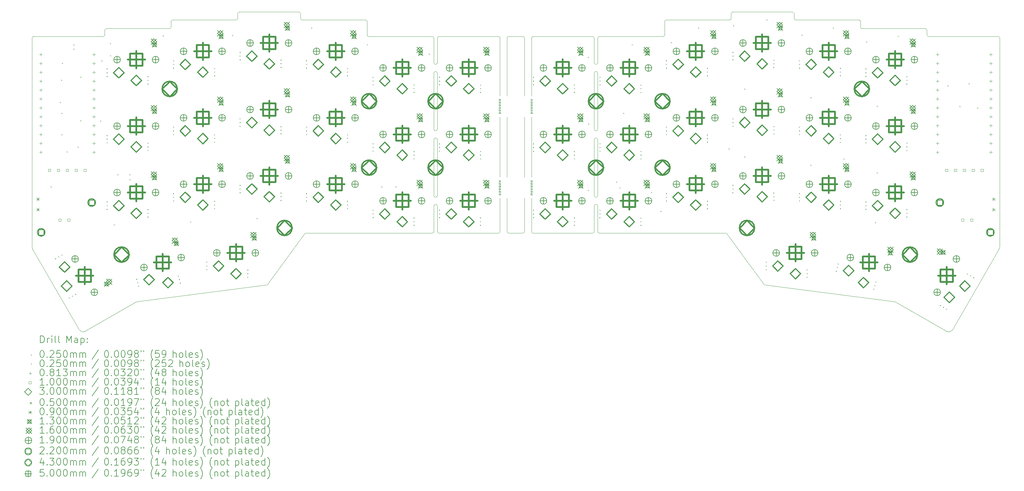
<source format=gbr>
%FSLAX45Y45*%
G04 Gerber Fmt 4.5, Leading zero omitted, Abs format (unit mm)*
G04 Created by KiCad (PCBNEW (6.99.0-1912-g359c99991b)) date 2023-07-01 16:51:56*
%MOMM*%
%LPD*%
G01*
G04 APERTURE LIST*
%TA.AperFunction,Profile*%
%ADD10C,0.100000*%
%TD*%
%ADD11C,0.100000*%
%ADD12C,0.200000*%
%ADD13C,0.025000*%
%ADD14C,0.081280*%
%ADD15C,0.300000*%
%ADD16C,0.050000*%
%ADD17C,0.090000*%
%ADD18C,0.130000*%
%ADD19C,0.160000*%
%ADD20C,0.190000*%
%ADD21C,0.220000*%
%ADD22C,0.430000*%
%ADD23C,0.500000*%
G04 APERTURE END LIST*
D10*
X13324928Y-700201D02*
X11633228Y-700201D01*
D11*
X25575060Y-525017D02*
X25574121Y-514999D01*
X25570277Y-503447D01*
X25563836Y-493339D01*
X25555193Y-485069D01*
X25544748Y-479029D01*
X25532896Y-475609D01*
X25525276Y-474979D01*
D10*
X16067009Y-6275178D02*
X16067009Y-5550201D01*
X16217009Y-700201D02*
X18025298Y-700201D01*
X16017009Y-700201D02*
X14325309Y-700201D01*
X27650238Y-750061D02*
X27650238Y-6697465D01*
X11483229Y-750201D02*
G75*
G03*
X11433228Y-700201I-49999J1D01*
G01*
X11583228Y-3650201D02*
X11583228Y-5250201D01*
D11*
X19860650Y-6339834D02*
X19852008Y-6332919D01*
X19842154Y-6328110D01*
X19831459Y-6325561D01*
X19825293Y-6325178D01*
D12*
X21725313Y-178D02*
X21725313Y-178D01*
D10*
X13575119Y-750201D02*
X13575119Y-2400074D01*
X26305029Y-9078332D02*
X27627632Y-6785095D01*
D11*
X5875014Y-175006D02*
X5873976Y-185141D01*
X5870040Y-196796D01*
X5863540Y-206959D01*
X5854864Y-215243D01*
X5844402Y-221259D01*
X5832546Y-224618D01*
X5824926Y-225196D01*
X19925089Y-225044D02*
X19935233Y-224080D01*
X19946892Y-220210D01*
X19957049Y-213742D01*
X19965314Y-205069D01*
X19971293Y-194582D01*
X19974594Y-182672D01*
X19975127Y-175006D01*
X20025165Y0D02*
X20015131Y-1077D01*
X20003569Y-5048D01*
X19993468Y-11571D01*
X19985222Y-20260D01*
X19979227Y-30724D01*
X19975879Y-42575D01*
X19975305Y-50190D01*
D10*
X11483228Y-1750201D02*
X11483228Y-3350201D01*
X1538020Y-9116279D02*
X2967428Y-8290171D01*
X16167009Y-1450201D02*
X16167009Y-750201D01*
X16167009Y-1750201D02*
G75*
G03*
X16117009Y-1700201I-49999J1D01*
G01*
D11*
X20914952Y-7785550D02*
X20923596Y-7792456D01*
X20933451Y-7797257D01*
X20944144Y-7799800D01*
X20950309Y-7800179D01*
X0Y-750061D02*
X1000Y-740030D01*
X4902Y-728472D01*
X11384Y-718372D01*
X20056Y-710127D01*
X30525Y-704130D01*
X42400Y-700778D01*
X50038Y-700201D01*
X9624940Y-700201D02*
X9614863Y-699187D01*
X9603263Y-695271D01*
X9593140Y-688772D01*
X9584889Y-680079D01*
X9578904Y-669578D01*
X9575581Y-657658D01*
X9575029Y-649985D01*
D10*
X16167012Y-6275178D02*
G75*
G03*
X16217009Y-6325178I49998J-2D01*
G01*
X16067009Y-1450201D02*
G75*
G03*
X16117009Y-1500201I50001J1D01*
G01*
X11483228Y-750201D02*
X11483228Y-1450201D01*
D11*
X18025298Y-700201D02*
X18035375Y-699187D01*
X18046974Y-695271D01*
X18057097Y-688772D01*
X18065349Y-680079D01*
X18071334Y-669578D01*
X18074657Y-657658D01*
X18075209Y-649985D01*
X2074950Y-650189D02*
X2073936Y-660266D01*
X2070023Y-671867D01*
X2063537Y-681996D01*
X2054870Y-690260D01*
X2044413Y-696267D01*
X2032558Y-699623D01*
X2024938Y-700201D01*
D10*
X11633228Y-6325178D02*
X13324928Y-6325178D01*
D11*
X3974943Y-425195D02*
X3973925Y-435271D01*
X3970010Y-446867D01*
X3963528Y-456980D01*
X3954876Y-465214D01*
X3944448Y-471173D01*
X3932640Y-474457D01*
X3925058Y-474979D01*
D10*
X13575119Y-5325051D02*
X13575119Y-6275178D01*
D11*
X2075178Y-525017D02*
X2076116Y-514999D01*
X2079960Y-503447D01*
X2086402Y-493339D01*
X2095044Y-485069D01*
X2105489Y-479029D01*
X2117341Y-475609D01*
X2124962Y-474979D01*
X25575288Y-650189D02*
X25576301Y-660266D01*
X25580214Y-671867D01*
X25586700Y-681996D01*
X25595368Y-690260D01*
X25605825Y-696267D01*
X25617679Y-699623D01*
X25625300Y-700201D01*
D10*
X11433228Y-700201D02*
X9624940Y-700201D01*
X18075209Y-275082D02*
X18075209Y-649985D01*
D11*
X23675294Y-425195D02*
X23676312Y-435271D01*
X23680227Y-446867D01*
X23686709Y-456980D01*
X23695362Y-465214D01*
X23705790Y-471173D01*
X23717597Y-474457D01*
X23725179Y-474979D01*
X13375119Y-6275064D02*
X13374100Y-6285141D01*
X13370179Y-6296742D01*
X13363678Y-6306876D01*
X13354987Y-6315152D01*
X13344494Y-6321180D01*
X13332589Y-6324571D01*
X13324928Y-6325178D01*
D10*
X19860650Y-6339834D02*
X20914952Y-7785550D01*
D11*
X14325309Y-700201D02*
X14315232Y-701214D01*
X14303627Y-705126D01*
X14293487Y-711610D01*
X14285200Y-720275D01*
X14279156Y-730727D01*
X14275742Y-742574D01*
X14275119Y-750188D01*
D10*
X16067009Y-5250201D02*
X16067009Y-3650201D01*
X11533228Y-3400198D02*
G75*
G03*
X11583228Y-3350201I2J49998D01*
G01*
X16167009Y-3650201D02*
X16167009Y-5250201D01*
X14075119Y-5325051D02*
X14075119Y-6275178D01*
X24682809Y-8290171D02*
X26112217Y-9116279D01*
X6735285Y-7785550D02*
X7789588Y-6339834D01*
X16117009Y-3400199D02*
G75*
G03*
X16167009Y-3350201I1J49999D01*
G01*
D11*
X26112217Y-9116279D02*
X26124375Y-9123610D01*
X26136968Y-9129563D01*
X26149900Y-9134155D01*
X26163074Y-9137405D01*
X26176395Y-9139331D01*
X26189765Y-9139951D01*
X26203089Y-9139284D01*
X26216271Y-9137347D01*
X26229213Y-9134159D01*
X26241820Y-9129738D01*
X26253996Y-9124101D01*
X26265644Y-9117268D01*
X26276667Y-9109257D01*
X26286970Y-9100085D01*
X26296456Y-9089770D01*
X26305029Y-9078332D01*
D10*
X16067009Y-3350201D02*
G75*
G03*
X16117009Y-3400201I50001J1D01*
G01*
D11*
X6735285Y-7785550D02*
X6726642Y-7792456D01*
X6716787Y-7797257D01*
X6706094Y-7799800D01*
X6699929Y-7800179D01*
D10*
X13375119Y-3000074D02*
X13375119Y-4725051D01*
X16167009Y-3650201D02*
G75*
G03*
X16117009Y-3600201I-49999J1D01*
G01*
X2024938Y-700201D02*
X50038Y-700201D01*
X11483229Y-5250201D02*
G75*
G03*
X11533228Y-5300201I50001J1D01*
G01*
X16017009Y-6325179D02*
G75*
G03*
X16067009Y-6275178I1J49999D01*
G01*
X14075119Y-4725051D02*
X14075119Y-3000074D01*
X14275119Y-4725051D02*
X14275119Y-3000074D01*
X3925058Y-474979D02*
X2124962Y-474979D01*
D12*
X5924925Y-178D02*
X5924925Y-178D01*
D10*
X11483229Y-3350201D02*
G75*
G03*
X11533228Y-3400201I50001J1D01*
G01*
X16067009Y-1750201D02*
X16067009Y-3350201D01*
X11533228Y-5300198D02*
G75*
G03*
X11583228Y-5250201I2J49998D01*
G01*
X16117009Y-1500199D02*
G75*
G03*
X16167009Y-1450201I1J49999D01*
G01*
X21775223Y-175006D02*
X21775223Y-50038D01*
X16217009Y-6325178D02*
X19825293Y-6325178D01*
D11*
X3975096Y-275082D02*
X3976063Y-265042D01*
X3979933Y-253476D01*
X3986389Y-243372D01*
X3995036Y-235124D01*
X4005478Y-229126D01*
X4017319Y-225773D01*
X4024931Y-225196D01*
X9524940Y-225044D02*
X9535013Y-226111D01*
X9546611Y-230070D01*
X9556742Y-236579D01*
X9565014Y-245247D01*
X9571038Y-255683D01*
X9574425Y-267496D01*
X9575029Y-275082D01*
X21775223Y-175006D02*
X21776262Y-185141D01*
X21780197Y-196796D01*
X21786698Y-206959D01*
X21795374Y-215243D01*
X21805835Y-221259D01*
X21817691Y-224618D01*
X21825312Y-225196D01*
D10*
X11583228Y-3350201D02*
X11583228Y-1750201D01*
X5875014Y-50038D02*
X5875014Y-175006D01*
X20950309Y-7800179D02*
X24617354Y-8277217D01*
X16217009Y-700199D02*
G75*
G03*
X16167009Y-750201I1J-50001D01*
G01*
X16067009Y-5250201D02*
G75*
G03*
X16117009Y-5300201I50001J1D01*
G01*
D11*
X7725148Y-225044D02*
X7715004Y-224080D01*
X7703346Y-220210D01*
X7693188Y-213742D01*
X7684924Y-205069D01*
X7678945Y-194582D01*
X7675643Y-182672D01*
X7675110Y-175006D01*
D10*
X16117009Y-5300199D02*
G75*
G03*
X16167009Y-5250201I1J49999D01*
G01*
X19975305Y-50190D02*
X19975127Y-175006D01*
X9524940Y-225044D02*
X7725148Y-225044D01*
X11533228Y-1500198D02*
G75*
G03*
X11583228Y-1450201I2J49998D01*
G01*
X3975096Y-275082D02*
X3974943Y-425195D01*
X2074950Y-650189D02*
X2075178Y-525017D01*
X11583229Y-5550201D02*
G75*
G03*
X11533228Y-5500201I-49999J1D01*
G01*
D11*
X1538020Y-9116279D02*
X1525862Y-9123610D01*
X1513269Y-9129563D01*
X1500338Y-9134155D01*
X1487163Y-9137405D01*
X1473843Y-9139331D01*
X1460472Y-9139951D01*
X1447148Y-9139284D01*
X1433967Y-9137347D01*
X1421024Y-9134159D01*
X1408417Y-9129738D01*
X1396242Y-9124101D01*
X1384594Y-9117268D01*
X1373570Y-9109257D01*
X1363268Y-9100085D01*
X1353781Y-9089770D01*
X1345208Y-9078332D01*
D10*
X13625119Y-700199D02*
G75*
G03*
X13575119Y-750201I1J-50001D01*
G01*
X16067009Y-750201D02*
X16067009Y-1450201D01*
D11*
X21775223Y-50038D02*
X21774235Y-40011D01*
X21770344Y-28451D01*
X21763866Y-18341D01*
X21755194Y-10071D01*
X21744719Y-4034D01*
X21732832Y-623D01*
X21725186Y0D01*
X27650238Y-750061D02*
X27649237Y-740030D01*
X27645335Y-728472D01*
X27638853Y-718372D01*
X27630182Y-710127D01*
X27619713Y-704130D01*
X27607837Y-700778D01*
X27600200Y-700201D01*
D10*
X14275119Y-750188D02*
X14275119Y-2400074D01*
X11583228Y-5550201D02*
X11583228Y-6275178D01*
X14025119Y-700201D02*
X13625119Y-700201D01*
D11*
X18125298Y-225044D02*
X18115224Y-226111D01*
X18103626Y-230070D01*
X18093496Y-236579D01*
X18085224Y-245247D01*
X18079199Y-255683D01*
X18075813Y-267496D01*
X18075209Y-275082D01*
D10*
X14025119Y-6325178D02*
X13625119Y-6325178D01*
D11*
X22606Y-6785095D02*
X17245Y-6774938D01*
X12587Y-6764488D01*
X8642Y-6753777D01*
X5422Y-6742839D01*
X2937Y-6731706D01*
X1197Y-6720411D01*
X215Y-6708986D01*
X0Y-6697465D01*
D10*
X11533228Y-1700198D02*
G75*
G03*
X11483228Y-1750201I2J-50002D01*
G01*
X16117009Y-5500199D02*
G75*
G03*
X16067009Y-5550201I1J-50001D01*
G01*
D11*
X5875014Y-50038D02*
X5876002Y-40011D01*
X5879894Y-28451D01*
X5886371Y-18341D01*
X5895043Y-10071D01*
X5905518Y-4034D01*
X5917405Y-623D01*
X5925052Y0D01*
D10*
X14275119Y-5325051D02*
X14275119Y-6275064D01*
X11433228Y-6325178D02*
X7824944Y-6325178D01*
X3032884Y-8277217D02*
X6699929Y-7800179D01*
X21725186Y0D02*
X20025165Y0D01*
X23675294Y-425195D02*
X23675141Y-275082D01*
X11583229Y-3650201D02*
G75*
G03*
X11533228Y-3600201I-49999J1D01*
G01*
X11483229Y-1450201D02*
G75*
G03*
X11533228Y-1500201I50001J1D01*
G01*
X13375119Y-6275064D02*
X13375119Y-5325051D01*
X9575029Y-649985D02*
X9575029Y-275082D01*
X11433228Y-6325178D02*
G75*
G03*
X11483228Y-6275178I2J49998D01*
G01*
X7625072Y0D02*
X5925052Y0D01*
X11483228Y-6275178D02*
X11483228Y-5550201D01*
D11*
X7625072Y0D02*
X7635107Y-1077D01*
X7646668Y-5048D01*
X7656770Y-11571D01*
X7665016Y-20260D01*
X7671010Y-30724D01*
X7674359Y-42575D01*
X7674933Y-50190D01*
D10*
X25525276Y-474979D02*
X23725179Y-474979D01*
X11533228Y-3600198D02*
G75*
G03*
X11483228Y-3650201I2J-50002D01*
G01*
X16117009Y-1700199D02*
G75*
G03*
X16067009Y-1750201I1J-50001D01*
G01*
D11*
X2967428Y-8290171D02*
X2977474Y-8287304D01*
X2987598Y-8284748D01*
X2997792Y-8282503D01*
X3008050Y-8280570D01*
X3018364Y-8278952D01*
X3028727Y-8277649D01*
X3032884Y-8277217D01*
D10*
X25575060Y-525017D02*
X25575288Y-650189D01*
X22606Y-6785095D02*
X1345208Y-9078332D01*
D11*
X13324928Y-700201D02*
X13335006Y-701214D01*
X13346611Y-705126D01*
X13356751Y-711610D01*
X13365037Y-720275D01*
X13371082Y-730727D01*
X13374495Y-742574D01*
X13375119Y-750188D01*
D10*
X13375119Y-2400074D02*
X13375119Y-750188D01*
X4024931Y-225196D02*
X5824926Y-225196D01*
X11583229Y-1750201D02*
G75*
G03*
X11533228Y-1700201I-49999J1D01*
G01*
X11533228Y-5500198D02*
G75*
G03*
X11483228Y-5550201I2J-50002D01*
G01*
X14075119Y-750201D02*
G75*
G03*
X14025119Y-700201I-49999J1D01*
G01*
X11583228Y-1450201D02*
X11583228Y-750201D01*
X13575119Y-4725051D02*
X13575119Y-3000074D01*
X11483228Y-5250201D02*
X11483228Y-3650201D01*
X7675110Y-175006D02*
X7674933Y-50190D01*
X16167009Y-3350201D02*
X16167009Y-1750201D01*
D11*
X14275119Y-6275064D02*
X14276137Y-6285141D01*
X14280059Y-6296742D01*
X14286559Y-6306876D01*
X14295250Y-6315152D01*
X14305743Y-6321180D01*
X14317649Y-6324571D01*
X14325309Y-6325178D01*
D10*
X14075119Y-2400074D02*
X14075119Y-750201D01*
X16117009Y-3600199D02*
G75*
G03*
X16067009Y-3650201I1J-50001D01*
G01*
X11633228Y-700198D02*
G75*
G03*
X11583228Y-750201I2J-50002D01*
G01*
X16067009Y-750201D02*
G75*
G03*
X16017009Y-700201I-49999J1D01*
G01*
X16167009Y-5550201D02*
X16167009Y-6275178D01*
X11583232Y-6275178D02*
G75*
G03*
X11633228Y-6325178I49998J-2D01*
G01*
X16167009Y-5550201D02*
G75*
G03*
X16117009Y-5500201I-49999J1D01*
G01*
X0Y-6697465D02*
X0Y-750061D01*
D11*
X23675141Y-275082D02*
X23674174Y-265042D01*
X23670305Y-253476D01*
X23663849Y-243372D01*
X23655202Y-235124D01*
X23644760Y-229126D01*
X23632919Y-225773D01*
X23625307Y-225196D01*
D10*
X13575122Y-6275178D02*
G75*
G03*
X13625119Y-6325178I49998J-2D01*
G01*
D11*
X24682809Y-8290171D02*
X24672763Y-8287304D01*
X24662640Y-8284748D01*
X24652445Y-8282503D01*
X24642188Y-8280570D01*
X24631874Y-8278952D01*
X24621511Y-8277649D01*
X24617354Y-8277217D01*
D10*
X19925089Y-225044D02*
X18125298Y-225044D01*
D11*
X27627632Y-6785095D02*
X27632992Y-6774938D01*
X27637650Y-6764488D01*
X27641595Y-6753777D01*
X27644815Y-6742839D01*
X27647301Y-6731706D01*
X27649040Y-6720411D01*
X27650023Y-6708986D01*
X27650238Y-6697465D01*
D10*
X14025119Y-6325179D02*
G75*
G03*
X14075119Y-6275178I1J49999D01*
G01*
X27600200Y-700201D02*
X25625300Y-700201D01*
X14325309Y-6325178D02*
X16017009Y-6325178D01*
D11*
X7789588Y-6339834D02*
X7798229Y-6332919D01*
X7808084Y-6328110D01*
X7818778Y-6325561D01*
X7824944Y-6325178D01*
D10*
X21825312Y-225196D02*
X23625307Y-225196D01*
D12*
D13*
X537500Y-4987500D02*
X562500Y-5012500D01*
X562500Y-4987500D02*
X537500Y-5012500D01*
X797500Y-2567500D02*
X822500Y-2592500D01*
X822500Y-2567500D02*
X797500Y-2592500D01*
X834446Y-1937500D02*
X859446Y-1962500D01*
X859446Y-1937500D02*
X834446Y-1962500D01*
X837500Y-2887500D02*
X862500Y-2912500D01*
X862500Y-2887500D02*
X837500Y-2912500D01*
X837500Y-3490693D02*
X862500Y-3515693D01*
X862500Y-3490693D02*
X837500Y-3515693D01*
X854446Y-1457500D02*
X879446Y-1482500D01*
X879446Y-1457500D02*
X854446Y-1482500D01*
X994951Y-3987500D02*
X1019951Y-4012500D01*
X1019951Y-3987500D02*
X994951Y-4012500D01*
X1187500Y-927500D02*
X1212500Y-952500D01*
X1212500Y-927500D02*
X1187500Y-952500D01*
X1187500Y-1047500D02*
X1212500Y-1072500D01*
X1212500Y-1047500D02*
X1187500Y-1072500D01*
X1304446Y-3847500D02*
X1329446Y-3872500D01*
X1329446Y-3847500D02*
X1304446Y-3872500D01*
X1384446Y-1847500D02*
X1409446Y-1872500D01*
X1409446Y-1847500D02*
X1384446Y-1872500D01*
X1384446Y-3092500D02*
X1409446Y-3117500D01*
X1409446Y-3092500D02*
X1384446Y-3117500D01*
X1947500Y-3107500D02*
X1972500Y-3132500D01*
X1972500Y-3107500D02*
X1947500Y-3132500D01*
X1987500Y-1387500D02*
X2012500Y-1412500D01*
X2012500Y-1387500D02*
X1987500Y-1412500D01*
X2232500Y-887500D02*
X2257500Y-912500D01*
X2257500Y-887500D02*
X2232500Y-912500D01*
X2232500Y-1237500D02*
X2257500Y-1262500D01*
X2257500Y-1237500D02*
X2232500Y-1262500D01*
X2337500Y-6071986D02*
X2362500Y-6096986D01*
X2362500Y-6071986D02*
X2337500Y-6096986D01*
X2437500Y-4637500D02*
X2462500Y-4662500D01*
X2462500Y-4637500D02*
X2437500Y-4662500D01*
X2787500Y-4637500D02*
X2812500Y-4662500D01*
X2812500Y-4637500D02*
X2787500Y-4662500D01*
X2787500Y-4777500D02*
X2812500Y-4802500D01*
X2812500Y-4777500D02*
X2787500Y-4802500D01*
X3737500Y-662500D02*
X3762500Y-687500D01*
X3762500Y-662500D02*
X3737500Y-687500D01*
X4517500Y-5987500D02*
X4542500Y-6012500D01*
X4542500Y-5987500D02*
X4517500Y-6012500D01*
X5717500Y-657500D02*
X5742500Y-682500D01*
X5742500Y-657500D02*
X5717500Y-682500D01*
X6417500Y-5887500D02*
X6442500Y-5912500D01*
X6442500Y-5887500D02*
X6417500Y-5912500D01*
X7977500Y-449486D02*
X8002500Y-474486D01*
X8002500Y-449486D02*
X7977500Y-474486D01*
X9567500Y-924486D02*
X9592500Y-949486D01*
X9592500Y-924486D02*
X9567500Y-949486D01*
X9987500Y-4987500D02*
X10012500Y-5012500D01*
X10012500Y-4987500D02*
X9987500Y-5012500D01*
X10387500Y-4987500D02*
X10412500Y-5012500D01*
X10412500Y-4987500D02*
X10387500Y-5012500D01*
X11337500Y-1187500D02*
X11362500Y-1212500D01*
X11362500Y-1187500D02*
X11337500Y-1212500D01*
X15887500Y-1287500D02*
X15912500Y-1312500D01*
X15912500Y-1287500D02*
X15887500Y-1312500D01*
X15887500Y-5087500D02*
X15912500Y-5112500D01*
X15912500Y-5087500D02*
X15887500Y-5112500D01*
X15892500Y-3187500D02*
X15917500Y-3212500D01*
X15917500Y-3187500D02*
X15892500Y-3212500D01*
X16687500Y-4847500D02*
X16712500Y-4872500D01*
X16712500Y-4847500D02*
X16687500Y-4872500D01*
X16787500Y-5017500D02*
X16812500Y-5042500D01*
X16812500Y-5017500D02*
X16787500Y-5042500D01*
X16892619Y-2887500D02*
X16917619Y-2912500D01*
X16917619Y-2887500D02*
X16892619Y-2912500D01*
X17137500Y-924486D02*
X17162500Y-949486D01*
X17162500Y-924486D02*
X17137500Y-949486D01*
X17687500Y-5142548D02*
X17712500Y-5167548D01*
X17712500Y-5142548D02*
X17687500Y-5167548D01*
X17957500Y-5687500D02*
X17982500Y-5712500D01*
X17982500Y-5687500D02*
X17957500Y-5712500D01*
X18257500Y-857500D02*
X18282500Y-882500D01*
X18282500Y-857500D02*
X18257500Y-882500D01*
X19037500Y-449486D02*
X19062500Y-474486D01*
X19062500Y-449486D02*
X19037500Y-474486D01*
X19907500Y-3897500D02*
X19932500Y-3922500D01*
X19932500Y-3897500D02*
X19907500Y-3922500D01*
X20037500Y-377500D02*
X20062500Y-402500D01*
X20062500Y-377500D02*
X20037500Y-402500D01*
X20352500Y-2187500D02*
X20377500Y-2212500D01*
X20377500Y-2187500D02*
X20352500Y-2212500D01*
X20352500Y-4132500D02*
X20377500Y-4157500D01*
X20377500Y-4132500D02*
X20352500Y-4157500D01*
X20987500Y-211986D02*
X21012500Y-236986D01*
X21012500Y-211986D02*
X20987500Y-236986D01*
X21987500Y-647500D02*
X22012500Y-672500D01*
X22012500Y-647500D02*
X21987500Y-672500D01*
X22247500Y-2437500D02*
X22272500Y-2462500D01*
X22272500Y-2437500D02*
X22247500Y-2462500D01*
X22247500Y-4367500D02*
X22272500Y-4392500D01*
X22272500Y-4367500D02*
X22247500Y-4392500D01*
X22887500Y-449486D02*
X22912500Y-474486D01*
X22912500Y-449486D02*
X22887500Y-474486D01*
X23187500Y-4192500D02*
X23212500Y-4217500D01*
X23212500Y-4192500D02*
X23187500Y-4217500D01*
X23837500Y-847500D02*
X23862500Y-872500D01*
X23862500Y-847500D02*
X23837500Y-872500D01*
X24087500Y-6007500D02*
X24112500Y-6032500D01*
X24112500Y-6007500D02*
X24087500Y-6032500D01*
X24142500Y-2682500D02*
X24167500Y-2707500D01*
X24167500Y-2682500D02*
X24142500Y-2707500D01*
X24142500Y-4587500D02*
X24167500Y-4612500D01*
X24167500Y-4587500D02*
X24142500Y-4612500D01*
X24737500Y-686986D02*
X24762500Y-711986D01*
X24762500Y-686986D02*
X24737500Y-711986D01*
X26167500Y-2093805D02*
X26192500Y-2118805D01*
X26192500Y-2093805D02*
X26167500Y-2118805D01*
X26502619Y-2687500D02*
X26527619Y-2712500D01*
X26527619Y-2687500D02*
X26502619Y-2712500D01*
X26762619Y-2037500D02*
X26787619Y-2062500D01*
X26787619Y-2037500D02*
X26762619Y-2062500D01*
X27012619Y-2728693D02*
X27037619Y-2753693D01*
X27037619Y-2728693D02*
X27012619Y-2753693D01*
X687710Y-7055362D02*
G75*
G03*
X687710Y-7055362I-12500J0D01*
G01*
X778642Y-7002862D02*
G75*
G03*
X778642Y-7002862I-12500J0D01*
G01*
X869575Y-6950362D02*
G75*
G03*
X869575Y-6950362I-12500J0D01*
G01*
X1082184Y-8178612D02*
G75*
G03*
X1082184Y-8178612I-12500J0D01*
G01*
X1173983Y-8125612D02*
G75*
G03*
X1173983Y-8125612I-12500J0D01*
G01*
X1264049Y-8073612D02*
G75*
G03*
X1264049Y-8073612I-12500J0D01*
G01*
X2160902Y-1633493D02*
G75*
G03*
X2160902Y-1633493I-12500J0D01*
G01*
X2160902Y-1738493D02*
G75*
G03*
X2160902Y-1738493I-12500J0D01*
G01*
X2160902Y-1843493D02*
G75*
G03*
X2160902Y-1843493I-12500J0D01*
G01*
X2160902Y-3533493D02*
G75*
G03*
X2160902Y-3533493I-12500J0D01*
G01*
X2160902Y-3638493D02*
G75*
G03*
X2160902Y-3638493I-12500J0D01*
G01*
X2160902Y-3743493D02*
G75*
G03*
X2160902Y-3743493I-12500J0D01*
G01*
X2160902Y-5433493D02*
G75*
G03*
X2160902Y-5433493I-12500J0D01*
G01*
X2160902Y-5538493D02*
G75*
G03*
X2160902Y-5538493I-12500J0D01*
G01*
X2160902Y-5643493D02*
G75*
G03*
X2160902Y-5643493I-12500J0D01*
G01*
X3009235Y-7640407D02*
G75*
G03*
X3009235Y-7640407I-12500J0D01*
G01*
X3036411Y-7741829D02*
G75*
G03*
X3036411Y-7741829I-12500J0D01*
G01*
X3063587Y-7843251D02*
G75*
G03*
X3063587Y-7843251I-12500J0D01*
G01*
X3330902Y-1853493D02*
G75*
G03*
X3330902Y-1853493I-12500J0D01*
G01*
X3330902Y-1957493D02*
G75*
G03*
X3330902Y-1957493I-12500J0D01*
G01*
X3330902Y-2063493D02*
G75*
G03*
X3330902Y-2063493I-12500J0D01*
G01*
X3330902Y-3753493D02*
G75*
G03*
X3330902Y-3753493I-12500J0D01*
G01*
X3330902Y-3857493D02*
G75*
G03*
X3330902Y-3857493I-12500J0D01*
G01*
X3330902Y-3963493D02*
G75*
G03*
X3330902Y-3963493I-12500J0D01*
G01*
X3330902Y-5653493D02*
G75*
G03*
X3330902Y-5653493I-12500J0D01*
G01*
X3330902Y-5757493D02*
G75*
G03*
X3330902Y-5757493I-12500J0D01*
G01*
X3330902Y-5863493D02*
G75*
G03*
X3330902Y-5863493I-12500J0D01*
G01*
X4060902Y-1395993D02*
G75*
G03*
X4060902Y-1395993I-12500J0D01*
G01*
X4060902Y-1500993D02*
G75*
G03*
X4060902Y-1500993I-12500J0D01*
G01*
X4060902Y-1605993D02*
G75*
G03*
X4060902Y-1605993I-12500J0D01*
G01*
X4060902Y-3295993D02*
G75*
G03*
X4060902Y-3295993I-12500J0D01*
G01*
X4060902Y-3400993D02*
G75*
G03*
X4060902Y-3400993I-12500J0D01*
G01*
X4060902Y-3505993D02*
G75*
G03*
X4060902Y-3505993I-12500J0D01*
G01*
X4060902Y-5195993D02*
G75*
G03*
X4060902Y-5195993I-12500J0D01*
G01*
X4060902Y-5300993D02*
G75*
G03*
X4060902Y-5300993I-12500J0D01*
G01*
X4060902Y-5405993D02*
G75*
G03*
X4060902Y-5405993I-12500J0D01*
G01*
X4196308Y-7550092D02*
G75*
G03*
X4196308Y-7550092I-12500J0D01*
G01*
X4223226Y-7650549D02*
G75*
G03*
X4223226Y-7650549I-12500J0D01*
G01*
X4250660Y-7752937D02*
G75*
G03*
X4250660Y-7752937I-12500J0D01*
G01*
X5010902Y-7158493D02*
G75*
G03*
X5010902Y-7158493I-12500J0D01*
G01*
X5010902Y-7263493D02*
G75*
G03*
X5010902Y-7263493I-12500J0D01*
G01*
X5010902Y-7368493D02*
G75*
G03*
X5010902Y-7368493I-12500J0D01*
G01*
X5230902Y-1615993D02*
G75*
G03*
X5230902Y-1615993I-12500J0D01*
G01*
X5230902Y-1719993D02*
G75*
G03*
X5230902Y-1719993I-12500J0D01*
G01*
X5230902Y-1825993D02*
G75*
G03*
X5230902Y-1825993I-12500J0D01*
G01*
X5230902Y-3515993D02*
G75*
G03*
X5230902Y-3515993I-12500J0D01*
G01*
X5230902Y-3619993D02*
G75*
G03*
X5230902Y-3619993I-12500J0D01*
G01*
X5230902Y-3725993D02*
G75*
G03*
X5230902Y-3725993I-12500J0D01*
G01*
X5230902Y-5415993D02*
G75*
G03*
X5230902Y-5415993I-12500J0D01*
G01*
X5230902Y-5519993D02*
G75*
G03*
X5230902Y-5519993I-12500J0D01*
G01*
X5230902Y-5625993D02*
G75*
G03*
X5230902Y-5625993I-12500J0D01*
G01*
X5960902Y-1158493D02*
G75*
G03*
X5960902Y-1158493I-12500J0D01*
G01*
X5960902Y-1263493D02*
G75*
G03*
X5960902Y-1263493I-12500J0D01*
G01*
X5960902Y-1368493D02*
G75*
G03*
X5960902Y-1368493I-12500J0D01*
G01*
X5960902Y-3058493D02*
G75*
G03*
X5960902Y-3058493I-12500J0D01*
G01*
X5960902Y-3163493D02*
G75*
G03*
X5960902Y-3163493I-12500J0D01*
G01*
X5960902Y-3268493D02*
G75*
G03*
X5960902Y-3268493I-12500J0D01*
G01*
X5960902Y-4958493D02*
G75*
G03*
X5960902Y-4958493I-12500J0D01*
G01*
X5960902Y-5063493D02*
G75*
G03*
X5960902Y-5063493I-12500J0D01*
G01*
X5960902Y-5168493D02*
G75*
G03*
X5960902Y-5168493I-12500J0D01*
G01*
X6180902Y-7378493D02*
G75*
G03*
X6180902Y-7378493I-12500J0D01*
G01*
X6180902Y-7482493D02*
G75*
G03*
X6180902Y-7482493I-12500J0D01*
G01*
X6180902Y-7588493D02*
G75*
G03*
X6180902Y-7588493I-12500J0D01*
G01*
X7130902Y-1378493D02*
G75*
G03*
X7130902Y-1378493I-12500J0D01*
G01*
X7130902Y-1482493D02*
G75*
G03*
X7130902Y-1482493I-12500J0D01*
G01*
X7130902Y-1588493D02*
G75*
G03*
X7130902Y-1588493I-12500J0D01*
G01*
X7130902Y-3278493D02*
G75*
G03*
X7130902Y-3278493I-12500J0D01*
G01*
X7130902Y-3382493D02*
G75*
G03*
X7130902Y-3382493I-12500J0D01*
G01*
X7130902Y-3488493D02*
G75*
G03*
X7130902Y-3488493I-12500J0D01*
G01*
X7130902Y-5178493D02*
G75*
G03*
X7130902Y-5178493I-12500J0D01*
G01*
X7130902Y-5282493D02*
G75*
G03*
X7130902Y-5282493I-12500J0D01*
G01*
X7130902Y-5388493D02*
G75*
G03*
X7130902Y-5388493I-12500J0D01*
G01*
X7860902Y-1395993D02*
G75*
G03*
X7860902Y-1395993I-12500J0D01*
G01*
X7860902Y-1500993D02*
G75*
G03*
X7860902Y-1500993I-12500J0D01*
G01*
X7860902Y-1605993D02*
G75*
G03*
X7860902Y-1605993I-12500J0D01*
G01*
X7860902Y-3295993D02*
G75*
G03*
X7860902Y-3295993I-12500J0D01*
G01*
X7860902Y-3400993D02*
G75*
G03*
X7860902Y-3400993I-12500J0D01*
G01*
X7860902Y-3505993D02*
G75*
G03*
X7860902Y-3505993I-12500J0D01*
G01*
X7860902Y-5195993D02*
G75*
G03*
X7860902Y-5195993I-12500J0D01*
G01*
X7860902Y-5300993D02*
G75*
G03*
X7860902Y-5300993I-12500J0D01*
G01*
X7860902Y-5405993D02*
G75*
G03*
X7860902Y-5405993I-12500J0D01*
G01*
X9030902Y-1615993D02*
G75*
G03*
X9030902Y-1615993I-12500J0D01*
G01*
X9030902Y-1719993D02*
G75*
G03*
X9030902Y-1719993I-12500J0D01*
G01*
X9030902Y-1825993D02*
G75*
G03*
X9030902Y-1825993I-12500J0D01*
G01*
X9030902Y-3515993D02*
G75*
G03*
X9030902Y-3515993I-12500J0D01*
G01*
X9030902Y-3619993D02*
G75*
G03*
X9030902Y-3619993I-12500J0D01*
G01*
X9030902Y-3725993D02*
G75*
G03*
X9030902Y-3725993I-12500J0D01*
G01*
X9030902Y-5415993D02*
G75*
G03*
X9030902Y-5415993I-12500J0D01*
G01*
X9030902Y-5519993D02*
G75*
G03*
X9030902Y-5519993I-12500J0D01*
G01*
X9030902Y-5625993D02*
G75*
G03*
X9030902Y-5625993I-12500J0D01*
G01*
X9760902Y-1870993D02*
G75*
G03*
X9760902Y-1870993I-12500J0D01*
G01*
X9760902Y-1975993D02*
G75*
G03*
X9760902Y-1975993I-12500J0D01*
G01*
X9760902Y-2080993D02*
G75*
G03*
X9760902Y-2080993I-12500J0D01*
G01*
X9760902Y-3770993D02*
G75*
G03*
X9760902Y-3770993I-12500J0D01*
G01*
X9760902Y-3875993D02*
G75*
G03*
X9760902Y-3875993I-12500J0D01*
G01*
X9760902Y-3980993D02*
G75*
G03*
X9760902Y-3980993I-12500J0D01*
G01*
X9760902Y-5670993D02*
G75*
G03*
X9760902Y-5670993I-12500J0D01*
G01*
X9760902Y-5775993D02*
G75*
G03*
X9760902Y-5775993I-12500J0D01*
G01*
X9760902Y-5880993D02*
G75*
G03*
X9760902Y-5880993I-12500J0D01*
G01*
X10930902Y-2090993D02*
G75*
G03*
X10930902Y-2090993I-12500J0D01*
G01*
X10930902Y-2194993D02*
G75*
G03*
X10930902Y-2194993I-12500J0D01*
G01*
X10930902Y-2300993D02*
G75*
G03*
X10930902Y-2300993I-12500J0D01*
G01*
X10930902Y-3990993D02*
G75*
G03*
X10930902Y-3990993I-12500J0D01*
G01*
X10930902Y-4094993D02*
G75*
G03*
X10930902Y-4094993I-12500J0D01*
G01*
X10930902Y-4200993D02*
G75*
G03*
X10930902Y-4200993I-12500J0D01*
G01*
X10930902Y-5890993D02*
G75*
G03*
X10930902Y-5890993I-12500J0D01*
G01*
X10930902Y-5994993D02*
G75*
G03*
X10930902Y-5994993I-12500J0D01*
G01*
X10930902Y-6100993D02*
G75*
G03*
X10930902Y-6100993I-12500J0D01*
G01*
X11660902Y-1870993D02*
G75*
G03*
X11660902Y-1870993I-12500J0D01*
G01*
X11660902Y-1975993D02*
G75*
G03*
X11660902Y-1975993I-12500J0D01*
G01*
X11660902Y-2080993D02*
G75*
G03*
X11660902Y-2080993I-12500J0D01*
G01*
X11660902Y-3770993D02*
G75*
G03*
X11660902Y-3770993I-12500J0D01*
G01*
X11660902Y-3875993D02*
G75*
G03*
X11660902Y-3875993I-12500J0D01*
G01*
X11660902Y-3980993D02*
G75*
G03*
X11660902Y-3980993I-12500J0D01*
G01*
X11660902Y-5670993D02*
G75*
G03*
X11660902Y-5670993I-12500J0D01*
G01*
X11660902Y-5775993D02*
G75*
G03*
X11660902Y-5775993I-12500J0D01*
G01*
X11660902Y-5880993D02*
G75*
G03*
X11660902Y-5880993I-12500J0D01*
G01*
X12830902Y-2090993D02*
G75*
G03*
X12830902Y-2090993I-12500J0D01*
G01*
X12830902Y-2194993D02*
G75*
G03*
X12830902Y-2194993I-12500J0D01*
G01*
X12830902Y-2300993D02*
G75*
G03*
X12830902Y-2300993I-12500J0D01*
G01*
X12830902Y-3990993D02*
G75*
G03*
X12830902Y-3990993I-12500J0D01*
G01*
X12830902Y-4094993D02*
G75*
G03*
X12830902Y-4094993I-12500J0D01*
G01*
X12830902Y-4200993D02*
G75*
G03*
X12830902Y-4200993I-12500J0D01*
G01*
X12830902Y-5890993D02*
G75*
G03*
X12830902Y-5890993I-12500J0D01*
G01*
X12830902Y-5994993D02*
G75*
G03*
X12830902Y-5994993I-12500J0D01*
G01*
X12830902Y-6100993D02*
G75*
G03*
X12830902Y-6100993I-12500J0D01*
G01*
X14344336Y-1870993D02*
G75*
G03*
X14344336Y-1870993I-12500J0D01*
G01*
X14344336Y-1975993D02*
G75*
G03*
X14344336Y-1975993I-12500J0D01*
G01*
X14344336Y-2080993D02*
G75*
G03*
X14344336Y-2080993I-12500J0D01*
G01*
X14344336Y-3770993D02*
G75*
G03*
X14344336Y-3770993I-12500J0D01*
G01*
X14344336Y-3875993D02*
G75*
G03*
X14344336Y-3875993I-12500J0D01*
G01*
X14344336Y-3980993D02*
G75*
G03*
X14344336Y-3980993I-12500J0D01*
G01*
X14344336Y-5670993D02*
G75*
G03*
X14344336Y-5670993I-12500J0D01*
G01*
X14344336Y-5775993D02*
G75*
G03*
X14344336Y-5775993I-12500J0D01*
G01*
X14344336Y-5880993D02*
G75*
G03*
X14344336Y-5880993I-12500J0D01*
G01*
X15514336Y-2090993D02*
G75*
G03*
X15514336Y-2090993I-12500J0D01*
G01*
X15514336Y-2194993D02*
G75*
G03*
X15514336Y-2194993I-12500J0D01*
G01*
X15514336Y-2300993D02*
G75*
G03*
X15514336Y-2300993I-12500J0D01*
G01*
X15514336Y-3990993D02*
G75*
G03*
X15514336Y-3990993I-12500J0D01*
G01*
X15514336Y-4094993D02*
G75*
G03*
X15514336Y-4094993I-12500J0D01*
G01*
X15514336Y-4200993D02*
G75*
G03*
X15514336Y-4200993I-12500J0D01*
G01*
X15514336Y-5890993D02*
G75*
G03*
X15514336Y-5890993I-12500J0D01*
G01*
X15514336Y-5994993D02*
G75*
G03*
X15514336Y-5994993I-12500J0D01*
G01*
X15514336Y-6100993D02*
G75*
G03*
X15514336Y-6100993I-12500J0D01*
G01*
X16244336Y-1870993D02*
G75*
G03*
X16244336Y-1870993I-12500J0D01*
G01*
X16244336Y-1975993D02*
G75*
G03*
X16244336Y-1975993I-12500J0D01*
G01*
X16244336Y-2080993D02*
G75*
G03*
X16244336Y-2080993I-12500J0D01*
G01*
X16244336Y-3770993D02*
G75*
G03*
X16244336Y-3770993I-12500J0D01*
G01*
X16244336Y-3875993D02*
G75*
G03*
X16244336Y-3875993I-12500J0D01*
G01*
X16244336Y-3980993D02*
G75*
G03*
X16244336Y-3980993I-12500J0D01*
G01*
X16244336Y-5670993D02*
G75*
G03*
X16244336Y-5670993I-12500J0D01*
G01*
X16244336Y-5775993D02*
G75*
G03*
X16244336Y-5775993I-12500J0D01*
G01*
X16244336Y-5880993D02*
G75*
G03*
X16244336Y-5880993I-12500J0D01*
G01*
X17414336Y-2090993D02*
G75*
G03*
X17414336Y-2090993I-12500J0D01*
G01*
X17414336Y-2194993D02*
G75*
G03*
X17414336Y-2194993I-12500J0D01*
G01*
X17414336Y-2300993D02*
G75*
G03*
X17414336Y-2300993I-12500J0D01*
G01*
X17414336Y-3990993D02*
G75*
G03*
X17414336Y-3990993I-12500J0D01*
G01*
X17414336Y-4094993D02*
G75*
G03*
X17414336Y-4094993I-12500J0D01*
G01*
X17414336Y-4200993D02*
G75*
G03*
X17414336Y-4200993I-12500J0D01*
G01*
X17414336Y-5890993D02*
G75*
G03*
X17414336Y-5890993I-12500J0D01*
G01*
X17414336Y-5994993D02*
G75*
G03*
X17414336Y-5994993I-12500J0D01*
G01*
X17414336Y-6100993D02*
G75*
G03*
X17414336Y-6100993I-12500J0D01*
G01*
X18144336Y-1395993D02*
G75*
G03*
X18144336Y-1395993I-12500J0D01*
G01*
X18144336Y-1500993D02*
G75*
G03*
X18144336Y-1500993I-12500J0D01*
G01*
X18144336Y-1605993D02*
G75*
G03*
X18144336Y-1605993I-12500J0D01*
G01*
X18144336Y-3295993D02*
G75*
G03*
X18144336Y-3295993I-12500J0D01*
G01*
X18144336Y-3400993D02*
G75*
G03*
X18144336Y-3400993I-12500J0D01*
G01*
X18144336Y-3505993D02*
G75*
G03*
X18144336Y-3505993I-12500J0D01*
G01*
X18144336Y-5195993D02*
G75*
G03*
X18144336Y-5195993I-12500J0D01*
G01*
X18144336Y-5300993D02*
G75*
G03*
X18144336Y-5300993I-12500J0D01*
G01*
X18144336Y-5405993D02*
G75*
G03*
X18144336Y-5405993I-12500J0D01*
G01*
X19314336Y-1615993D02*
G75*
G03*
X19314336Y-1615993I-12500J0D01*
G01*
X19314336Y-1719993D02*
G75*
G03*
X19314336Y-1719993I-12500J0D01*
G01*
X19314336Y-1825993D02*
G75*
G03*
X19314336Y-1825993I-12500J0D01*
G01*
X19314336Y-3515993D02*
G75*
G03*
X19314336Y-3515993I-12500J0D01*
G01*
X19314336Y-3619993D02*
G75*
G03*
X19314336Y-3619993I-12500J0D01*
G01*
X19314336Y-3725993D02*
G75*
G03*
X19314336Y-3725993I-12500J0D01*
G01*
X19314336Y-5415993D02*
G75*
G03*
X19314336Y-5415993I-12500J0D01*
G01*
X19314336Y-5519993D02*
G75*
G03*
X19314336Y-5519993I-12500J0D01*
G01*
X19314336Y-5625993D02*
G75*
G03*
X19314336Y-5625993I-12500J0D01*
G01*
X20044336Y-1158493D02*
G75*
G03*
X20044336Y-1158493I-12500J0D01*
G01*
X20044336Y-1263493D02*
G75*
G03*
X20044336Y-1263493I-12500J0D01*
G01*
X20044336Y-1368493D02*
G75*
G03*
X20044336Y-1368493I-12500J0D01*
G01*
X20044336Y-3058493D02*
G75*
G03*
X20044336Y-3058493I-12500J0D01*
G01*
X20044336Y-3163493D02*
G75*
G03*
X20044336Y-3163493I-12500J0D01*
G01*
X20044336Y-3268493D02*
G75*
G03*
X20044336Y-3268493I-12500J0D01*
G01*
X20044336Y-4958493D02*
G75*
G03*
X20044336Y-4958493I-12500J0D01*
G01*
X20044336Y-5063493D02*
G75*
G03*
X20044336Y-5063493I-12500J0D01*
G01*
X20044336Y-5168493D02*
G75*
G03*
X20044336Y-5168493I-12500J0D01*
G01*
X20994336Y-7158493D02*
G75*
G03*
X20994336Y-7158493I-12500J0D01*
G01*
X20994336Y-7263493D02*
G75*
G03*
X20994336Y-7263493I-12500J0D01*
G01*
X20994336Y-7368493D02*
G75*
G03*
X20994336Y-7368493I-12500J0D01*
G01*
X21214336Y-1378493D02*
G75*
G03*
X21214336Y-1378493I-12500J0D01*
G01*
X21214336Y-1482493D02*
G75*
G03*
X21214336Y-1482493I-12500J0D01*
G01*
X21214336Y-1588493D02*
G75*
G03*
X21214336Y-1588493I-12500J0D01*
G01*
X21214336Y-3278493D02*
G75*
G03*
X21214336Y-3278493I-12500J0D01*
G01*
X21214336Y-3382493D02*
G75*
G03*
X21214336Y-3382493I-12500J0D01*
G01*
X21214336Y-3488493D02*
G75*
G03*
X21214336Y-3488493I-12500J0D01*
G01*
X21214336Y-5178493D02*
G75*
G03*
X21214336Y-5178493I-12500J0D01*
G01*
X21214336Y-5282493D02*
G75*
G03*
X21214336Y-5282493I-12500J0D01*
G01*
X21214336Y-5388493D02*
G75*
G03*
X21214336Y-5388493I-12500J0D01*
G01*
X21944336Y-1395993D02*
G75*
G03*
X21944336Y-1395993I-12500J0D01*
G01*
X21944336Y-1500993D02*
G75*
G03*
X21944336Y-1500993I-12500J0D01*
G01*
X21944336Y-1605993D02*
G75*
G03*
X21944336Y-1605993I-12500J0D01*
G01*
X21944336Y-3295993D02*
G75*
G03*
X21944336Y-3295993I-12500J0D01*
G01*
X21944336Y-3400993D02*
G75*
G03*
X21944336Y-3400993I-12500J0D01*
G01*
X21944336Y-3505993D02*
G75*
G03*
X21944336Y-3505993I-12500J0D01*
G01*
X21944336Y-5195993D02*
G75*
G03*
X21944336Y-5195993I-12500J0D01*
G01*
X21944336Y-5300993D02*
G75*
G03*
X21944336Y-5300993I-12500J0D01*
G01*
X21944336Y-5405993D02*
G75*
G03*
X21944336Y-5405993I-12500J0D01*
G01*
X22164336Y-7378493D02*
G75*
G03*
X22164336Y-7378493I-12500J0D01*
G01*
X22164336Y-7482493D02*
G75*
G03*
X22164336Y-7482493I-12500J0D01*
G01*
X22164336Y-7588493D02*
G75*
G03*
X22164336Y-7588493I-12500J0D01*
G01*
X22998555Y-7411024D02*
G75*
G03*
X22998555Y-7411024I-12500J0D01*
G01*
X23025731Y-7309601D02*
G75*
G03*
X23025731Y-7309601I-12500J0D01*
G01*
X23052907Y-7208179D02*
G75*
G03*
X23052907Y-7208179I-12500J0D01*
G01*
X23114336Y-1615993D02*
G75*
G03*
X23114336Y-1615993I-12500J0D01*
G01*
X23114336Y-1719993D02*
G75*
G03*
X23114336Y-1719993I-12500J0D01*
G01*
X23114336Y-1825993D02*
G75*
G03*
X23114336Y-1825993I-12500J0D01*
G01*
X23114336Y-3515993D02*
G75*
G03*
X23114336Y-3515993I-12500J0D01*
G01*
X23114336Y-3619993D02*
G75*
G03*
X23114336Y-3619993I-12500J0D01*
G01*
X23114336Y-3725993D02*
G75*
G03*
X23114336Y-3725993I-12500J0D01*
G01*
X23114336Y-5415993D02*
G75*
G03*
X23114336Y-5415993I-12500J0D01*
G01*
X23114336Y-5519993D02*
G75*
G03*
X23114336Y-5519993I-12500J0D01*
G01*
X23114336Y-5625993D02*
G75*
G03*
X23114336Y-5625993I-12500J0D01*
G01*
X23844336Y-1633493D02*
G75*
G03*
X23844336Y-1633493I-12500J0D01*
G01*
X23844336Y-1738493D02*
G75*
G03*
X23844336Y-1738493I-12500J0D01*
G01*
X23844336Y-1843493D02*
G75*
G03*
X23844336Y-1843493I-12500J0D01*
G01*
X23844336Y-3533493D02*
G75*
G03*
X23844336Y-3533493I-12500J0D01*
G01*
X23844336Y-3638493D02*
G75*
G03*
X23844336Y-3638493I-12500J0D01*
G01*
X23844336Y-3743493D02*
G75*
G03*
X23844336Y-3743493I-12500J0D01*
G01*
X23844336Y-5433493D02*
G75*
G03*
X23844336Y-5433493I-12500J0D01*
G01*
X23844336Y-5538493D02*
G75*
G03*
X23844336Y-5538493I-12500J0D01*
G01*
X23844336Y-5643493D02*
G75*
G03*
X23844336Y-5643493I-12500J0D01*
G01*
X24071748Y-7926346D02*
G75*
G03*
X24071748Y-7926346I-12500J0D01*
G01*
X24099182Y-7823957D02*
G75*
G03*
X24099182Y-7823957I-12500J0D01*
G01*
X24126100Y-7723501D02*
G75*
G03*
X24126100Y-7723501I-12500J0D01*
G01*
X25014336Y-1853493D02*
G75*
G03*
X25014336Y-1853493I-12500J0D01*
G01*
X25014336Y-1957493D02*
G75*
G03*
X25014336Y-1957493I-12500J0D01*
G01*
X25014336Y-2063493D02*
G75*
G03*
X25014336Y-2063493I-12500J0D01*
G01*
X25014336Y-3753493D02*
G75*
G03*
X25014336Y-3753493I-12500J0D01*
G01*
X25014336Y-3857493D02*
G75*
G03*
X25014336Y-3857493I-12500J0D01*
G01*
X25014336Y-3963493D02*
G75*
G03*
X25014336Y-3963493I-12500J0D01*
G01*
X25014336Y-5653493D02*
G75*
G03*
X25014336Y-5653493I-12500J0D01*
G01*
X25014336Y-5757493D02*
G75*
G03*
X25014336Y-5757493I-12500J0D01*
G01*
X25014336Y-5863493D02*
G75*
G03*
X25014336Y-5863493I-12500J0D01*
G01*
X25970663Y-8396624D02*
G75*
G03*
X25970663Y-8396624I-12500J0D01*
G01*
X26061595Y-8449124D02*
G75*
G03*
X26061595Y-8449124I-12500J0D01*
G01*
X26152528Y-8501624D02*
G75*
G03*
X26152528Y-8501624I-12500J0D01*
G01*
X26746188Y-7493375D02*
G75*
G03*
X26746188Y-7493375I-12500J0D01*
G01*
X26836255Y-7545375D02*
G75*
G03*
X26836255Y-7545375I-12500J0D01*
G01*
X26928054Y-7598375D02*
G75*
G03*
X26928054Y-7598375I-12500J0D01*
G01*
D14*
X252042Y-1176553D02*
X252042Y-1257833D01*
X211402Y-1217193D02*
X292682Y-1217193D01*
X252042Y-1430553D02*
X252042Y-1511833D01*
X211402Y-1471193D02*
X292682Y-1471193D01*
X252042Y-1684553D02*
X252042Y-1765833D01*
X211402Y-1725193D02*
X292682Y-1725193D01*
X252042Y-1938553D02*
X252042Y-2019833D01*
X211402Y-1979193D02*
X292682Y-1979193D01*
X252042Y-2192553D02*
X252042Y-2273833D01*
X211402Y-2233193D02*
X292682Y-2233193D01*
X252042Y-2446553D02*
X252042Y-2527833D01*
X211402Y-2487193D02*
X292682Y-2487193D01*
X252042Y-2700553D02*
X252042Y-2781833D01*
X211402Y-2741193D02*
X292682Y-2741193D01*
X252042Y-2954553D02*
X252042Y-3035833D01*
X211402Y-2995193D02*
X292682Y-2995193D01*
X252042Y-3208553D02*
X252042Y-3289833D01*
X211402Y-3249193D02*
X292682Y-3249193D01*
X252042Y-3462553D02*
X252042Y-3543833D01*
X211402Y-3503193D02*
X292682Y-3503193D01*
X252042Y-3716553D02*
X252042Y-3797833D01*
X211402Y-3757193D02*
X292682Y-3757193D01*
X252042Y-3970553D02*
X252042Y-4051833D01*
X211402Y-4011193D02*
X292682Y-4011193D01*
X1774042Y-1176553D02*
X1774042Y-1257833D01*
X1733402Y-1217193D02*
X1814682Y-1217193D01*
X1774042Y-1430553D02*
X1774042Y-1511833D01*
X1733402Y-1471193D02*
X1814682Y-1471193D01*
X1774042Y-1684553D02*
X1774042Y-1765833D01*
X1733402Y-1725193D02*
X1814682Y-1725193D01*
X1774042Y-1938553D02*
X1774042Y-2019833D01*
X1733402Y-1979193D02*
X1814682Y-1979193D01*
X1774042Y-2192553D02*
X1774042Y-2273833D01*
X1733402Y-2233193D02*
X1814682Y-2233193D01*
X1774042Y-2446553D02*
X1774042Y-2527833D01*
X1733402Y-2487193D02*
X1814682Y-2487193D01*
X1774042Y-2700553D02*
X1774042Y-2781833D01*
X1733402Y-2741193D02*
X1814682Y-2741193D01*
X1774042Y-2954553D02*
X1774042Y-3035833D01*
X1733402Y-2995193D02*
X1814682Y-2995193D01*
X1774042Y-3208553D02*
X1774042Y-3289833D01*
X1733402Y-3249193D02*
X1814682Y-3249193D01*
X1774042Y-3462553D02*
X1774042Y-3543833D01*
X1733402Y-3503193D02*
X1814682Y-3503193D01*
X1774042Y-3716553D02*
X1774042Y-3797833D01*
X1733402Y-3757193D02*
X1814682Y-3757193D01*
X1774042Y-3970553D02*
X1774042Y-4051833D01*
X1733402Y-4011193D02*
X1814682Y-4011193D01*
X25876476Y-1176553D02*
X25876476Y-1257833D01*
X25835836Y-1217193D02*
X25917116Y-1217193D01*
X25876476Y-1430553D02*
X25876476Y-1511833D01*
X25835836Y-1471193D02*
X25917116Y-1471193D01*
X25876476Y-1684553D02*
X25876476Y-1765833D01*
X25835836Y-1725193D02*
X25917116Y-1725193D01*
X25876476Y-1938553D02*
X25876476Y-2019833D01*
X25835836Y-1979193D02*
X25917116Y-1979193D01*
X25876476Y-2192553D02*
X25876476Y-2273833D01*
X25835836Y-2233193D02*
X25917116Y-2233193D01*
X25876476Y-2446553D02*
X25876476Y-2527833D01*
X25835836Y-2487193D02*
X25917116Y-2487193D01*
X25876476Y-2700553D02*
X25876476Y-2781833D01*
X25835836Y-2741193D02*
X25917116Y-2741193D01*
X25876476Y-2954553D02*
X25876476Y-3035833D01*
X25835836Y-2995193D02*
X25917116Y-2995193D01*
X25876476Y-3208553D02*
X25876476Y-3289833D01*
X25835836Y-3249193D02*
X25917116Y-3249193D01*
X25876476Y-3462553D02*
X25876476Y-3543833D01*
X25835836Y-3503193D02*
X25917116Y-3503193D01*
X25876476Y-3716553D02*
X25876476Y-3797833D01*
X25835836Y-3757193D02*
X25917116Y-3757193D01*
X25876476Y-3970553D02*
X25876476Y-4051833D01*
X25835836Y-4011193D02*
X25917116Y-4011193D01*
X27398476Y-1176553D02*
X27398476Y-1257833D01*
X27357836Y-1217193D02*
X27439116Y-1217193D01*
X27398476Y-1430553D02*
X27398476Y-1511833D01*
X27357836Y-1471193D02*
X27439116Y-1471193D01*
X27398476Y-1684553D02*
X27398476Y-1765833D01*
X27357836Y-1725193D02*
X27439116Y-1725193D01*
X27398476Y-1938553D02*
X27398476Y-2019833D01*
X27357836Y-1979193D02*
X27439116Y-1979193D01*
X27398476Y-2192553D02*
X27398476Y-2273833D01*
X27357836Y-2233193D02*
X27439116Y-2233193D01*
X27398476Y-2446553D02*
X27398476Y-2527833D01*
X27357836Y-2487193D02*
X27439116Y-2487193D01*
X27398476Y-2700553D02*
X27398476Y-2781833D01*
X27357836Y-2741193D02*
X27439116Y-2741193D01*
X27398476Y-2954553D02*
X27398476Y-3035833D01*
X27357836Y-2995193D02*
X27439116Y-2995193D01*
X27398476Y-3208553D02*
X27398476Y-3289833D01*
X27357836Y-3249193D02*
X27439116Y-3249193D01*
X27398476Y-3462553D02*
X27398476Y-3543833D01*
X27357836Y-3503193D02*
X27439116Y-3503193D01*
X27398476Y-3716553D02*
X27398476Y-3797833D01*
X27357836Y-3757193D02*
X27439116Y-3757193D01*
X27398476Y-3970553D02*
X27398476Y-4051833D01*
X27357836Y-4011193D02*
X27439116Y-4011193D01*
D11*
X534806Y-4560349D02*
X534806Y-4489638D01*
X464095Y-4489638D01*
X464095Y-4560349D01*
X534806Y-4560349D01*
X788806Y-4560349D02*
X788806Y-4489638D01*
X718095Y-4489638D01*
X718095Y-4560349D01*
X788806Y-4560349D01*
X833974Y-5985356D02*
X833974Y-5914644D01*
X763263Y-5914644D01*
X763263Y-5985356D01*
X833974Y-5985356D01*
X1042806Y-4560349D02*
X1042806Y-4489638D01*
X972095Y-4489638D01*
X972095Y-4560349D01*
X1042806Y-4560349D01*
X1087975Y-5985356D02*
X1087975Y-5914644D01*
X1017263Y-5914644D01*
X1017263Y-5985356D01*
X1087975Y-5985356D01*
X1296806Y-4560349D02*
X1296806Y-4489638D01*
X1226095Y-4489638D01*
X1226095Y-4560349D01*
X1296806Y-4560349D01*
X1550806Y-4560349D02*
X1550806Y-4489638D01*
X1480095Y-4489638D01*
X1480095Y-4560349D01*
X1550806Y-4560349D01*
X26170143Y-4560349D02*
X26170143Y-4489638D01*
X26099431Y-4489638D01*
X26099431Y-4560349D01*
X26170143Y-4560349D01*
X26424143Y-4560349D02*
X26424143Y-4489638D01*
X26353431Y-4489638D01*
X26353431Y-4560349D01*
X26424143Y-4560349D01*
X26632974Y-5985356D02*
X26632974Y-5914644D01*
X26562263Y-5914644D01*
X26562263Y-5985356D01*
X26632974Y-5985356D01*
X26678143Y-4560349D02*
X26678143Y-4489638D01*
X26607431Y-4489638D01*
X26607431Y-4560349D01*
X26678143Y-4560349D01*
X26886974Y-5985356D02*
X26886974Y-5914644D01*
X26816263Y-5914644D01*
X26816263Y-5985356D01*
X26886974Y-5985356D01*
X26932143Y-4560349D02*
X26932143Y-4489638D01*
X26861431Y-4489638D01*
X26861431Y-4560349D01*
X26932143Y-4560349D01*
X27186143Y-4560349D02*
X27186143Y-4489638D01*
X27115431Y-4489638D01*
X27115431Y-4560349D01*
X27186143Y-4560349D01*
D15*
X933642Y-7442980D02*
X1083642Y-7292980D01*
X933642Y-7142980D01*
X783642Y-7292980D01*
X933642Y-7442980D01*
X993117Y-7985993D02*
X1143117Y-7835993D01*
X993117Y-7685993D01*
X843117Y-7835993D01*
X993117Y-7985993D01*
X2483402Y-1888493D02*
X2633402Y-1738493D01*
X2483402Y-1588493D01*
X2333402Y-1738493D01*
X2483402Y-1888493D01*
X2483402Y-3788493D02*
X2633402Y-3638493D01*
X2483402Y-3488493D01*
X2333402Y-3638493D01*
X2483402Y-3788493D01*
X2483402Y-5688493D02*
X2633402Y-5538493D01*
X2483402Y-5388493D01*
X2333402Y-5538493D01*
X2483402Y-5688493D01*
X2983402Y-2108493D02*
X3133402Y-1958493D01*
X2983402Y-1808493D01*
X2833402Y-1958493D01*
X2983402Y-2108493D01*
X2983402Y-4008493D02*
X3133402Y-3858493D01*
X2983402Y-3708493D01*
X2833402Y-3858493D01*
X2983402Y-4008493D01*
X2983402Y-5908493D02*
X3133402Y-5758493D01*
X2983402Y-5608493D01*
X2833402Y-5758493D01*
X2983402Y-5908493D01*
X3347496Y-7805125D02*
X3497496Y-7655125D01*
X3347496Y-7505125D01*
X3197496Y-7655125D01*
X3347496Y-7805125D01*
X3887399Y-7888219D02*
X4037399Y-7738219D01*
X3887399Y-7588219D01*
X3737399Y-7738219D01*
X3887399Y-7888219D01*
X4383402Y-1650993D02*
X4533402Y-1500993D01*
X4383402Y-1350993D01*
X4233402Y-1500993D01*
X4383402Y-1650993D01*
X4383402Y-3550993D02*
X4533402Y-3400993D01*
X4383402Y-3250993D01*
X4233402Y-3400993D01*
X4383402Y-3550993D01*
X4383402Y-5450993D02*
X4533402Y-5300993D01*
X4383402Y-5150993D01*
X4233402Y-5300993D01*
X4383402Y-5450993D01*
X4883402Y-1870993D02*
X5033402Y-1720993D01*
X4883402Y-1570993D01*
X4733402Y-1720993D01*
X4883402Y-1870993D01*
X4883402Y-3770993D02*
X5033402Y-3620993D01*
X4883402Y-3470993D01*
X4733402Y-3620993D01*
X4883402Y-3770993D01*
X4883402Y-5670993D02*
X5033402Y-5520993D01*
X4883402Y-5370993D01*
X4733402Y-5520993D01*
X4883402Y-5670993D01*
X5333402Y-7413493D02*
X5483402Y-7263493D01*
X5333402Y-7113493D01*
X5183402Y-7263493D01*
X5333402Y-7413493D01*
X5833402Y-7633493D02*
X5983402Y-7483493D01*
X5833402Y-7333493D01*
X5683402Y-7483493D01*
X5833402Y-7633493D01*
X6283402Y-1413493D02*
X6433402Y-1263493D01*
X6283402Y-1113493D01*
X6133402Y-1263493D01*
X6283402Y-1413493D01*
X6283402Y-3313493D02*
X6433402Y-3163493D01*
X6283402Y-3013493D01*
X6133402Y-3163493D01*
X6283402Y-3313493D01*
X6283402Y-5213493D02*
X6433402Y-5063493D01*
X6283402Y-4913493D01*
X6133402Y-5063493D01*
X6283402Y-5213493D01*
X6783402Y-1633493D02*
X6933402Y-1483493D01*
X6783402Y-1333493D01*
X6633402Y-1483493D01*
X6783402Y-1633493D01*
X6783402Y-3533493D02*
X6933402Y-3383493D01*
X6783402Y-3233493D01*
X6633402Y-3383493D01*
X6783402Y-3533493D01*
X6783402Y-5433493D02*
X6933402Y-5283493D01*
X6783402Y-5133493D01*
X6633402Y-5283493D01*
X6783402Y-5433493D01*
X8183402Y-1650993D02*
X8333402Y-1500993D01*
X8183402Y-1350993D01*
X8033402Y-1500993D01*
X8183402Y-1650993D01*
X8183402Y-3550993D02*
X8333402Y-3400993D01*
X8183402Y-3250993D01*
X8033402Y-3400993D01*
X8183402Y-3550993D01*
X8183402Y-5450993D02*
X8333402Y-5300993D01*
X8183402Y-5150993D01*
X8033402Y-5300993D01*
X8183402Y-5450993D01*
X8683402Y-1870993D02*
X8833402Y-1720993D01*
X8683402Y-1570993D01*
X8533402Y-1720993D01*
X8683402Y-1870993D01*
X8683402Y-3770993D02*
X8833402Y-3620993D01*
X8683402Y-3470993D01*
X8533402Y-3620993D01*
X8683402Y-3770993D01*
X8683402Y-5670993D02*
X8833402Y-5520993D01*
X8683402Y-5370993D01*
X8533402Y-5520993D01*
X8683402Y-5670993D01*
X10083402Y-2125993D02*
X10233402Y-1975993D01*
X10083402Y-1825993D01*
X9933402Y-1975993D01*
X10083402Y-2125993D01*
X10083402Y-4025993D02*
X10233402Y-3875993D01*
X10083402Y-3725993D01*
X9933402Y-3875993D01*
X10083402Y-4025993D01*
X10083402Y-5925993D02*
X10233402Y-5775993D01*
X10083402Y-5625993D01*
X9933402Y-5775993D01*
X10083402Y-5925993D01*
X10583402Y-2345993D02*
X10733402Y-2195993D01*
X10583402Y-2045993D01*
X10433402Y-2195993D01*
X10583402Y-2345993D01*
X10583402Y-4245993D02*
X10733402Y-4095993D01*
X10583402Y-3945993D01*
X10433402Y-4095993D01*
X10583402Y-4245993D01*
X10583402Y-6145993D02*
X10733402Y-5995993D01*
X10583402Y-5845993D01*
X10433402Y-5995993D01*
X10583402Y-6145993D01*
X11983402Y-2125993D02*
X12133402Y-1975993D01*
X11983402Y-1825993D01*
X11833402Y-1975993D01*
X11983402Y-2125993D01*
X11983402Y-4025993D02*
X12133402Y-3875993D01*
X11983402Y-3725993D01*
X11833402Y-3875993D01*
X11983402Y-4025993D01*
X11983402Y-5925993D02*
X12133402Y-5775993D01*
X11983402Y-5625993D01*
X11833402Y-5775993D01*
X11983402Y-5925993D01*
X12483402Y-2345993D02*
X12633402Y-2195993D01*
X12483402Y-2045993D01*
X12333402Y-2195993D01*
X12483402Y-2345993D01*
X12483402Y-4245993D02*
X12633402Y-4095993D01*
X12483402Y-3945993D01*
X12333402Y-4095993D01*
X12483402Y-4245993D01*
X12483402Y-6145993D02*
X12633402Y-5995993D01*
X12483402Y-5845993D01*
X12333402Y-5995993D01*
X12483402Y-6145993D01*
X14666836Y-2125993D02*
X14816836Y-1975993D01*
X14666836Y-1825993D01*
X14516836Y-1975993D01*
X14666836Y-2125993D01*
X14666836Y-4025993D02*
X14816836Y-3875993D01*
X14666836Y-3725993D01*
X14516836Y-3875993D01*
X14666836Y-4025993D01*
X14666836Y-5925993D02*
X14816836Y-5775993D01*
X14666836Y-5625993D01*
X14516836Y-5775993D01*
X14666836Y-5925993D01*
X15166836Y-2345993D02*
X15316836Y-2195993D01*
X15166836Y-2045993D01*
X15016836Y-2195993D01*
X15166836Y-2345993D01*
X15166836Y-4245993D02*
X15316836Y-4095993D01*
X15166836Y-3945993D01*
X15016836Y-4095993D01*
X15166836Y-4245993D01*
X15166836Y-6145993D02*
X15316836Y-5995993D01*
X15166836Y-5845993D01*
X15016836Y-5995993D01*
X15166836Y-6145993D01*
X16566836Y-2125993D02*
X16716836Y-1975993D01*
X16566836Y-1825993D01*
X16416836Y-1975993D01*
X16566836Y-2125993D01*
X16566836Y-4025993D02*
X16716836Y-3875993D01*
X16566836Y-3725993D01*
X16416836Y-3875993D01*
X16566836Y-4025993D01*
X16566836Y-5925993D02*
X16716836Y-5775993D01*
X16566836Y-5625993D01*
X16416836Y-5775993D01*
X16566836Y-5925993D01*
X17066836Y-2345993D02*
X17216836Y-2195993D01*
X17066836Y-2045993D01*
X16916836Y-2195993D01*
X17066836Y-2345993D01*
X17066836Y-4245993D02*
X17216836Y-4095993D01*
X17066836Y-3945993D01*
X16916836Y-4095993D01*
X17066836Y-4245993D01*
X17066836Y-6145993D02*
X17216836Y-5995993D01*
X17066836Y-5845993D01*
X16916836Y-5995993D01*
X17066836Y-6145993D01*
X18466836Y-1650993D02*
X18616836Y-1500993D01*
X18466836Y-1350993D01*
X18316836Y-1500993D01*
X18466836Y-1650993D01*
X18466836Y-3550993D02*
X18616836Y-3400993D01*
X18466836Y-3250993D01*
X18316836Y-3400993D01*
X18466836Y-3550993D01*
X18466836Y-5450993D02*
X18616836Y-5300993D01*
X18466836Y-5150993D01*
X18316836Y-5300993D01*
X18466836Y-5450993D01*
X18966836Y-1870993D02*
X19116836Y-1720993D01*
X18966836Y-1570993D01*
X18816836Y-1720993D01*
X18966836Y-1870993D01*
X18966836Y-3770993D02*
X19116836Y-3620993D01*
X18966836Y-3470993D01*
X18816836Y-3620993D01*
X18966836Y-3770993D01*
X18966836Y-5670993D02*
X19116836Y-5520993D01*
X18966836Y-5370993D01*
X18816836Y-5520993D01*
X18966836Y-5670993D01*
X20366836Y-1413493D02*
X20516836Y-1263493D01*
X20366836Y-1113493D01*
X20216836Y-1263493D01*
X20366836Y-1413493D01*
X20366836Y-3313493D02*
X20516836Y-3163493D01*
X20366836Y-3013493D01*
X20216836Y-3163493D01*
X20366836Y-3313493D01*
X20366836Y-5213493D02*
X20516836Y-5063493D01*
X20366836Y-4913493D01*
X20216836Y-5063493D01*
X20366836Y-5213493D01*
X20866836Y-1633493D02*
X21016836Y-1483493D01*
X20866836Y-1333493D01*
X20716836Y-1483493D01*
X20866836Y-1633493D01*
X20866836Y-3533493D02*
X21016836Y-3383493D01*
X20866836Y-3233493D01*
X20716836Y-3383493D01*
X20866836Y-3533493D01*
X20866836Y-5433493D02*
X21016836Y-5283493D01*
X20866836Y-5133493D01*
X20716836Y-5283493D01*
X20866836Y-5433493D01*
X21316836Y-7413493D02*
X21466836Y-7263493D01*
X21316836Y-7113493D01*
X21166836Y-7263493D01*
X21316836Y-7413493D01*
X21816836Y-7633493D02*
X21966836Y-7483493D01*
X21816836Y-7333493D01*
X21666836Y-7483493D01*
X21816836Y-7633493D01*
X22266836Y-1650993D02*
X22416836Y-1500993D01*
X22266836Y-1350993D01*
X22116836Y-1500993D01*
X22266836Y-1650993D01*
X22266836Y-3550993D02*
X22416836Y-3400993D01*
X22266836Y-3250993D01*
X22116836Y-3400993D01*
X22266836Y-3550993D01*
X22266836Y-5450993D02*
X22416836Y-5300993D01*
X22266836Y-5150993D01*
X22116836Y-5300993D01*
X22266836Y-5450993D01*
X22766836Y-1870993D02*
X22916836Y-1720993D01*
X22766836Y-1570993D01*
X22616836Y-1720993D01*
X22766836Y-1870993D01*
X22766836Y-3770993D02*
X22916836Y-3620993D01*
X22766836Y-3470993D01*
X22616836Y-3620993D01*
X22766836Y-3770993D01*
X22766836Y-5670993D02*
X22916836Y-5520993D01*
X22766836Y-5370993D01*
X22616836Y-5520993D01*
X22766836Y-5670993D01*
X23336816Y-7546306D02*
X23486816Y-7396306D01*
X23336816Y-7246306D01*
X23186816Y-7396306D01*
X23336816Y-7546306D01*
X23762838Y-7888219D02*
X23912838Y-7738219D01*
X23762838Y-7588219D01*
X23612838Y-7738219D01*
X23762838Y-7888219D01*
X24166836Y-1888493D02*
X24316836Y-1738493D01*
X24166836Y-1588493D01*
X24016836Y-1738493D01*
X24166836Y-1888493D01*
X24166836Y-3788493D02*
X24316836Y-3638493D01*
X24166836Y-3488493D01*
X24016836Y-3638493D01*
X24166836Y-3788493D01*
X24166836Y-5688493D02*
X24316836Y-5538493D01*
X24166836Y-5388493D01*
X24016836Y-5538493D01*
X24166836Y-5688493D01*
X24666836Y-2108493D02*
X24816836Y-1958493D01*
X24666836Y-1808493D01*
X24516836Y-1958493D01*
X24666836Y-2108493D01*
X24666836Y-4008493D02*
X24816836Y-3858493D01*
X24666836Y-3708493D01*
X24516836Y-3858493D01*
X24666836Y-4008493D01*
X24666836Y-5908493D02*
X24816836Y-5758493D01*
X24666836Y-5608493D01*
X24516836Y-5758493D01*
X24666836Y-5908493D01*
X26216595Y-8309006D02*
X26366595Y-8159006D01*
X26216595Y-8009006D01*
X26066595Y-8159006D01*
X26216595Y-8309006D01*
X26657121Y-7985993D02*
X26807121Y-7835993D01*
X26657121Y-7685993D01*
X26507121Y-7835993D01*
X26657121Y-7985993D01*
D16*
X13345119Y-2490074D02*
X13395119Y-2540074D01*
X13395119Y-2490074D02*
X13345119Y-2540074D01*
X13395119Y-2515074D02*
G75*
G03*
X13395119Y-2515074I-25000J0D01*
G01*
X13345119Y-2564074D02*
X13395119Y-2614074D01*
X13395119Y-2564074D02*
X13345119Y-2614074D01*
X13395119Y-2589074D02*
G75*
G03*
X13395119Y-2589074I-25000J0D01*
G01*
X13345119Y-2638074D02*
X13395119Y-2688074D01*
X13395119Y-2638074D02*
X13345119Y-2688074D01*
X13395119Y-2663074D02*
G75*
G03*
X13395119Y-2663074I-25000J0D01*
G01*
X13345119Y-2712074D02*
X13395119Y-2762074D01*
X13395119Y-2712074D02*
X13345119Y-2762074D01*
X13395119Y-2737074D02*
G75*
G03*
X13395119Y-2737074I-25000J0D01*
G01*
X13345119Y-2786074D02*
X13395119Y-2836074D01*
X13395119Y-2786074D02*
X13345119Y-2836074D01*
X13395119Y-2811074D02*
G75*
G03*
X13395119Y-2811074I-25000J0D01*
G01*
X13345119Y-2860074D02*
X13395119Y-2910074D01*
X13395119Y-2860074D02*
X13345119Y-2910074D01*
X13395119Y-2885074D02*
G75*
G03*
X13395119Y-2885074I-25000J0D01*
G01*
X13345119Y-4815051D02*
X13395119Y-4865051D01*
X13395119Y-4815051D02*
X13345119Y-4865051D01*
X13395119Y-4840051D02*
G75*
G03*
X13395119Y-4840051I-25000J0D01*
G01*
X13345119Y-4889051D02*
X13395119Y-4939051D01*
X13395119Y-4889051D02*
X13345119Y-4939051D01*
X13395119Y-4914051D02*
G75*
G03*
X13395119Y-4914051I-25000J0D01*
G01*
X13345119Y-4963051D02*
X13395119Y-5013051D01*
X13395119Y-4963051D02*
X13345119Y-5013051D01*
X13395119Y-4988051D02*
G75*
G03*
X13395119Y-4988051I-25000J0D01*
G01*
X13345119Y-5037051D02*
X13395119Y-5087051D01*
X13395119Y-5037051D02*
X13345119Y-5087051D01*
X13395119Y-5062051D02*
G75*
G03*
X13395119Y-5062051I-25000J0D01*
G01*
X13345119Y-5111051D02*
X13395119Y-5161051D01*
X13395119Y-5111051D02*
X13345119Y-5161051D01*
X13395119Y-5136051D02*
G75*
G03*
X13395119Y-5136051I-25000J0D01*
G01*
X13345119Y-5185051D02*
X13395119Y-5235051D01*
X13395119Y-5185051D02*
X13345119Y-5235051D01*
X13395119Y-5210051D02*
G75*
G03*
X13395119Y-5210051I-25000J0D01*
G01*
X14255119Y-2490074D02*
X14305119Y-2540074D01*
X14305119Y-2490074D02*
X14255119Y-2540074D01*
X14305119Y-2515074D02*
G75*
G03*
X14305119Y-2515074I-25000J0D01*
G01*
X14255119Y-2564074D02*
X14305119Y-2614074D01*
X14305119Y-2564074D02*
X14255119Y-2614074D01*
X14305119Y-2589074D02*
G75*
G03*
X14305119Y-2589074I-25000J0D01*
G01*
X14255119Y-2638074D02*
X14305119Y-2688074D01*
X14305119Y-2638074D02*
X14255119Y-2688074D01*
X14305119Y-2663074D02*
G75*
G03*
X14305119Y-2663074I-25000J0D01*
G01*
X14255119Y-2712074D02*
X14305119Y-2762074D01*
X14305119Y-2712074D02*
X14255119Y-2762074D01*
X14305119Y-2737074D02*
G75*
G03*
X14305119Y-2737074I-25000J0D01*
G01*
X14255119Y-2786074D02*
X14305119Y-2836074D01*
X14305119Y-2786074D02*
X14255119Y-2836074D01*
X14305119Y-2811074D02*
G75*
G03*
X14305119Y-2811074I-25000J0D01*
G01*
X14255119Y-2860074D02*
X14305119Y-2910074D01*
X14305119Y-2860074D02*
X14255119Y-2910074D01*
X14305119Y-2885074D02*
G75*
G03*
X14305119Y-2885074I-25000J0D01*
G01*
X14255119Y-4815051D02*
X14305119Y-4865051D01*
X14305119Y-4815051D02*
X14255119Y-4865051D01*
X14305119Y-4840051D02*
G75*
G03*
X14305119Y-4840051I-25000J0D01*
G01*
X14255119Y-4889051D02*
X14305119Y-4939051D01*
X14305119Y-4889051D02*
X14255119Y-4939051D01*
X14305119Y-4914051D02*
G75*
G03*
X14305119Y-4914051I-25000J0D01*
G01*
X14255119Y-4963051D02*
X14305119Y-5013051D01*
X14305119Y-4963051D02*
X14255119Y-5013051D01*
X14305119Y-4988051D02*
G75*
G03*
X14305119Y-4988051I-25000J0D01*
G01*
X14255119Y-5037051D02*
X14305119Y-5087051D01*
X14305119Y-5037051D02*
X14255119Y-5087051D01*
X14305119Y-5062051D02*
G75*
G03*
X14305119Y-5062051I-25000J0D01*
G01*
X14255119Y-5111051D02*
X14305119Y-5161051D01*
X14305119Y-5111051D02*
X14255119Y-5161051D01*
X14305119Y-5136051D02*
G75*
G03*
X14305119Y-5136051I-25000J0D01*
G01*
X14255119Y-5185051D02*
X14305119Y-5235051D01*
X14305119Y-5185051D02*
X14255119Y-5235051D01*
X14305119Y-5210051D02*
G75*
G03*
X14305119Y-5210051I-25000J0D01*
G01*
D17*
X127119Y-5305000D02*
X217119Y-5395000D01*
X217119Y-5305000D02*
X127119Y-5395000D01*
X172119Y-5305000D02*
X172119Y-5395000D01*
X127119Y-5350000D02*
X217119Y-5350000D01*
X127119Y-5605000D02*
X217119Y-5695000D01*
X217119Y-5605000D02*
X127119Y-5695000D01*
X172119Y-5605000D02*
X172119Y-5695000D01*
X127119Y-5650000D02*
X217119Y-5650000D01*
X27433119Y-5305000D02*
X27523119Y-5395000D01*
X27523119Y-5305000D02*
X27433119Y-5395000D01*
X27478119Y-5305000D02*
X27478119Y-5395000D01*
X27433119Y-5350000D02*
X27523119Y-5350000D01*
X27433119Y-5605000D02*
X27523119Y-5695000D01*
X27523119Y-5605000D02*
X27433119Y-5695000D01*
X27478119Y-5605000D02*
X27478119Y-5695000D01*
X27433119Y-5650000D02*
X27523119Y-5650000D01*
D18*
X2068132Y-7715558D02*
X2198133Y-7845558D01*
X2198133Y-7715558D02*
X2068132Y-7845558D01*
X2179095Y-7826521D02*
X2179095Y-7734596D01*
X2087170Y-7734596D01*
X2087170Y-7826521D01*
X2179095Y-7826521D01*
X3440402Y-878493D02*
X3570402Y-1008493D01*
X3570402Y-878493D02*
X3440402Y-1008493D01*
X3551364Y-989456D02*
X3551364Y-897531D01*
X3459439Y-897531D01*
X3459439Y-989456D01*
X3551364Y-989456D01*
X3440402Y-2778493D02*
X3570402Y-2908493D01*
X3570402Y-2778493D02*
X3440402Y-2908493D01*
X3551364Y-2889456D02*
X3551364Y-2797531D01*
X3459439Y-2797531D01*
X3459439Y-2889456D01*
X3551364Y-2889456D01*
X3440402Y-4678493D02*
X3570402Y-4808493D01*
X3570402Y-4678493D02*
X3440402Y-4808493D01*
X3551364Y-4789456D02*
X3551364Y-4697531D01*
X3459439Y-4697531D01*
X3459439Y-4789456D01*
X3551364Y-4789456D01*
X4063911Y-6557701D02*
X4193911Y-6687701D01*
X4193911Y-6557701D02*
X4063911Y-6687701D01*
X4174873Y-6668663D02*
X4174873Y-6576738D01*
X4082949Y-6576738D01*
X4082949Y-6668663D01*
X4174873Y-6668663D01*
X5340402Y-640993D02*
X5470402Y-770993D01*
X5470402Y-640993D02*
X5340402Y-770993D01*
X5451364Y-751956D02*
X5451364Y-660031D01*
X5359439Y-660031D01*
X5359439Y-751956D01*
X5451364Y-751956D01*
X5340402Y-2540993D02*
X5470402Y-2670993D01*
X5470402Y-2540993D02*
X5340402Y-2670993D01*
X5451364Y-2651956D02*
X5451364Y-2560031D01*
X5359439Y-2560031D01*
X5359439Y-2651956D01*
X5451364Y-2651956D01*
X5340402Y-4440993D02*
X5470402Y-4570993D01*
X5470402Y-4440993D02*
X5340402Y-4570993D01*
X5451364Y-4551956D02*
X5451364Y-4460031D01*
X5359439Y-4460031D01*
X5359439Y-4551956D01*
X5451364Y-4551956D01*
X6290402Y-6403493D02*
X6420402Y-6533493D01*
X6420402Y-6403493D02*
X6290402Y-6533493D01*
X6401364Y-6514456D02*
X6401364Y-6422531D01*
X6309439Y-6422531D01*
X6309439Y-6514456D01*
X6401364Y-6514456D01*
X7240402Y-403493D02*
X7370402Y-533493D01*
X7370402Y-403493D02*
X7240402Y-533493D01*
X7351364Y-514456D02*
X7351364Y-422531D01*
X7259439Y-422531D01*
X7259439Y-514456D01*
X7351364Y-514456D01*
X7240402Y-2303493D02*
X7370402Y-2433493D01*
X7370402Y-2303493D02*
X7240402Y-2433493D01*
X7351364Y-2414456D02*
X7351364Y-2322531D01*
X7259439Y-2322531D01*
X7259439Y-2414456D01*
X7351364Y-2414456D01*
X7240402Y-4203493D02*
X7370402Y-4333493D01*
X7370402Y-4203493D02*
X7240402Y-4333493D01*
X7351364Y-4314456D02*
X7351364Y-4222531D01*
X7259439Y-4222531D01*
X7259439Y-4314456D01*
X7351364Y-4314456D01*
X9140402Y-640993D02*
X9270402Y-770993D01*
X9270402Y-640993D02*
X9140402Y-770993D01*
X9251364Y-751956D02*
X9251364Y-660031D01*
X9159439Y-660031D01*
X9159439Y-751956D01*
X9251364Y-751956D01*
X9140402Y-2540993D02*
X9270402Y-2670993D01*
X9270402Y-2540993D02*
X9140402Y-2670993D01*
X9251364Y-2651956D02*
X9251364Y-2560031D01*
X9159439Y-2560031D01*
X9159439Y-2651956D01*
X9251364Y-2651956D01*
X9140402Y-4440993D02*
X9270402Y-4570993D01*
X9270402Y-4440993D02*
X9140402Y-4570993D01*
X9251364Y-4551956D02*
X9251364Y-4460031D01*
X9159439Y-4460031D01*
X9159439Y-4551956D01*
X9251364Y-4551956D01*
X11040402Y-1115993D02*
X11170402Y-1245993D01*
X11170402Y-1115993D02*
X11040402Y-1245993D01*
X11151364Y-1226956D02*
X11151364Y-1135031D01*
X11059439Y-1135031D01*
X11059439Y-1226956D01*
X11151364Y-1226956D01*
X11040402Y-3015993D02*
X11170402Y-3145993D01*
X11170402Y-3015993D02*
X11040402Y-3145993D01*
X11151364Y-3126956D02*
X11151364Y-3035031D01*
X11059439Y-3035031D01*
X11059439Y-3126956D01*
X11151364Y-3126956D01*
X11040402Y-4915993D02*
X11170402Y-5045993D01*
X11170402Y-4915993D02*
X11040402Y-5045993D01*
X11151364Y-5026956D02*
X11151364Y-4935031D01*
X11059439Y-4935031D01*
X11059439Y-5026956D01*
X11151364Y-5026956D01*
X12940402Y-1115993D02*
X13070402Y-1245993D01*
X13070402Y-1115993D02*
X12940402Y-1245993D01*
X13051364Y-1226956D02*
X13051364Y-1135031D01*
X12959439Y-1135031D01*
X12959439Y-1226956D01*
X13051364Y-1226956D01*
X12940402Y-3015993D02*
X13070402Y-3145993D01*
X13070402Y-3015993D02*
X12940402Y-3145993D01*
X13051364Y-3126956D02*
X13051364Y-3035031D01*
X12959439Y-3035031D01*
X12959439Y-3126956D01*
X13051364Y-3126956D01*
X12940402Y-4915993D02*
X13070402Y-5045993D01*
X13070402Y-4915993D02*
X12940402Y-5045993D01*
X13051364Y-5026956D02*
X13051364Y-4935031D01*
X12959439Y-4935031D01*
X12959439Y-5026956D01*
X13051364Y-5026956D01*
X15623836Y-1115993D02*
X15753836Y-1245993D01*
X15753836Y-1115993D02*
X15623836Y-1245993D01*
X15734798Y-1226956D02*
X15734798Y-1135031D01*
X15642873Y-1135031D01*
X15642873Y-1226956D01*
X15734798Y-1226956D01*
X15623836Y-3015993D02*
X15753836Y-3145993D01*
X15753836Y-3015993D02*
X15623836Y-3145993D01*
X15734798Y-3126956D02*
X15734798Y-3035031D01*
X15642873Y-3035031D01*
X15642873Y-3126956D01*
X15734798Y-3126956D01*
X15623836Y-4915993D02*
X15753836Y-5045993D01*
X15753836Y-4915993D02*
X15623836Y-5045993D01*
X15734798Y-5026956D02*
X15734798Y-4935031D01*
X15642873Y-4935031D01*
X15642873Y-5026956D01*
X15734798Y-5026956D01*
X17523836Y-1115993D02*
X17653836Y-1245993D01*
X17653836Y-1115993D02*
X17523836Y-1245993D01*
X17634798Y-1226956D02*
X17634798Y-1135031D01*
X17542873Y-1135031D01*
X17542873Y-1226956D01*
X17634798Y-1226956D01*
X17523836Y-3015993D02*
X17653836Y-3145993D01*
X17653836Y-3015993D02*
X17523836Y-3145993D01*
X17634798Y-3126956D02*
X17634798Y-3035031D01*
X17542873Y-3035031D01*
X17542873Y-3126956D01*
X17634798Y-3126956D01*
X17523836Y-4915993D02*
X17653836Y-5045993D01*
X17653836Y-4915993D02*
X17523836Y-5045993D01*
X17634798Y-5026956D02*
X17634798Y-4935031D01*
X17542873Y-4935031D01*
X17542873Y-5026956D01*
X17634798Y-5026956D01*
X19423836Y-640993D02*
X19553836Y-770993D01*
X19553836Y-640993D02*
X19423836Y-770993D01*
X19534798Y-751956D02*
X19534798Y-660031D01*
X19442873Y-660031D01*
X19442873Y-751956D01*
X19534798Y-751956D01*
X19423836Y-2540993D02*
X19553836Y-2670993D01*
X19553836Y-2540993D02*
X19423836Y-2670993D01*
X19534798Y-2651956D02*
X19534798Y-2560031D01*
X19442873Y-2560031D01*
X19442873Y-2651956D01*
X19534798Y-2651956D01*
X19423836Y-4440993D02*
X19553836Y-4570993D01*
X19553836Y-4440993D02*
X19423836Y-4570993D01*
X19534798Y-4551956D02*
X19534798Y-4460031D01*
X19442873Y-4460031D01*
X19442873Y-4551956D01*
X19534798Y-4551956D01*
X21323836Y-403493D02*
X21453836Y-533493D01*
X21453836Y-403493D02*
X21323836Y-533493D01*
X21434798Y-514456D02*
X21434798Y-422531D01*
X21342873Y-422531D01*
X21342873Y-514456D01*
X21434798Y-514456D01*
X21323836Y-2303493D02*
X21453836Y-2433493D01*
X21453836Y-2303493D02*
X21323836Y-2433493D01*
X21434798Y-2414456D02*
X21434798Y-2322531D01*
X21342873Y-2322531D01*
X21342873Y-2414456D01*
X21434798Y-2414456D01*
X21323836Y-4203493D02*
X21453836Y-4333493D01*
X21453836Y-4203493D02*
X21323836Y-4333493D01*
X21434798Y-4314456D02*
X21434798Y-4222531D01*
X21342873Y-4222531D01*
X21342873Y-4314456D01*
X21434798Y-4314456D01*
X22273836Y-6403493D02*
X22403836Y-6533493D01*
X22403836Y-6403493D02*
X22273836Y-6533493D01*
X22384798Y-6514456D02*
X22384798Y-6422531D01*
X22292873Y-6422531D01*
X22292873Y-6514456D01*
X22384798Y-6514456D01*
X23223836Y-640993D02*
X23353836Y-770993D01*
X23353836Y-640993D02*
X23223836Y-770993D01*
X23334798Y-751956D02*
X23334798Y-660031D01*
X23242873Y-660031D01*
X23242873Y-751956D01*
X23334798Y-751956D01*
X23223836Y-2540993D02*
X23353836Y-2670993D01*
X23353836Y-2540993D02*
X23223836Y-2670993D01*
X23334798Y-2651956D02*
X23334798Y-2560031D01*
X23242873Y-2560031D01*
X23242873Y-2651956D01*
X23334798Y-2651956D01*
X23223836Y-4440993D02*
X23353836Y-4570993D01*
X23353836Y-4440993D02*
X23223836Y-4570993D01*
X23334798Y-4551956D02*
X23334798Y-4460031D01*
X23242873Y-4460031D01*
X23242873Y-4551956D01*
X23334798Y-4551956D01*
X24464753Y-6827908D02*
X24594753Y-6957908D01*
X24594753Y-6827908D02*
X24464753Y-6957908D01*
X24575715Y-6938870D02*
X24575715Y-6846945D01*
X24483791Y-6846945D01*
X24483791Y-6938870D01*
X24575715Y-6938870D01*
X25123836Y-878493D02*
X25253836Y-1008493D01*
X25253836Y-878493D02*
X25123836Y-1008493D01*
X25234798Y-989456D02*
X25234798Y-897531D01*
X25142873Y-897531D01*
X25142873Y-989456D01*
X25234798Y-989456D01*
X25123836Y-2778493D02*
X25253836Y-2908493D01*
X25253836Y-2778493D02*
X25123836Y-2908493D01*
X25234798Y-2889456D02*
X25234798Y-2797531D01*
X25142873Y-2797531D01*
X25142873Y-2889456D01*
X25234798Y-2889456D01*
X25123836Y-4678493D02*
X25253836Y-4808493D01*
X25253836Y-4678493D02*
X25123836Y-4808493D01*
X25234798Y-4789456D02*
X25234798Y-4697531D01*
X25142873Y-4697531D01*
X25142873Y-4789456D01*
X25234798Y-4789456D01*
X25974105Y-6811428D02*
X26104105Y-6941428D01*
X26104105Y-6811428D02*
X25974105Y-6941428D01*
X26085067Y-6922390D02*
X26085067Y-6830465D01*
X25993143Y-6830465D01*
X25993143Y-6922390D01*
X26085067Y-6922390D01*
D19*
X2124405Y-7634006D02*
X2284405Y-7794006D01*
X2284405Y-7634006D02*
X2124405Y-7794006D01*
X2204405Y-7794006D02*
X2284405Y-7714006D01*
X2204405Y-7634006D01*
X2124405Y-7714006D01*
X2204405Y-7794006D01*
X3403402Y-768493D02*
X3563402Y-928493D01*
X3563402Y-768493D02*
X3403402Y-928493D01*
X3483402Y-928493D02*
X3563402Y-848493D01*
X3483402Y-768493D01*
X3403402Y-848493D01*
X3483402Y-928493D01*
X3403402Y-2668493D02*
X3563402Y-2828493D01*
X3563402Y-2668493D02*
X3403402Y-2828493D01*
X3483402Y-2828493D02*
X3563402Y-2748493D01*
X3483402Y-2668493D01*
X3403402Y-2748493D01*
X3483402Y-2828493D01*
X3403402Y-4568493D02*
X3563402Y-4728493D01*
X3563402Y-4568493D02*
X3403402Y-4728493D01*
X3483402Y-4728493D02*
X3563402Y-4648493D01*
X3483402Y-4568493D01*
X3403402Y-4648493D01*
X3483402Y-4728493D01*
X4003073Y-6456632D02*
X4163073Y-6616632D01*
X4163073Y-6456632D02*
X4003073Y-6616632D01*
X4083073Y-6616632D02*
X4163073Y-6536632D01*
X4083073Y-6456632D01*
X4003073Y-6536632D01*
X4083073Y-6616632D01*
X5303402Y-530993D02*
X5463402Y-690993D01*
X5463402Y-530993D02*
X5303402Y-690993D01*
X5383402Y-690993D02*
X5463402Y-610993D01*
X5383402Y-530993D01*
X5303402Y-610993D01*
X5383402Y-690993D01*
X5303402Y-2430993D02*
X5463402Y-2590993D01*
X5463402Y-2430993D02*
X5303402Y-2590993D01*
X5383402Y-2590993D02*
X5463402Y-2510993D01*
X5383402Y-2430993D01*
X5303402Y-2510993D01*
X5383402Y-2590993D01*
X5303402Y-4330993D02*
X5463402Y-4490993D01*
X5463402Y-4330993D02*
X5303402Y-4490993D01*
X5383402Y-4490993D02*
X5463402Y-4410993D01*
X5383402Y-4330993D01*
X5303402Y-4410993D01*
X5383402Y-4490993D01*
X6253402Y-6293493D02*
X6413402Y-6453493D01*
X6413402Y-6293493D02*
X6253402Y-6453493D01*
X6333402Y-6453493D02*
X6413402Y-6373493D01*
X6333402Y-6293493D01*
X6253402Y-6373493D01*
X6333402Y-6453493D01*
X7203402Y-293493D02*
X7363402Y-453493D01*
X7363402Y-293493D02*
X7203402Y-453493D01*
X7283402Y-453493D02*
X7363402Y-373493D01*
X7283402Y-293493D01*
X7203402Y-373493D01*
X7283402Y-453493D01*
X7203402Y-2193493D02*
X7363402Y-2353493D01*
X7363402Y-2193493D02*
X7203402Y-2353493D01*
X7283402Y-2353493D02*
X7363402Y-2273493D01*
X7283402Y-2193493D01*
X7203402Y-2273493D01*
X7283402Y-2353493D01*
X7203402Y-4093493D02*
X7363402Y-4253493D01*
X7363402Y-4093493D02*
X7203402Y-4253493D01*
X7283402Y-4253493D02*
X7363402Y-4173493D01*
X7283402Y-4093493D01*
X7203402Y-4173493D01*
X7283402Y-4253493D01*
X9103402Y-530993D02*
X9263402Y-690993D01*
X9263402Y-530993D02*
X9103402Y-690993D01*
X9183402Y-690993D02*
X9263402Y-610993D01*
X9183402Y-530993D01*
X9103402Y-610993D01*
X9183402Y-690993D01*
X9103402Y-2430993D02*
X9263402Y-2590993D01*
X9263402Y-2430993D02*
X9103402Y-2590993D01*
X9183402Y-2590993D02*
X9263402Y-2510993D01*
X9183402Y-2430993D01*
X9103402Y-2510993D01*
X9183402Y-2590993D01*
X9103402Y-4330993D02*
X9263402Y-4490993D01*
X9263402Y-4330993D02*
X9103402Y-4490993D01*
X9183402Y-4490993D02*
X9263402Y-4410993D01*
X9183402Y-4330993D01*
X9103402Y-4410993D01*
X9183402Y-4490993D01*
X11003402Y-1005993D02*
X11163402Y-1165993D01*
X11163402Y-1005993D02*
X11003402Y-1165993D01*
X11083402Y-1165993D02*
X11163402Y-1085993D01*
X11083402Y-1005993D01*
X11003402Y-1085993D01*
X11083402Y-1165993D01*
X11003402Y-2905993D02*
X11163402Y-3065993D01*
X11163402Y-2905993D02*
X11003402Y-3065993D01*
X11083402Y-3065993D02*
X11163402Y-2985993D01*
X11083402Y-2905993D01*
X11003402Y-2985993D01*
X11083402Y-3065993D01*
X11003402Y-4805993D02*
X11163402Y-4965993D01*
X11163402Y-4805993D02*
X11003402Y-4965993D01*
X11083402Y-4965993D02*
X11163402Y-4885993D01*
X11083402Y-4805993D01*
X11003402Y-4885993D01*
X11083402Y-4965993D01*
X12903402Y-1005993D02*
X13063402Y-1165993D01*
X13063402Y-1005993D02*
X12903402Y-1165993D01*
X12983402Y-1165993D02*
X13063402Y-1085993D01*
X12983402Y-1005993D01*
X12903402Y-1085993D01*
X12983402Y-1165993D01*
X12903402Y-2905993D02*
X13063402Y-3065993D01*
X13063402Y-2905993D02*
X12903402Y-3065993D01*
X12983402Y-3065993D02*
X13063402Y-2985993D01*
X12983402Y-2905993D01*
X12903402Y-2985993D01*
X12983402Y-3065993D01*
X12903402Y-4805993D02*
X13063402Y-4965993D01*
X13063402Y-4805993D02*
X12903402Y-4965993D01*
X12983402Y-4965993D02*
X13063402Y-4885993D01*
X12983402Y-4805993D01*
X12903402Y-4885993D01*
X12983402Y-4965993D01*
X15586836Y-1005993D02*
X15746836Y-1165993D01*
X15746836Y-1005993D02*
X15586836Y-1165993D01*
X15666836Y-1165993D02*
X15746836Y-1085993D01*
X15666836Y-1005993D01*
X15586836Y-1085993D01*
X15666836Y-1165993D01*
X15586836Y-2905993D02*
X15746836Y-3065993D01*
X15746836Y-2905993D02*
X15586836Y-3065993D01*
X15666836Y-3065993D02*
X15746836Y-2985993D01*
X15666836Y-2905993D01*
X15586836Y-2985993D01*
X15666836Y-3065993D01*
X15586836Y-4805993D02*
X15746836Y-4965993D01*
X15746836Y-4805993D02*
X15586836Y-4965993D01*
X15666836Y-4965993D02*
X15746836Y-4885993D01*
X15666836Y-4805993D01*
X15586836Y-4885993D01*
X15666836Y-4965993D01*
X17486836Y-1005993D02*
X17646836Y-1165993D01*
X17646836Y-1005993D02*
X17486836Y-1165993D01*
X17566836Y-1165993D02*
X17646836Y-1085993D01*
X17566836Y-1005993D01*
X17486836Y-1085993D01*
X17566836Y-1165993D01*
X17486836Y-2905993D02*
X17646836Y-3065993D01*
X17646836Y-2905993D02*
X17486836Y-3065993D01*
X17566836Y-3065993D02*
X17646836Y-2985993D01*
X17566836Y-2905993D01*
X17486836Y-2985993D01*
X17566836Y-3065993D01*
X17486836Y-4805993D02*
X17646836Y-4965993D01*
X17646836Y-4805993D02*
X17486836Y-4965993D01*
X17566836Y-4965993D02*
X17646836Y-4885993D01*
X17566836Y-4805993D01*
X17486836Y-4885993D01*
X17566836Y-4965993D01*
X19386836Y-530993D02*
X19546836Y-690993D01*
X19546836Y-530993D02*
X19386836Y-690993D01*
X19466836Y-690993D02*
X19546836Y-610993D01*
X19466836Y-530993D01*
X19386836Y-610993D01*
X19466836Y-690993D01*
X19386836Y-2430993D02*
X19546836Y-2590993D01*
X19546836Y-2430993D02*
X19386836Y-2590993D01*
X19466836Y-2590993D02*
X19546836Y-2510993D01*
X19466836Y-2430993D01*
X19386836Y-2510993D01*
X19466836Y-2590993D01*
X19386836Y-4330993D02*
X19546836Y-4490993D01*
X19546836Y-4330993D02*
X19386836Y-4490993D01*
X19466836Y-4490993D02*
X19546836Y-4410993D01*
X19466836Y-4330993D01*
X19386836Y-4410993D01*
X19466836Y-4490993D01*
X21286836Y-293493D02*
X21446836Y-453493D01*
X21446836Y-293493D02*
X21286836Y-453493D01*
X21366836Y-453493D02*
X21446836Y-373493D01*
X21366836Y-293493D01*
X21286836Y-373493D01*
X21366836Y-453493D01*
X21286836Y-2193493D02*
X21446836Y-2353493D01*
X21446836Y-2193493D02*
X21286836Y-2353493D01*
X21366836Y-2353493D02*
X21446836Y-2273493D01*
X21366836Y-2193493D01*
X21286836Y-2273493D01*
X21366836Y-2353493D01*
X21286836Y-4093493D02*
X21446836Y-4253493D01*
X21446836Y-4093493D02*
X21286836Y-4253493D01*
X21366836Y-4253493D02*
X21446836Y-4173493D01*
X21366836Y-4093493D01*
X21286836Y-4173493D01*
X21366836Y-4253493D01*
X22236836Y-6293493D02*
X22396836Y-6453493D01*
X22396836Y-6293493D02*
X22236836Y-6453493D01*
X22316836Y-6453493D02*
X22396836Y-6373493D01*
X22316836Y-6293493D01*
X22236836Y-6373493D01*
X22316836Y-6453493D01*
X23186836Y-530993D02*
X23346836Y-690993D01*
X23346836Y-530993D02*
X23186836Y-690993D01*
X23266836Y-690993D02*
X23346836Y-610993D01*
X23266836Y-530993D01*
X23186836Y-610993D01*
X23266836Y-690993D01*
X23186836Y-2430993D02*
X23346836Y-2590993D01*
X23346836Y-2430993D02*
X23186836Y-2590993D01*
X23266836Y-2590993D02*
X23346836Y-2510993D01*
X23266836Y-2430993D01*
X23186836Y-2510993D01*
X23266836Y-2590993D01*
X23186836Y-4330993D02*
X23346836Y-4490993D01*
X23346836Y-4330993D02*
X23186836Y-4490993D01*
X23266836Y-4490993D02*
X23346836Y-4410993D01*
X23266836Y-4330993D01*
X23186836Y-4410993D01*
X23266836Y-4490993D01*
X24453090Y-6715451D02*
X24613090Y-6875451D01*
X24613090Y-6715451D02*
X24453090Y-6875451D01*
X24533090Y-6875451D02*
X24613090Y-6795451D01*
X24533090Y-6715451D01*
X24453090Y-6795451D01*
X24533090Y-6875451D01*
X25086836Y-768493D02*
X25246836Y-928493D01*
X25246836Y-768493D02*
X25086836Y-928493D01*
X25166836Y-928493D02*
X25246836Y-848493D01*
X25166836Y-768493D01*
X25086836Y-848493D01*
X25166836Y-928493D01*
X25086836Y-2668493D02*
X25246836Y-2828493D01*
X25246836Y-2668493D02*
X25086836Y-2828493D01*
X25166836Y-2828493D02*
X25246836Y-2748493D01*
X25166836Y-2668493D01*
X25086836Y-2748493D01*
X25166836Y-2828493D01*
X25086836Y-4568493D02*
X25246836Y-4728493D01*
X25246836Y-4568493D02*
X25086836Y-4728493D01*
X25166836Y-4728493D02*
X25246836Y-4648493D01*
X25166836Y-4568493D01*
X25086836Y-4648493D01*
X25166836Y-4728493D01*
X25865833Y-6767980D02*
X26025833Y-6927980D01*
X26025833Y-6767980D02*
X25865833Y-6927980D01*
X25945833Y-6927980D02*
X26025833Y-6847980D01*
X25945833Y-6767980D01*
X25865833Y-6847980D01*
X25945833Y-6927980D01*
D20*
X1233402Y-6967179D02*
X1233402Y-7157179D01*
X1138402Y-7062179D02*
X1328402Y-7062179D01*
X1328402Y-7062179D02*
G75*
G03*
X1328402Y-7062179I-95000J0D01*
G01*
X1783402Y-7919807D02*
X1783402Y-8109807D01*
X1688402Y-8014807D02*
X1878402Y-8014807D01*
X1878402Y-8014807D02*
G75*
G03*
X1878402Y-8014807I-95000J0D01*
G01*
X2433402Y-1268493D02*
X2433402Y-1458493D01*
X2338402Y-1363493D02*
X2528402Y-1363493D01*
X2528402Y-1363493D02*
G75*
G03*
X2528402Y-1363493I-95000J0D01*
G01*
X2433402Y-3168493D02*
X2433402Y-3358493D01*
X2338402Y-3263493D02*
X2528402Y-3263493D01*
X2528402Y-3263493D02*
G75*
G03*
X2528402Y-3263493I-95000J0D01*
G01*
X2433402Y-5068493D02*
X2433402Y-5258493D01*
X2338402Y-5163493D02*
X2528402Y-5163493D01*
X2528402Y-5163493D02*
G75*
G03*
X2528402Y-5163493I-95000J0D01*
G01*
X3202143Y-7210844D02*
X3202143Y-7400844D01*
X3107143Y-7305844D02*
X3297143Y-7305844D01*
X3297143Y-7305844D02*
G75*
G03*
X3297143Y-7305844I-95000J0D01*
G01*
X3533402Y-1268493D02*
X3533402Y-1458493D01*
X3438402Y-1363493D02*
X3628402Y-1363493D01*
X3628402Y-1363493D02*
G75*
G03*
X3628402Y-1363493I-95000J0D01*
G01*
X3533402Y-3168493D02*
X3533402Y-3358493D01*
X3438402Y-3263493D02*
X3628402Y-3263493D01*
X3628402Y-3263493D02*
G75*
G03*
X3628402Y-3263493I-95000J0D01*
G01*
X3533402Y-5068493D02*
X3533402Y-5258493D01*
X3438402Y-5163493D02*
X3628402Y-5163493D01*
X3628402Y-5163493D02*
G75*
G03*
X3628402Y-5163493I-95000J0D01*
G01*
X4264661Y-6926143D02*
X4264661Y-7116143D01*
X4169661Y-7021143D02*
X4359661Y-7021143D01*
X4359661Y-7021143D02*
G75*
G03*
X4359661Y-7021143I-95000J0D01*
G01*
X4333402Y-1030993D02*
X4333402Y-1220993D01*
X4238402Y-1125993D02*
X4428402Y-1125993D01*
X4428402Y-1125993D02*
G75*
G03*
X4428402Y-1125993I-95000J0D01*
G01*
X4333402Y-2930993D02*
X4333402Y-3120993D01*
X4238402Y-3025993D02*
X4428402Y-3025993D01*
X4428402Y-3025993D02*
G75*
G03*
X4428402Y-3025993I-95000J0D01*
G01*
X4333402Y-4830993D02*
X4333402Y-5020993D01*
X4238402Y-4925993D02*
X4428402Y-4925993D01*
X4428402Y-4925993D02*
G75*
G03*
X4428402Y-4925993I-95000J0D01*
G01*
X5283402Y-6793493D02*
X5283402Y-6983493D01*
X5188402Y-6888493D02*
X5378402Y-6888493D01*
X5378402Y-6888493D02*
G75*
G03*
X5378402Y-6888493I-95000J0D01*
G01*
X5433402Y-1030993D02*
X5433402Y-1220993D01*
X5338402Y-1125993D02*
X5528402Y-1125993D01*
X5528402Y-1125993D02*
G75*
G03*
X5528402Y-1125993I-95000J0D01*
G01*
X5433402Y-2930993D02*
X5433402Y-3120993D01*
X5338402Y-3025993D02*
X5528402Y-3025993D01*
X5528402Y-3025993D02*
G75*
G03*
X5528402Y-3025993I-95000J0D01*
G01*
X5433402Y-4830993D02*
X5433402Y-5020993D01*
X5338402Y-4925993D02*
X5528402Y-4925993D01*
X5528402Y-4925993D02*
G75*
G03*
X5528402Y-4925993I-95000J0D01*
G01*
X6233402Y-793493D02*
X6233402Y-983493D01*
X6138402Y-888493D02*
X6328402Y-888493D01*
X6328402Y-888493D02*
G75*
G03*
X6328402Y-888493I-95000J0D01*
G01*
X6233402Y-2693493D02*
X6233402Y-2883493D01*
X6138402Y-2788493D02*
X6328402Y-2788493D01*
X6328402Y-2788493D02*
G75*
G03*
X6328402Y-2788493I-95000J0D01*
G01*
X6233402Y-4593493D02*
X6233402Y-4783493D01*
X6138402Y-4688493D02*
X6328402Y-4688493D01*
X6328402Y-4688493D02*
G75*
G03*
X6328402Y-4688493I-95000J0D01*
G01*
X6383402Y-6793493D02*
X6383402Y-6983493D01*
X6288402Y-6888493D02*
X6478402Y-6888493D01*
X6478402Y-6888493D02*
G75*
G03*
X6478402Y-6888493I-95000J0D01*
G01*
X7333402Y-793493D02*
X7333402Y-983493D01*
X7238402Y-888493D02*
X7428402Y-888493D01*
X7428402Y-888493D02*
G75*
G03*
X7428402Y-888493I-95000J0D01*
G01*
X7333402Y-2693493D02*
X7333402Y-2883493D01*
X7238402Y-2788493D02*
X7428402Y-2788493D01*
X7428402Y-2788493D02*
G75*
G03*
X7428402Y-2788493I-95000J0D01*
G01*
X7333402Y-4593493D02*
X7333402Y-4783493D01*
X7238402Y-4688493D02*
X7428402Y-4688493D01*
X7428402Y-4688493D02*
G75*
G03*
X7428402Y-4688493I-95000J0D01*
G01*
X8133402Y-1030993D02*
X8133402Y-1220993D01*
X8038402Y-1125993D02*
X8228402Y-1125993D01*
X8228402Y-1125993D02*
G75*
G03*
X8228402Y-1125993I-95000J0D01*
G01*
X8133402Y-2930993D02*
X8133402Y-3120993D01*
X8038402Y-3025993D02*
X8228402Y-3025993D01*
X8228402Y-3025993D02*
G75*
G03*
X8228402Y-3025993I-95000J0D01*
G01*
X8133402Y-4830993D02*
X8133402Y-5020993D01*
X8038402Y-4925993D02*
X8228402Y-4925993D01*
X8228402Y-4925993D02*
G75*
G03*
X8228402Y-4925993I-95000J0D01*
G01*
X9233402Y-1030993D02*
X9233402Y-1220993D01*
X9138402Y-1125993D02*
X9328402Y-1125993D01*
X9328402Y-1125993D02*
G75*
G03*
X9328402Y-1125993I-95000J0D01*
G01*
X9233402Y-2930993D02*
X9233402Y-3120993D01*
X9138402Y-3025993D02*
X9328402Y-3025993D01*
X9328402Y-3025993D02*
G75*
G03*
X9328402Y-3025993I-95000J0D01*
G01*
X9233402Y-4830993D02*
X9233402Y-5020993D01*
X9138402Y-4925993D02*
X9328402Y-4925993D01*
X9328402Y-4925993D02*
G75*
G03*
X9328402Y-4925993I-95000J0D01*
G01*
X10033402Y-1505993D02*
X10033402Y-1695993D01*
X9938402Y-1600993D02*
X10128402Y-1600993D01*
X10128402Y-1600993D02*
G75*
G03*
X10128402Y-1600993I-95000J0D01*
G01*
X10033402Y-3405993D02*
X10033402Y-3595993D01*
X9938402Y-3500993D02*
X10128402Y-3500993D01*
X10128402Y-3500993D02*
G75*
G03*
X10128402Y-3500993I-95000J0D01*
G01*
X10033402Y-5305993D02*
X10033402Y-5495993D01*
X9938402Y-5400993D02*
X10128402Y-5400993D01*
X10128402Y-5400993D02*
G75*
G03*
X10128402Y-5400993I-95000J0D01*
G01*
X11133402Y-1505993D02*
X11133402Y-1695993D01*
X11038402Y-1600993D02*
X11228402Y-1600993D01*
X11228402Y-1600993D02*
G75*
G03*
X11228402Y-1600993I-95000J0D01*
G01*
X11133402Y-3405993D02*
X11133402Y-3595993D01*
X11038402Y-3500993D02*
X11228402Y-3500993D01*
X11228402Y-3500993D02*
G75*
G03*
X11228402Y-3500993I-95000J0D01*
G01*
X11133402Y-5305993D02*
X11133402Y-5495993D01*
X11038402Y-5400993D02*
X11228402Y-5400993D01*
X11228402Y-5400993D02*
G75*
G03*
X11228402Y-5400993I-95000J0D01*
G01*
X11933402Y-1505993D02*
X11933402Y-1695993D01*
X11838402Y-1600993D02*
X12028402Y-1600993D01*
X12028402Y-1600993D02*
G75*
G03*
X12028402Y-1600993I-95000J0D01*
G01*
X11933402Y-3405993D02*
X11933402Y-3595993D01*
X11838402Y-3500993D02*
X12028402Y-3500993D01*
X12028402Y-3500993D02*
G75*
G03*
X12028402Y-3500993I-95000J0D01*
G01*
X11933402Y-5305993D02*
X11933402Y-5495993D01*
X11838402Y-5400993D02*
X12028402Y-5400993D01*
X12028402Y-5400993D02*
G75*
G03*
X12028402Y-5400993I-95000J0D01*
G01*
X13033402Y-1505993D02*
X13033402Y-1695993D01*
X12938402Y-1600993D02*
X13128402Y-1600993D01*
X13128402Y-1600993D02*
G75*
G03*
X13128402Y-1600993I-95000J0D01*
G01*
X13033402Y-3405993D02*
X13033402Y-3595993D01*
X12938402Y-3500993D02*
X13128402Y-3500993D01*
X13128402Y-3500993D02*
G75*
G03*
X13128402Y-3500993I-95000J0D01*
G01*
X13033402Y-5305993D02*
X13033402Y-5495993D01*
X12938402Y-5400993D02*
X13128402Y-5400993D01*
X13128402Y-5400993D02*
G75*
G03*
X13128402Y-5400993I-95000J0D01*
G01*
X14616836Y-1505993D02*
X14616836Y-1695993D01*
X14521836Y-1600993D02*
X14711836Y-1600993D01*
X14711836Y-1600993D02*
G75*
G03*
X14711836Y-1600993I-95000J0D01*
G01*
X14616836Y-3405993D02*
X14616836Y-3595993D01*
X14521836Y-3500993D02*
X14711836Y-3500993D01*
X14711836Y-3500993D02*
G75*
G03*
X14711836Y-3500993I-95000J0D01*
G01*
X14616836Y-5305993D02*
X14616836Y-5495993D01*
X14521836Y-5400993D02*
X14711836Y-5400993D01*
X14711836Y-5400993D02*
G75*
G03*
X14711836Y-5400993I-95000J0D01*
G01*
X15716836Y-1505993D02*
X15716836Y-1695993D01*
X15621836Y-1600993D02*
X15811836Y-1600993D01*
X15811836Y-1600993D02*
G75*
G03*
X15811836Y-1600993I-95000J0D01*
G01*
X15716836Y-3405993D02*
X15716836Y-3595993D01*
X15621836Y-3500993D02*
X15811836Y-3500993D01*
X15811836Y-3500993D02*
G75*
G03*
X15811836Y-3500993I-95000J0D01*
G01*
X15716836Y-5305993D02*
X15716836Y-5495993D01*
X15621836Y-5400993D02*
X15811836Y-5400993D01*
X15811836Y-5400993D02*
G75*
G03*
X15811836Y-5400993I-95000J0D01*
G01*
X16516836Y-1505993D02*
X16516836Y-1695993D01*
X16421836Y-1600993D02*
X16611836Y-1600993D01*
X16611836Y-1600993D02*
G75*
G03*
X16611836Y-1600993I-95000J0D01*
G01*
X16516836Y-3405993D02*
X16516836Y-3595993D01*
X16421836Y-3500993D02*
X16611836Y-3500993D01*
X16611836Y-3500993D02*
G75*
G03*
X16611836Y-3500993I-95000J0D01*
G01*
X16516836Y-5305993D02*
X16516836Y-5495993D01*
X16421836Y-5400993D02*
X16611836Y-5400993D01*
X16611836Y-5400993D02*
G75*
G03*
X16611836Y-5400993I-95000J0D01*
G01*
X17616836Y-1505993D02*
X17616836Y-1695993D01*
X17521836Y-1600993D02*
X17711836Y-1600993D01*
X17711836Y-1600993D02*
G75*
G03*
X17711836Y-1600993I-95000J0D01*
G01*
X17616836Y-3405993D02*
X17616836Y-3595993D01*
X17521836Y-3500993D02*
X17711836Y-3500993D01*
X17711836Y-3500993D02*
G75*
G03*
X17711836Y-3500993I-95000J0D01*
G01*
X17616836Y-5305993D02*
X17616836Y-5495993D01*
X17521836Y-5400993D02*
X17711836Y-5400993D01*
X17711836Y-5400993D02*
G75*
G03*
X17711836Y-5400993I-95000J0D01*
G01*
X18416836Y-1030993D02*
X18416836Y-1220993D01*
X18321836Y-1125993D02*
X18511836Y-1125993D01*
X18511836Y-1125993D02*
G75*
G03*
X18511836Y-1125993I-95000J0D01*
G01*
X18416836Y-2930993D02*
X18416836Y-3120993D01*
X18321836Y-3025993D02*
X18511836Y-3025993D01*
X18511836Y-3025993D02*
G75*
G03*
X18511836Y-3025993I-95000J0D01*
G01*
X18416836Y-4830993D02*
X18416836Y-5020993D01*
X18321836Y-4925993D02*
X18511836Y-4925993D01*
X18511836Y-4925993D02*
G75*
G03*
X18511836Y-4925993I-95000J0D01*
G01*
X19516836Y-1030993D02*
X19516836Y-1220993D01*
X19421836Y-1125993D02*
X19611836Y-1125993D01*
X19611836Y-1125993D02*
G75*
G03*
X19611836Y-1125993I-95000J0D01*
G01*
X19516836Y-2930993D02*
X19516836Y-3120993D01*
X19421836Y-3025993D02*
X19611836Y-3025993D01*
X19611836Y-3025993D02*
G75*
G03*
X19611836Y-3025993I-95000J0D01*
G01*
X19516836Y-4830993D02*
X19516836Y-5020993D01*
X19421836Y-4925993D02*
X19611836Y-4925993D01*
X19611836Y-4925993D02*
G75*
G03*
X19611836Y-4925993I-95000J0D01*
G01*
X20316836Y-793493D02*
X20316836Y-983493D01*
X20221836Y-888493D02*
X20411836Y-888493D01*
X20411836Y-888493D02*
G75*
G03*
X20411836Y-888493I-95000J0D01*
G01*
X20316836Y-2693493D02*
X20316836Y-2883493D01*
X20221836Y-2788493D02*
X20411836Y-2788493D01*
X20411836Y-2788493D02*
G75*
G03*
X20411836Y-2788493I-95000J0D01*
G01*
X20316836Y-4593493D02*
X20316836Y-4783493D01*
X20221836Y-4688493D02*
X20411836Y-4688493D01*
X20411836Y-4688493D02*
G75*
G03*
X20411836Y-4688493I-95000J0D01*
G01*
X21266836Y-6793493D02*
X21266836Y-6983493D01*
X21171836Y-6888493D02*
X21361836Y-6888493D01*
X21361836Y-6888493D02*
G75*
G03*
X21361836Y-6888493I-95000J0D01*
G01*
X21416836Y-793493D02*
X21416836Y-983493D01*
X21321836Y-888493D02*
X21511836Y-888493D01*
X21511836Y-888493D02*
G75*
G03*
X21511836Y-888493I-95000J0D01*
G01*
X21416836Y-2693493D02*
X21416836Y-2883493D01*
X21321836Y-2788493D02*
X21511836Y-2788493D01*
X21511836Y-2788493D02*
G75*
G03*
X21511836Y-2788493I-95000J0D01*
G01*
X21416836Y-4593493D02*
X21416836Y-4783493D01*
X21321836Y-4688493D02*
X21511836Y-4688493D01*
X21511836Y-4688493D02*
G75*
G03*
X21511836Y-4688493I-95000J0D01*
G01*
X22216836Y-1030993D02*
X22216836Y-1220993D01*
X22121836Y-1125993D02*
X22311836Y-1125993D01*
X22311836Y-1125993D02*
G75*
G03*
X22311836Y-1125993I-95000J0D01*
G01*
X22216836Y-2930993D02*
X22216836Y-3120993D01*
X22121836Y-3025993D02*
X22311836Y-3025993D01*
X22311836Y-3025993D02*
G75*
G03*
X22311836Y-3025993I-95000J0D01*
G01*
X22216836Y-4830993D02*
X22216836Y-5020993D01*
X22121836Y-4925993D02*
X22311836Y-4925993D01*
X22311836Y-4925993D02*
G75*
G03*
X22311836Y-4925993I-95000J0D01*
G01*
X22366836Y-6793493D02*
X22366836Y-6983493D01*
X22271836Y-6888493D02*
X22461836Y-6888493D01*
X22461836Y-6888493D02*
G75*
G03*
X22461836Y-6888493I-95000J0D01*
G01*
X23316836Y-1030993D02*
X23316836Y-1220993D01*
X23221836Y-1125993D02*
X23411836Y-1125993D01*
X23411836Y-1125993D02*
G75*
G03*
X23411836Y-1125993I-95000J0D01*
G01*
X23316836Y-2930993D02*
X23316836Y-3120993D01*
X23221836Y-3025993D02*
X23411836Y-3025993D01*
X23411836Y-3025993D02*
G75*
G03*
X23411836Y-3025993I-95000J0D01*
G01*
X23316836Y-4830993D02*
X23316836Y-5020993D01*
X23221836Y-4925993D02*
X23411836Y-4925993D01*
X23411836Y-4925993D02*
G75*
G03*
X23411836Y-4925993I-95000J0D01*
G01*
X23385577Y-6926143D02*
X23385577Y-7116143D01*
X23290577Y-7021143D02*
X23480577Y-7021143D01*
X23480577Y-7021143D02*
G75*
G03*
X23480577Y-7021143I-95000J0D01*
G01*
X24116836Y-1268493D02*
X24116836Y-1458493D01*
X24021836Y-1363493D02*
X24211836Y-1363493D01*
X24211836Y-1363493D02*
G75*
G03*
X24211836Y-1363493I-95000J0D01*
G01*
X24116836Y-3168493D02*
X24116836Y-3358493D01*
X24021836Y-3263493D02*
X24211836Y-3263493D01*
X24211836Y-3263493D02*
G75*
G03*
X24211836Y-3263493I-95000J0D01*
G01*
X24116836Y-5068493D02*
X24116836Y-5258493D01*
X24021836Y-5163493D02*
X24211836Y-5163493D01*
X24211836Y-5163493D02*
G75*
G03*
X24211836Y-5163493I-95000J0D01*
G01*
X24448095Y-7210844D02*
X24448095Y-7400844D01*
X24353095Y-7305844D02*
X24543095Y-7305844D01*
X24543095Y-7305844D02*
G75*
G03*
X24543095Y-7305844I-95000J0D01*
G01*
X25216836Y-1268493D02*
X25216836Y-1458493D01*
X25121836Y-1363493D02*
X25311836Y-1363493D01*
X25311836Y-1363493D02*
G75*
G03*
X25311836Y-1363493I-95000J0D01*
G01*
X25216836Y-3168493D02*
X25216836Y-3358493D01*
X25121836Y-3263493D02*
X25311836Y-3263493D01*
X25311836Y-3263493D02*
G75*
G03*
X25311836Y-3263493I-95000J0D01*
G01*
X25216836Y-5068493D02*
X25216836Y-5258493D01*
X25121836Y-5163493D02*
X25311836Y-5163493D01*
X25311836Y-5163493D02*
G75*
G03*
X25311836Y-5163493I-95000J0D01*
G01*
X25866836Y-7919807D02*
X25866836Y-8109807D01*
X25771836Y-8014807D02*
X25961836Y-8014807D01*
X25961836Y-8014807D02*
G75*
G03*
X25961836Y-8014807I-95000J0D01*
G01*
X26416836Y-6967179D02*
X26416836Y-7157179D01*
X26321836Y-7062179D02*
X26511836Y-7062179D01*
X26511836Y-7062179D02*
G75*
G03*
X26511836Y-7062179I-95000J0D01*
G01*
D21*
X341611Y-6378453D02*
X341611Y-6222888D01*
X186046Y-6222888D01*
X186046Y-6378453D01*
X341611Y-6378453D01*
X373828Y-6300671D02*
G75*
G03*
X373828Y-6300671I-110000J0D01*
G01*
X1784811Y-5526353D02*
X1784811Y-5370788D01*
X1629246Y-5370788D01*
X1629246Y-5526353D01*
X1784811Y-5526353D01*
X1817028Y-5448571D02*
G75*
G03*
X1817028Y-5448571I-110000J0D01*
G01*
X26020992Y-5526353D02*
X26020992Y-5370788D01*
X25865427Y-5370788D01*
X25865427Y-5526353D01*
X26020992Y-5526353D01*
X26053209Y-5448571D02*
G75*
G03*
X26053209Y-5448571I-110000J0D01*
G01*
X27464192Y-6378453D02*
X27464192Y-6222888D01*
X27308627Y-6222888D01*
X27308627Y-6378453D01*
X27464192Y-6378453D01*
X27496409Y-6300671D02*
G75*
G03*
X27496409Y-6300671I-110000J0D01*
G01*
D22*
X2560928Y-7151671D02*
X2775928Y-6936671D01*
X2560928Y-6721671D01*
X2345928Y-6936671D01*
X2560928Y-7151671D01*
X2775928Y-6936671D02*
G75*
G03*
X2775928Y-6936671I-215000J0D01*
G01*
X3936428Y-2414721D02*
X4151428Y-2199721D01*
X3936428Y-1984721D01*
X3721428Y-2199721D01*
X3936428Y-2414721D01*
X4151428Y-2199721D02*
G75*
G03*
X4151428Y-2199721I-215000J0D01*
G01*
X7217528Y-6390221D02*
X7432528Y-6175221D01*
X7217528Y-5960221D01*
X7002528Y-6175221D01*
X7217528Y-6390221D01*
X7432528Y-6175221D02*
G75*
G03*
X7432528Y-6175221I-215000J0D01*
G01*
X9633228Y-2766171D02*
X9848228Y-2551171D01*
X9633228Y-2336171D01*
X9418228Y-2551171D01*
X9633228Y-2766171D01*
X9848228Y-2551171D02*
G75*
G03*
X9848228Y-2551171I-215000J0D01*
G01*
X9633228Y-4666171D02*
X9848228Y-4451171D01*
X9633228Y-4236171D01*
X9418228Y-4451171D01*
X9633228Y-4666171D01*
X9848228Y-4451171D02*
G75*
G03*
X9848228Y-4451171I-215000J0D01*
G01*
X11533228Y-2766171D02*
X11748228Y-2551171D01*
X11533228Y-2336171D01*
X11318228Y-2551171D01*
X11533228Y-2766171D01*
X11748228Y-2551171D02*
G75*
G03*
X11748228Y-2551171I-215000J0D01*
G01*
X11533228Y-4666171D02*
X11748228Y-4451171D01*
X11533228Y-4236171D01*
X11318228Y-4451171D01*
X11533228Y-4666171D01*
X11748228Y-4451171D02*
G75*
G03*
X11748228Y-4451171I-215000J0D01*
G01*
X16117009Y-2766171D02*
X16332009Y-2551171D01*
X16117009Y-2336171D01*
X15902009Y-2551171D01*
X16117009Y-2766171D01*
X16332009Y-2551171D02*
G75*
G03*
X16332009Y-2551171I-215000J0D01*
G01*
X16117009Y-4666171D02*
X16332009Y-4451171D01*
X16117009Y-4236171D01*
X15902009Y-4451171D01*
X16117009Y-4666171D01*
X16332009Y-4451171D02*
G75*
G03*
X16332009Y-4451171I-215000J0D01*
G01*
X18017009Y-2766171D02*
X18232009Y-2551171D01*
X18017009Y-2336171D01*
X17802009Y-2551171D01*
X18017009Y-2766171D01*
X18232009Y-2551171D02*
G75*
G03*
X18232009Y-2551171I-215000J0D01*
G01*
X18017009Y-4666171D02*
X18232009Y-4451171D01*
X18017009Y-4236171D01*
X17802009Y-4451171D01*
X18017009Y-4666171D01*
X18232009Y-4451171D02*
G75*
G03*
X18232009Y-4451171I-215000J0D01*
G01*
X20432709Y-6390221D02*
X20647709Y-6175221D01*
X20432709Y-5960221D01*
X20217709Y-6175221D01*
X20432709Y-6390221D01*
X20647709Y-6175221D02*
G75*
G03*
X20647709Y-6175221I-215000J0D01*
G01*
X23713809Y-2414721D02*
X23928809Y-2199721D01*
X23713809Y-1984721D01*
X23498809Y-2199721D01*
X23713809Y-2414721D01*
X23928809Y-2199721D02*
G75*
G03*
X23928809Y-2199721I-215000J0D01*
G01*
X25089309Y-7151671D02*
X25304309Y-6936671D01*
X25089309Y-6721671D01*
X24874309Y-6936671D01*
X25089309Y-7151671D01*
X25304309Y-6936671D02*
G75*
G03*
X25304309Y-6936671I-215000J0D01*
G01*
D23*
X1508402Y-7288493D02*
X1508402Y-7788493D01*
X1258402Y-7538493D02*
X1758402Y-7538493D01*
X1685180Y-7715272D02*
X1685180Y-7361715D01*
X1331623Y-7361715D01*
X1331623Y-7715272D01*
X1685180Y-7715272D01*
X2983402Y-1113493D02*
X2983402Y-1613493D01*
X2733402Y-1363493D02*
X3233402Y-1363493D01*
X3160180Y-1540272D02*
X3160180Y-1186715D01*
X2806623Y-1186715D01*
X2806623Y-1540272D01*
X3160180Y-1540272D01*
X2983402Y-3013493D02*
X2983402Y-3513493D01*
X2733402Y-3263493D02*
X3233402Y-3263493D01*
X3160180Y-3440272D02*
X3160180Y-3086715D01*
X2806623Y-3086715D01*
X2806623Y-3440272D01*
X3160180Y-3440272D01*
X2983402Y-4913493D02*
X2983402Y-5413493D01*
X2733402Y-5163493D02*
X3233402Y-5163493D01*
X3160180Y-5340272D02*
X3160180Y-4986715D01*
X2806623Y-4986715D01*
X2806623Y-5340272D01*
X3160180Y-5340272D01*
X3733402Y-6913493D02*
X3733402Y-7413493D01*
X3483402Y-7163493D02*
X3983402Y-7163493D01*
X3910180Y-7340272D02*
X3910180Y-6986715D01*
X3556623Y-6986715D01*
X3556623Y-7340272D01*
X3910180Y-7340272D01*
X4883402Y-875993D02*
X4883402Y-1375993D01*
X4633402Y-1125993D02*
X5133402Y-1125993D01*
X5060180Y-1302772D02*
X5060180Y-949215D01*
X4706623Y-949215D01*
X4706623Y-1302772D01*
X5060180Y-1302772D01*
X4883402Y-2775993D02*
X4883402Y-3275993D01*
X4633402Y-3025993D02*
X5133402Y-3025993D01*
X5060180Y-3202772D02*
X5060180Y-2849215D01*
X4706623Y-2849215D01*
X4706623Y-3202772D01*
X5060180Y-3202772D01*
X4883402Y-4675993D02*
X4883402Y-5175993D01*
X4633402Y-4925993D02*
X5133402Y-4925993D01*
X5060180Y-5102772D02*
X5060180Y-4749215D01*
X4706623Y-4749215D01*
X4706623Y-5102772D01*
X5060180Y-5102772D01*
X5833402Y-6638493D02*
X5833402Y-7138493D01*
X5583402Y-6888493D02*
X6083402Y-6888493D01*
X6010180Y-7065272D02*
X6010180Y-6711715D01*
X5656623Y-6711715D01*
X5656623Y-7065272D01*
X6010180Y-7065272D01*
X6783402Y-638493D02*
X6783402Y-1138493D01*
X6533402Y-888493D02*
X7033402Y-888493D01*
X6960180Y-1065272D02*
X6960180Y-711715D01*
X6606623Y-711715D01*
X6606623Y-1065272D01*
X6960180Y-1065272D01*
X6783402Y-2538493D02*
X6783402Y-3038493D01*
X6533402Y-2788493D02*
X7033402Y-2788493D01*
X6960180Y-2965272D02*
X6960180Y-2611715D01*
X6606623Y-2611715D01*
X6606623Y-2965272D01*
X6960180Y-2965272D01*
X6783402Y-4438493D02*
X6783402Y-4938493D01*
X6533402Y-4688493D02*
X7033402Y-4688493D01*
X6960180Y-4865272D02*
X6960180Y-4511715D01*
X6606623Y-4511715D01*
X6606623Y-4865272D01*
X6960180Y-4865272D01*
X8683402Y-875993D02*
X8683402Y-1375993D01*
X8433402Y-1125993D02*
X8933402Y-1125993D01*
X8860180Y-1302772D02*
X8860180Y-949215D01*
X8506623Y-949215D01*
X8506623Y-1302772D01*
X8860180Y-1302772D01*
X8683402Y-2775993D02*
X8683402Y-3275993D01*
X8433402Y-3025993D02*
X8933402Y-3025993D01*
X8860180Y-3202772D02*
X8860180Y-2849215D01*
X8506623Y-2849215D01*
X8506623Y-3202772D01*
X8860180Y-3202772D01*
X8683402Y-4675993D02*
X8683402Y-5175993D01*
X8433402Y-4925993D02*
X8933402Y-4925993D01*
X8860180Y-5102772D02*
X8860180Y-4749215D01*
X8506623Y-4749215D01*
X8506623Y-5102772D01*
X8860180Y-5102772D01*
X10583402Y-1350993D02*
X10583402Y-1850993D01*
X10333402Y-1600993D02*
X10833402Y-1600993D01*
X10760180Y-1777772D02*
X10760180Y-1424215D01*
X10406623Y-1424215D01*
X10406623Y-1777772D01*
X10760180Y-1777772D01*
X10583402Y-3250993D02*
X10583402Y-3750993D01*
X10333402Y-3500993D02*
X10833402Y-3500993D01*
X10760180Y-3677772D02*
X10760180Y-3324215D01*
X10406623Y-3324215D01*
X10406623Y-3677772D01*
X10760180Y-3677772D01*
X10583402Y-5150993D02*
X10583402Y-5650993D01*
X10333402Y-5400993D02*
X10833402Y-5400993D01*
X10760180Y-5577772D02*
X10760180Y-5224215D01*
X10406623Y-5224215D01*
X10406623Y-5577772D01*
X10760180Y-5577772D01*
X12483402Y-1350993D02*
X12483402Y-1850993D01*
X12233402Y-1600993D02*
X12733402Y-1600993D01*
X12660180Y-1777772D02*
X12660180Y-1424215D01*
X12306623Y-1424215D01*
X12306623Y-1777772D01*
X12660180Y-1777772D01*
X12483402Y-3250993D02*
X12483402Y-3750993D01*
X12233402Y-3500993D02*
X12733402Y-3500993D01*
X12660180Y-3677772D02*
X12660180Y-3324215D01*
X12306623Y-3324215D01*
X12306623Y-3677772D01*
X12660180Y-3677772D01*
X12483402Y-5150993D02*
X12483402Y-5650993D01*
X12233402Y-5400993D02*
X12733402Y-5400993D01*
X12660180Y-5577772D02*
X12660180Y-5224215D01*
X12306623Y-5224215D01*
X12306623Y-5577772D01*
X12660180Y-5577772D01*
X15166836Y-1350993D02*
X15166836Y-1850993D01*
X14916836Y-1600993D02*
X15416836Y-1600993D01*
X15343614Y-1777772D02*
X15343614Y-1424215D01*
X14990057Y-1424215D01*
X14990057Y-1777772D01*
X15343614Y-1777772D01*
X15166836Y-3250993D02*
X15166836Y-3750993D01*
X14916836Y-3500993D02*
X15416836Y-3500993D01*
X15343614Y-3677772D02*
X15343614Y-3324215D01*
X14990057Y-3324215D01*
X14990057Y-3677772D01*
X15343614Y-3677772D01*
X15166836Y-5150993D02*
X15166836Y-5650993D01*
X14916836Y-5400993D02*
X15416836Y-5400993D01*
X15343614Y-5577772D02*
X15343614Y-5224215D01*
X14990057Y-5224215D01*
X14990057Y-5577772D01*
X15343614Y-5577772D01*
X17066836Y-1350993D02*
X17066836Y-1850993D01*
X16816836Y-1600993D02*
X17316836Y-1600993D01*
X17243614Y-1777772D02*
X17243614Y-1424215D01*
X16890057Y-1424215D01*
X16890057Y-1777772D01*
X17243614Y-1777772D01*
X17066836Y-3250993D02*
X17066836Y-3750993D01*
X16816836Y-3500993D02*
X17316836Y-3500993D01*
X17243614Y-3677772D02*
X17243614Y-3324215D01*
X16890057Y-3324215D01*
X16890057Y-3677772D01*
X17243614Y-3677772D01*
X17066836Y-5150993D02*
X17066836Y-5650993D01*
X16816836Y-5400993D02*
X17316836Y-5400993D01*
X17243614Y-5577772D02*
X17243614Y-5224215D01*
X16890057Y-5224215D01*
X16890057Y-5577772D01*
X17243614Y-5577772D01*
X18966836Y-875993D02*
X18966836Y-1375993D01*
X18716836Y-1125993D02*
X19216836Y-1125993D01*
X19143614Y-1302772D02*
X19143614Y-949215D01*
X18790057Y-949215D01*
X18790057Y-1302772D01*
X19143614Y-1302772D01*
X18966836Y-2775993D02*
X18966836Y-3275993D01*
X18716836Y-3025993D02*
X19216836Y-3025993D01*
X19143614Y-3202772D02*
X19143614Y-2849215D01*
X18790057Y-2849215D01*
X18790057Y-3202772D01*
X19143614Y-3202772D01*
X18966836Y-4675993D02*
X18966836Y-5175993D01*
X18716836Y-4925993D02*
X19216836Y-4925993D01*
X19143614Y-5102772D02*
X19143614Y-4749215D01*
X18790057Y-4749215D01*
X18790057Y-5102772D01*
X19143614Y-5102772D01*
X20866836Y-638493D02*
X20866836Y-1138493D01*
X20616836Y-888493D02*
X21116836Y-888493D01*
X21043614Y-1065272D02*
X21043614Y-711715D01*
X20690057Y-711715D01*
X20690057Y-1065272D01*
X21043614Y-1065272D01*
X20866836Y-2538493D02*
X20866836Y-3038493D01*
X20616836Y-2788493D02*
X21116836Y-2788493D01*
X21043614Y-2965272D02*
X21043614Y-2611715D01*
X20690057Y-2611715D01*
X20690057Y-2965272D01*
X21043614Y-2965272D01*
X20866836Y-4438493D02*
X20866836Y-4938493D01*
X20616836Y-4688493D02*
X21116836Y-4688493D01*
X21043614Y-4865272D02*
X21043614Y-4511715D01*
X20690057Y-4511715D01*
X20690057Y-4865272D01*
X21043614Y-4865272D01*
X21816836Y-6638493D02*
X21816836Y-7138493D01*
X21566836Y-6888493D02*
X22066836Y-6888493D01*
X21993614Y-7065272D02*
X21993614Y-6711715D01*
X21640057Y-6711715D01*
X21640057Y-7065272D01*
X21993614Y-7065272D01*
X22766836Y-875993D02*
X22766836Y-1375993D01*
X22516836Y-1125993D02*
X23016836Y-1125993D01*
X22943614Y-1302772D02*
X22943614Y-949215D01*
X22590057Y-949215D01*
X22590057Y-1302772D01*
X22943614Y-1302772D01*
X22766836Y-2775993D02*
X22766836Y-3275993D01*
X22516836Y-3025993D02*
X23016836Y-3025993D01*
X22943614Y-3202772D02*
X22943614Y-2849215D01*
X22590057Y-2849215D01*
X22590057Y-3202772D01*
X22943614Y-3202772D01*
X22766836Y-4675993D02*
X22766836Y-5175993D01*
X22516836Y-4925993D02*
X23016836Y-4925993D01*
X22943614Y-5102772D02*
X22943614Y-4749215D01*
X22590057Y-4749215D01*
X22590057Y-5102772D01*
X22943614Y-5102772D01*
X23916836Y-6913493D02*
X23916836Y-7413493D01*
X23666836Y-7163493D02*
X24166836Y-7163493D01*
X24093614Y-7340272D02*
X24093614Y-6986715D01*
X23740057Y-6986715D01*
X23740057Y-7340272D01*
X24093614Y-7340272D01*
X24666836Y-1113493D02*
X24666836Y-1613493D01*
X24416836Y-1363493D02*
X24916836Y-1363493D01*
X24843614Y-1540272D02*
X24843614Y-1186715D01*
X24490057Y-1186715D01*
X24490057Y-1540272D01*
X24843614Y-1540272D01*
X24666836Y-3013493D02*
X24666836Y-3513493D01*
X24416836Y-3263493D02*
X24916836Y-3263493D01*
X24843614Y-3440272D02*
X24843614Y-3086715D01*
X24490057Y-3086715D01*
X24490057Y-3440272D01*
X24843614Y-3440272D01*
X24666836Y-4913493D02*
X24666836Y-5413493D01*
X24416836Y-5163493D02*
X24916836Y-5163493D01*
X24843614Y-5340272D02*
X24843614Y-4986715D01*
X24490057Y-4986715D01*
X24490057Y-5340272D01*
X24843614Y-5340272D01*
X26141836Y-7288493D02*
X26141836Y-7788493D01*
X25891836Y-7538493D02*
X26391836Y-7538493D01*
X26318614Y-7715272D02*
X26318614Y-7361715D01*
X25965057Y-7361715D01*
X25965057Y-7715272D01*
X26318614Y-7715272D01*
D12*
X242159Y-9457562D02*
X242159Y-9257562D01*
X242159Y-9257562D02*
X289778Y-9257562D01*
X289778Y-9257562D02*
X318349Y-9267086D01*
X318349Y-9267086D02*
X337397Y-9286134D01*
X337397Y-9286134D02*
X346921Y-9305181D01*
X346921Y-9305181D02*
X356444Y-9343277D01*
X356444Y-9343277D02*
X356444Y-9371848D01*
X356444Y-9371848D02*
X346921Y-9409943D01*
X346921Y-9409943D02*
X337397Y-9428991D01*
X337397Y-9428991D02*
X318349Y-9448038D01*
X318349Y-9448038D02*
X289778Y-9457562D01*
X289778Y-9457562D02*
X242159Y-9457562D01*
X442159Y-9457562D02*
X442159Y-9324229D01*
X442159Y-9362324D02*
X451682Y-9343277D01*
X451682Y-9343277D02*
X461206Y-9333753D01*
X461206Y-9333753D02*
X480254Y-9324229D01*
X480254Y-9324229D02*
X499301Y-9324229D01*
X565968Y-9457562D02*
X565968Y-9324229D01*
X565968Y-9257562D02*
X556444Y-9267086D01*
X556444Y-9267086D02*
X565968Y-9276610D01*
X565968Y-9276610D02*
X575492Y-9267086D01*
X575492Y-9267086D02*
X565968Y-9257562D01*
X565968Y-9257562D02*
X565968Y-9276610D01*
X689778Y-9457562D02*
X670730Y-9448038D01*
X670730Y-9448038D02*
X661206Y-9428991D01*
X661206Y-9428991D02*
X661206Y-9257562D01*
X794539Y-9457562D02*
X775492Y-9448038D01*
X775492Y-9448038D02*
X765968Y-9428991D01*
X765968Y-9428991D02*
X765968Y-9257562D01*
X990730Y-9457562D02*
X990730Y-9257562D01*
X990730Y-9257562D02*
X1057397Y-9400419D01*
X1057397Y-9400419D02*
X1124063Y-9257562D01*
X1124063Y-9257562D02*
X1124063Y-9457562D01*
X1305016Y-9457562D02*
X1305016Y-9352800D01*
X1305016Y-9352800D02*
X1295492Y-9333753D01*
X1295492Y-9333753D02*
X1276444Y-9324229D01*
X1276444Y-9324229D02*
X1238349Y-9324229D01*
X1238349Y-9324229D02*
X1219301Y-9333753D01*
X1305016Y-9448038D02*
X1285968Y-9457562D01*
X1285968Y-9457562D02*
X1238349Y-9457562D01*
X1238349Y-9457562D02*
X1219301Y-9448038D01*
X1219301Y-9448038D02*
X1209778Y-9428991D01*
X1209778Y-9428991D02*
X1209778Y-9409943D01*
X1209778Y-9409943D02*
X1219301Y-9390896D01*
X1219301Y-9390896D02*
X1238349Y-9381372D01*
X1238349Y-9381372D02*
X1285968Y-9381372D01*
X1285968Y-9381372D02*
X1305016Y-9371848D01*
X1400254Y-9324229D02*
X1400254Y-9524229D01*
X1400254Y-9333753D02*
X1419301Y-9324229D01*
X1419301Y-9324229D02*
X1457397Y-9324229D01*
X1457397Y-9324229D02*
X1476444Y-9333753D01*
X1476444Y-9333753D02*
X1485968Y-9343277D01*
X1485968Y-9343277D02*
X1495492Y-9362324D01*
X1495492Y-9362324D02*
X1495492Y-9419467D01*
X1495492Y-9419467D02*
X1485968Y-9438515D01*
X1485968Y-9438515D02*
X1476444Y-9448038D01*
X1476444Y-9448038D02*
X1457397Y-9457562D01*
X1457397Y-9457562D02*
X1419301Y-9457562D01*
X1419301Y-9457562D02*
X1400254Y-9448038D01*
X1581206Y-9438515D02*
X1590730Y-9448038D01*
X1590730Y-9448038D02*
X1581206Y-9457562D01*
X1581206Y-9457562D02*
X1571682Y-9448038D01*
X1571682Y-9448038D02*
X1581206Y-9438515D01*
X1581206Y-9438515D02*
X1581206Y-9457562D01*
X1581206Y-9333753D02*
X1590730Y-9343277D01*
X1590730Y-9343277D02*
X1581206Y-9352800D01*
X1581206Y-9352800D02*
X1571682Y-9343277D01*
X1571682Y-9343277D02*
X1581206Y-9333753D01*
X1581206Y-9333753D02*
X1581206Y-9352800D01*
D13*
X-30460Y-9791586D02*
X-5460Y-9816586D01*
X-5460Y-9791586D02*
X-30460Y-9816586D01*
D12*
X280254Y-9677562D02*
X299302Y-9677562D01*
X299302Y-9677562D02*
X318349Y-9687086D01*
X318349Y-9687086D02*
X327873Y-9696610D01*
X327873Y-9696610D02*
X337397Y-9715658D01*
X337397Y-9715658D02*
X346921Y-9753753D01*
X346921Y-9753753D02*
X346921Y-9801372D01*
X346921Y-9801372D02*
X337397Y-9839467D01*
X337397Y-9839467D02*
X327873Y-9858515D01*
X327873Y-9858515D02*
X318349Y-9868038D01*
X318349Y-9868038D02*
X299302Y-9877562D01*
X299302Y-9877562D02*
X280254Y-9877562D01*
X280254Y-9877562D02*
X261206Y-9868038D01*
X261206Y-9868038D02*
X251682Y-9858515D01*
X251682Y-9858515D02*
X242159Y-9839467D01*
X242159Y-9839467D02*
X232635Y-9801372D01*
X232635Y-9801372D02*
X232635Y-9753753D01*
X232635Y-9753753D02*
X242159Y-9715658D01*
X242159Y-9715658D02*
X251682Y-9696610D01*
X251682Y-9696610D02*
X261206Y-9687086D01*
X261206Y-9687086D02*
X280254Y-9677562D01*
X432635Y-9858515D02*
X442159Y-9868038D01*
X442159Y-9868038D02*
X432635Y-9877562D01*
X432635Y-9877562D02*
X423111Y-9868038D01*
X423111Y-9868038D02*
X432635Y-9858515D01*
X432635Y-9858515D02*
X432635Y-9877562D01*
X518349Y-9696610D02*
X527873Y-9687086D01*
X527873Y-9687086D02*
X546921Y-9677562D01*
X546921Y-9677562D02*
X594540Y-9677562D01*
X594540Y-9677562D02*
X613587Y-9687086D01*
X613587Y-9687086D02*
X623111Y-9696610D01*
X623111Y-9696610D02*
X632635Y-9715658D01*
X632635Y-9715658D02*
X632635Y-9734705D01*
X632635Y-9734705D02*
X623111Y-9763277D01*
X623111Y-9763277D02*
X508825Y-9877562D01*
X508825Y-9877562D02*
X632635Y-9877562D01*
X813587Y-9677562D02*
X718349Y-9677562D01*
X718349Y-9677562D02*
X708825Y-9772800D01*
X708825Y-9772800D02*
X718349Y-9763277D01*
X718349Y-9763277D02*
X737397Y-9753753D01*
X737397Y-9753753D02*
X785016Y-9753753D01*
X785016Y-9753753D02*
X804063Y-9763277D01*
X804063Y-9763277D02*
X813587Y-9772800D01*
X813587Y-9772800D02*
X823111Y-9791848D01*
X823111Y-9791848D02*
X823111Y-9839467D01*
X823111Y-9839467D02*
X813587Y-9858515D01*
X813587Y-9858515D02*
X804063Y-9868038D01*
X804063Y-9868038D02*
X785016Y-9877562D01*
X785016Y-9877562D02*
X737397Y-9877562D01*
X737397Y-9877562D02*
X718349Y-9868038D01*
X718349Y-9868038D02*
X708825Y-9858515D01*
X946920Y-9677562D02*
X965968Y-9677562D01*
X965968Y-9677562D02*
X985016Y-9687086D01*
X985016Y-9687086D02*
X994540Y-9696610D01*
X994540Y-9696610D02*
X1004063Y-9715658D01*
X1004063Y-9715658D02*
X1013587Y-9753753D01*
X1013587Y-9753753D02*
X1013587Y-9801372D01*
X1013587Y-9801372D02*
X1004063Y-9839467D01*
X1004063Y-9839467D02*
X994540Y-9858515D01*
X994540Y-9858515D02*
X985016Y-9868038D01*
X985016Y-9868038D02*
X965968Y-9877562D01*
X965968Y-9877562D02*
X946920Y-9877562D01*
X946920Y-9877562D02*
X927873Y-9868038D01*
X927873Y-9868038D02*
X918349Y-9858515D01*
X918349Y-9858515D02*
X908825Y-9839467D01*
X908825Y-9839467D02*
X899301Y-9801372D01*
X899301Y-9801372D02*
X899301Y-9753753D01*
X899301Y-9753753D02*
X908825Y-9715658D01*
X908825Y-9715658D02*
X918349Y-9696610D01*
X918349Y-9696610D02*
X927873Y-9687086D01*
X927873Y-9687086D02*
X946920Y-9677562D01*
X1099302Y-9877562D02*
X1099302Y-9744229D01*
X1099302Y-9763277D02*
X1108825Y-9753753D01*
X1108825Y-9753753D02*
X1127873Y-9744229D01*
X1127873Y-9744229D02*
X1156444Y-9744229D01*
X1156444Y-9744229D02*
X1175492Y-9753753D01*
X1175492Y-9753753D02*
X1185016Y-9772800D01*
X1185016Y-9772800D02*
X1185016Y-9877562D01*
X1185016Y-9772800D02*
X1194540Y-9753753D01*
X1194540Y-9753753D02*
X1213587Y-9744229D01*
X1213587Y-9744229D02*
X1242159Y-9744229D01*
X1242159Y-9744229D02*
X1261206Y-9753753D01*
X1261206Y-9753753D02*
X1270730Y-9772800D01*
X1270730Y-9772800D02*
X1270730Y-9877562D01*
X1365968Y-9877562D02*
X1365968Y-9744229D01*
X1365968Y-9763277D02*
X1375492Y-9753753D01*
X1375492Y-9753753D02*
X1394540Y-9744229D01*
X1394540Y-9744229D02*
X1423111Y-9744229D01*
X1423111Y-9744229D02*
X1442159Y-9753753D01*
X1442159Y-9753753D02*
X1451682Y-9772800D01*
X1451682Y-9772800D02*
X1451682Y-9877562D01*
X1451682Y-9772800D02*
X1461206Y-9753753D01*
X1461206Y-9753753D02*
X1480254Y-9744229D01*
X1480254Y-9744229D02*
X1508825Y-9744229D01*
X1508825Y-9744229D02*
X1527873Y-9753753D01*
X1527873Y-9753753D02*
X1537397Y-9772800D01*
X1537397Y-9772800D02*
X1537397Y-9877562D01*
X1895492Y-9668038D02*
X1724063Y-9925181D01*
X2120254Y-9677562D02*
X2139302Y-9677562D01*
X2139302Y-9677562D02*
X2158349Y-9687086D01*
X2158349Y-9687086D02*
X2167873Y-9696610D01*
X2167873Y-9696610D02*
X2177397Y-9715658D01*
X2177397Y-9715658D02*
X2186921Y-9753753D01*
X2186921Y-9753753D02*
X2186921Y-9801372D01*
X2186921Y-9801372D02*
X2177397Y-9839467D01*
X2177397Y-9839467D02*
X2167873Y-9858515D01*
X2167873Y-9858515D02*
X2158349Y-9868038D01*
X2158349Y-9868038D02*
X2139302Y-9877562D01*
X2139302Y-9877562D02*
X2120254Y-9877562D01*
X2120254Y-9877562D02*
X2101206Y-9868038D01*
X2101206Y-9868038D02*
X2091682Y-9858515D01*
X2091682Y-9858515D02*
X2082159Y-9839467D01*
X2082159Y-9839467D02*
X2072635Y-9801372D01*
X2072635Y-9801372D02*
X2072635Y-9753753D01*
X2072635Y-9753753D02*
X2082159Y-9715658D01*
X2082159Y-9715658D02*
X2091682Y-9696610D01*
X2091682Y-9696610D02*
X2101206Y-9687086D01*
X2101206Y-9687086D02*
X2120254Y-9677562D01*
X2272635Y-9858515D02*
X2282159Y-9868038D01*
X2282159Y-9868038D02*
X2272635Y-9877562D01*
X2272635Y-9877562D02*
X2263111Y-9868038D01*
X2263111Y-9868038D02*
X2272635Y-9858515D01*
X2272635Y-9858515D02*
X2272635Y-9877562D01*
X2405968Y-9677562D02*
X2425016Y-9677562D01*
X2425016Y-9677562D02*
X2444064Y-9687086D01*
X2444064Y-9687086D02*
X2453587Y-9696610D01*
X2453587Y-9696610D02*
X2463111Y-9715658D01*
X2463111Y-9715658D02*
X2472635Y-9753753D01*
X2472635Y-9753753D02*
X2472635Y-9801372D01*
X2472635Y-9801372D02*
X2463111Y-9839467D01*
X2463111Y-9839467D02*
X2453587Y-9858515D01*
X2453587Y-9858515D02*
X2444064Y-9868038D01*
X2444064Y-9868038D02*
X2425016Y-9877562D01*
X2425016Y-9877562D02*
X2405968Y-9877562D01*
X2405968Y-9877562D02*
X2386921Y-9868038D01*
X2386921Y-9868038D02*
X2377397Y-9858515D01*
X2377397Y-9858515D02*
X2367873Y-9839467D01*
X2367873Y-9839467D02*
X2358349Y-9801372D01*
X2358349Y-9801372D02*
X2358349Y-9753753D01*
X2358349Y-9753753D02*
X2367873Y-9715658D01*
X2367873Y-9715658D02*
X2377397Y-9696610D01*
X2377397Y-9696610D02*
X2386921Y-9687086D01*
X2386921Y-9687086D02*
X2405968Y-9677562D01*
X2596444Y-9677562D02*
X2615492Y-9677562D01*
X2615492Y-9677562D02*
X2634540Y-9687086D01*
X2634540Y-9687086D02*
X2644064Y-9696610D01*
X2644064Y-9696610D02*
X2653587Y-9715658D01*
X2653587Y-9715658D02*
X2663111Y-9753753D01*
X2663111Y-9753753D02*
X2663111Y-9801372D01*
X2663111Y-9801372D02*
X2653587Y-9839467D01*
X2653587Y-9839467D02*
X2644064Y-9858515D01*
X2644064Y-9858515D02*
X2634540Y-9868038D01*
X2634540Y-9868038D02*
X2615492Y-9877562D01*
X2615492Y-9877562D02*
X2596444Y-9877562D01*
X2596444Y-9877562D02*
X2577397Y-9868038D01*
X2577397Y-9868038D02*
X2567873Y-9858515D01*
X2567873Y-9858515D02*
X2558349Y-9839467D01*
X2558349Y-9839467D02*
X2548825Y-9801372D01*
X2548825Y-9801372D02*
X2548825Y-9753753D01*
X2548825Y-9753753D02*
X2558349Y-9715658D01*
X2558349Y-9715658D02*
X2567873Y-9696610D01*
X2567873Y-9696610D02*
X2577397Y-9687086D01*
X2577397Y-9687086D02*
X2596444Y-9677562D01*
X2758349Y-9877562D02*
X2796444Y-9877562D01*
X2796444Y-9877562D02*
X2815492Y-9868038D01*
X2815492Y-9868038D02*
X2825016Y-9858515D01*
X2825016Y-9858515D02*
X2844063Y-9829943D01*
X2844063Y-9829943D02*
X2853587Y-9791848D01*
X2853587Y-9791848D02*
X2853587Y-9715658D01*
X2853587Y-9715658D02*
X2844063Y-9696610D01*
X2844063Y-9696610D02*
X2834540Y-9687086D01*
X2834540Y-9687086D02*
X2815492Y-9677562D01*
X2815492Y-9677562D02*
X2777397Y-9677562D01*
X2777397Y-9677562D02*
X2758349Y-9687086D01*
X2758349Y-9687086D02*
X2748825Y-9696610D01*
X2748825Y-9696610D02*
X2739302Y-9715658D01*
X2739302Y-9715658D02*
X2739302Y-9763277D01*
X2739302Y-9763277D02*
X2748825Y-9782324D01*
X2748825Y-9782324D02*
X2758349Y-9791848D01*
X2758349Y-9791848D02*
X2777397Y-9801372D01*
X2777397Y-9801372D02*
X2815492Y-9801372D01*
X2815492Y-9801372D02*
X2834540Y-9791848D01*
X2834540Y-9791848D02*
X2844063Y-9782324D01*
X2844063Y-9782324D02*
X2853587Y-9763277D01*
X2967873Y-9763277D02*
X2948825Y-9753753D01*
X2948825Y-9753753D02*
X2939302Y-9744229D01*
X2939302Y-9744229D02*
X2929778Y-9725181D01*
X2929778Y-9725181D02*
X2929778Y-9715658D01*
X2929778Y-9715658D02*
X2939302Y-9696610D01*
X2939302Y-9696610D02*
X2948825Y-9687086D01*
X2948825Y-9687086D02*
X2967873Y-9677562D01*
X2967873Y-9677562D02*
X3005968Y-9677562D01*
X3005968Y-9677562D02*
X3025016Y-9687086D01*
X3025016Y-9687086D02*
X3034540Y-9696610D01*
X3034540Y-9696610D02*
X3044063Y-9715658D01*
X3044063Y-9715658D02*
X3044063Y-9725181D01*
X3044063Y-9725181D02*
X3034540Y-9744229D01*
X3034540Y-9744229D02*
X3025016Y-9753753D01*
X3025016Y-9753753D02*
X3005968Y-9763277D01*
X3005968Y-9763277D02*
X2967873Y-9763277D01*
X2967873Y-9763277D02*
X2948825Y-9772800D01*
X2948825Y-9772800D02*
X2939302Y-9782324D01*
X2939302Y-9782324D02*
X2929778Y-9801372D01*
X2929778Y-9801372D02*
X2929778Y-9839467D01*
X2929778Y-9839467D02*
X2939302Y-9858515D01*
X2939302Y-9858515D02*
X2948825Y-9868038D01*
X2948825Y-9868038D02*
X2967873Y-9877562D01*
X2967873Y-9877562D02*
X3005968Y-9877562D01*
X3005968Y-9877562D02*
X3025016Y-9868038D01*
X3025016Y-9868038D02*
X3034540Y-9858515D01*
X3034540Y-9858515D02*
X3044063Y-9839467D01*
X3044063Y-9839467D02*
X3044063Y-9801372D01*
X3044063Y-9801372D02*
X3034540Y-9782324D01*
X3034540Y-9782324D02*
X3025016Y-9772800D01*
X3025016Y-9772800D02*
X3005968Y-9763277D01*
X3120254Y-9677562D02*
X3120254Y-9715658D01*
X3196444Y-9677562D02*
X3196444Y-9715658D01*
X3459302Y-9953753D02*
X3449778Y-9944229D01*
X3449778Y-9944229D02*
X3430730Y-9915658D01*
X3430730Y-9915658D02*
X3421206Y-9896610D01*
X3421206Y-9896610D02*
X3411683Y-9868038D01*
X3411683Y-9868038D02*
X3402159Y-9820419D01*
X3402159Y-9820419D02*
X3402159Y-9782324D01*
X3402159Y-9782324D02*
X3411683Y-9734705D01*
X3411683Y-9734705D02*
X3421206Y-9706134D01*
X3421206Y-9706134D02*
X3430730Y-9687086D01*
X3430730Y-9687086D02*
X3449778Y-9658515D01*
X3449778Y-9658515D02*
X3459302Y-9648991D01*
X3630730Y-9677562D02*
X3535492Y-9677562D01*
X3535492Y-9677562D02*
X3525968Y-9772800D01*
X3525968Y-9772800D02*
X3535492Y-9763277D01*
X3535492Y-9763277D02*
X3554540Y-9753753D01*
X3554540Y-9753753D02*
X3602159Y-9753753D01*
X3602159Y-9753753D02*
X3621206Y-9763277D01*
X3621206Y-9763277D02*
X3630730Y-9772800D01*
X3630730Y-9772800D02*
X3640254Y-9791848D01*
X3640254Y-9791848D02*
X3640254Y-9839467D01*
X3640254Y-9839467D02*
X3630730Y-9858515D01*
X3630730Y-9858515D02*
X3621206Y-9868038D01*
X3621206Y-9868038D02*
X3602159Y-9877562D01*
X3602159Y-9877562D02*
X3554540Y-9877562D01*
X3554540Y-9877562D02*
X3535492Y-9868038D01*
X3535492Y-9868038D02*
X3525968Y-9858515D01*
X3735492Y-9877562D02*
X3773587Y-9877562D01*
X3773587Y-9877562D02*
X3792635Y-9868038D01*
X3792635Y-9868038D02*
X3802159Y-9858515D01*
X3802159Y-9858515D02*
X3821206Y-9829943D01*
X3821206Y-9829943D02*
X3830730Y-9791848D01*
X3830730Y-9791848D02*
X3830730Y-9715658D01*
X3830730Y-9715658D02*
X3821206Y-9696610D01*
X3821206Y-9696610D02*
X3811683Y-9687086D01*
X3811683Y-9687086D02*
X3792635Y-9677562D01*
X3792635Y-9677562D02*
X3754540Y-9677562D01*
X3754540Y-9677562D02*
X3735492Y-9687086D01*
X3735492Y-9687086D02*
X3725968Y-9696610D01*
X3725968Y-9696610D02*
X3716444Y-9715658D01*
X3716444Y-9715658D02*
X3716444Y-9763277D01*
X3716444Y-9763277D02*
X3725968Y-9782324D01*
X3725968Y-9782324D02*
X3735492Y-9791848D01*
X3735492Y-9791848D02*
X3754540Y-9801372D01*
X3754540Y-9801372D02*
X3792635Y-9801372D01*
X3792635Y-9801372D02*
X3811683Y-9791848D01*
X3811683Y-9791848D02*
X3821206Y-9782324D01*
X3821206Y-9782324D02*
X3830730Y-9763277D01*
X4036444Y-9877562D02*
X4036444Y-9677562D01*
X4122159Y-9877562D02*
X4122159Y-9772800D01*
X4122159Y-9772800D02*
X4112635Y-9753753D01*
X4112635Y-9753753D02*
X4093587Y-9744229D01*
X4093587Y-9744229D02*
X4065016Y-9744229D01*
X4065016Y-9744229D02*
X4045968Y-9753753D01*
X4045968Y-9753753D02*
X4036444Y-9763277D01*
X4245968Y-9877562D02*
X4226921Y-9868038D01*
X4226921Y-9868038D02*
X4217397Y-9858515D01*
X4217397Y-9858515D02*
X4207873Y-9839467D01*
X4207873Y-9839467D02*
X4207873Y-9782324D01*
X4207873Y-9782324D02*
X4217397Y-9763277D01*
X4217397Y-9763277D02*
X4226921Y-9753753D01*
X4226921Y-9753753D02*
X4245968Y-9744229D01*
X4245968Y-9744229D02*
X4274540Y-9744229D01*
X4274540Y-9744229D02*
X4293587Y-9753753D01*
X4293587Y-9753753D02*
X4303111Y-9763277D01*
X4303111Y-9763277D02*
X4312635Y-9782324D01*
X4312635Y-9782324D02*
X4312635Y-9839467D01*
X4312635Y-9839467D02*
X4303111Y-9858515D01*
X4303111Y-9858515D02*
X4293587Y-9868038D01*
X4293587Y-9868038D02*
X4274540Y-9877562D01*
X4274540Y-9877562D02*
X4245968Y-9877562D01*
X4426921Y-9877562D02*
X4407873Y-9868038D01*
X4407873Y-9868038D02*
X4398349Y-9848991D01*
X4398349Y-9848991D02*
X4398349Y-9677562D01*
X4579302Y-9868038D02*
X4560254Y-9877562D01*
X4560254Y-9877562D02*
X4522159Y-9877562D01*
X4522159Y-9877562D02*
X4503111Y-9868038D01*
X4503111Y-9868038D02*
X4493587Y-9848991D01*
X4493587Y-9848991D02*
X4493587Y-9772800D01*
X4493587Y-9772800D02*
X4503111Y-9753753D01*
X4503111Y-9753753D02*
X4522159Y-9744229D01*
X4522159Y-9744229D02*
X4560254Y-9744229D01*
X4560254Y-9744229D02*
X4579302Y-9753753D01*
X4579302Y-9753753D02*
X4588826Y-9772800D01*
X4588826Y-9772800D02*
X4588826Y-9791848D01*
X4588826Y-9791848D02*
X4493587Y-9810896D01*
X4665016Y-9868038D02*
X4684064Y-9877562D01*
X4684064Y-9877562D02*
X4722159Y-9877562D01*
X4722159Y-9877562D02*
X4741207Y-9868038D01*
X4741207Y-9868038D02*
X4750730Y-9848991D01*
X4750730Y-9848991D02*
X4750730Y-9839467D01*
X4750730Y-9839467D02*
X4741207Y-9820419D01*
X4741207Y-9820419D02*
X4722159Y-9810896D01*
X4722159Y-9810896D02*
X4693587Y-9810896D01*
X4693587Y-9810896D02*
X4674540Y-9801372D01*
X4674540Y-9801372D02*
X4665016Y-9782324D01*
X4665016Y-9782324D02*
X4665016Y-9772800D01*
X4665016Y-9772800D02*
X4674540Y-9753753D01*
X4674540Y-9753753D02*
X4693587Y-9744229D01*
X4693587Y-9744229D02*
X4722159Y-9744229D01*
X4722159Y-9744229D02*
X4741207Y-9753753D01*
X4817397Y-9953753D02*
X4826921Y-9944229D01*
X4826921Y-9944229D02*
X4845968Y-9915658D01*
X4845968Y-9915658D02*
X4855492Y-9896610D01*
X4855492Y-9896610D02*
X4865016Y-9868038D01*
X4865016Y-9868038D02*
X4874540Y-9820419D01*
X4874540Y-9820419D02*
X4874540Y-9782324D01*
X4874540Y-9782324D02*
X4865016Y-9734705D01*
X4865016Y-9734705D02*
X4855492Y-9706134D01*
X4855492Y-9706134D02*
X4845968Y-9687086D01*
X4845968Y-9687086D02*
X4826921Y-9658515D01*
X4826921Y-9658515D02*
X4817397Y-9648991D01*
D13*
X-5460Y-10068086D02*
G75*
G03*
X-5460Y-10068086I-12500J0D01*
G01*
D12*
X280254Y-9941562D02*
X299302Y-9941562D01*
X299302Y-9941562D02*
X318349Y-9951086D01*
X318349Y-9951086D02*
X327873Y-9960610D01*
X327873Y-9960610D02*
X337397Y-9979658D01*
X337397Y-9979658D02*
X346921Y-10017753D01*
X346921Y-10017753D02*
X346921Y-10065372D01*
X346921Y-10065372D02*
X337397Y-10103467D01*
X337397Y-10103467D02*
X327873Y-10122515D01*
X327873Y-10122515D02*
X318349Y-10132038D01*
X318349Y-10132038D02*
X299302Y-10141562D01*
X299302Y-10141562D02*
X280254Y-10141562D01*
X280254Y-10141562D02*
X261206Y-10132038D01*
X261206Y-10132038D02*
X251682Y-10122515D01*
X251682Y-10122515D02*
X242159Y-10103467D01*
X242159Y-10103467D02*
X232635Y-10065372D01*
X232635Y-10065372D02*
X232635Y-10017753D01*
X232635Y-10017753D02*
X242159Y-9979658D01*
X242159Y-9979658D02*
X251682Y-9960610D01*
X251682Y-9960610D02*
X261206Y-9951086D01*
X261206Y-9951086D02*
X280254Y-9941562D01*
X432635Y-10122515D02*
X442159Y-10132038D01*
X442159Y-10132038D02*
X432635Y-10141562D01*
X432635Y-10141562D02*
X423111Y-10132038D01*
X423111Y-10132038D02*
X432635Y-10122515D01*
X432635Y-10122515D02*
X432635Y-10141562D01*
X518349Y-9960610D02*
X527873Y-9951086D01*
X527873Y-9951086D02*
X546921Y-9941562D01*
X546921Y-9941562D02*
X594540Y-9941562D01*
X594540Y-9941562D02*
X613587Y-9951086D01*
X613587Y-9951086D02*
X623111Y-9960610D01*
X623111Y-9960610D02*
X632635Y-9979658D01*
X632635Y-9979658D02*
X632635Y-9998705D01*
X632635Y-9998705D02*
X623111Y-10027277D01*
X623111Y-10027277D02*
X508825Y-10141562D01*
X508825Y-10141562D02*
X632635Y-10141562D01*
X813587Y-9941562D02*
X718349Y-9941562D01*
X718349Y-9941562D02*
X708825Y-10036800D01*
X708825Y-10036800D02*
X718349Y-10027277D01*
X718349Y-10027277D02*
X737397Y-10017753D01*
X737397Y-10017753D02*
X785016Y-10017753D01*
X785016Y-10017753D02*
X804063Y-10027277D01*
X804063Y-10027277D02*
X813587Y-10036800D01*
X813587Y-10036800D02*
X823111Y-10055848D01*
X823111Y-10055848D02*
X823111Y-10103467D01*
X823111Y-10103467D02*
X813587Y-10122515D01*
X813587Y-10122515D02*
X804063Y-10132038D01*
X804063Y-10132038D02*
X785016Y-10141562D01*
X785016Y-10141562D02*
X737397Y-10141562D01*
X737397Y-10141562D02*
X718349Y-10132038D01*
X718349Y-10132038D02*
X708825Y-10122515D01*
X946920Y-9941562D02*
X965968Y-9941562D01*
X965968Y-9941562D02*
X985016Y-9951086D01*
X985016Y-9951086D02*
X994540Y-9960610D01*
X994540Y-9960610D02*
X1004063Y-9979658D01*
X1004063Y-9979658D02*
X1013587Y-10017753D01*
X1013587Y-10017753D02*
X1013587Y-10065372D01*
X1013587Y-10065372D02*
X1004063Y-10103467D01*
X1004063Y-10103467D02*
X994540Y-10122515D01*
X994540Y-10122515D02*
X985016Y-10132038D01*
X985016Y-10132038D02*
X965968Y-10141562D01*
X965968Y-10141562D02*
X946920Y-10141562D01*
X946920Y-10141562D02*
X927873Y-10132038D01*
X927873Y-10132038D02*
X918349Y-10122515D01*
X918349Y-10122515D02*
X908825Y-10103467D01*
X908825Y-10103467D02*
X899301Y-10065372D01*
X899301Y-10065372D02*
X899301Y-10017753D01*
X899301Y-10017753D02*
X908825Y-9979658D01*
X908825Y-9979658D02*
X918349Y-9960610D01*
X918349Y-9960610D02*
X927873Y-9951086D01*
X927873Y-9951086D02*
X946920Y-9941562D01*
X1099302Y-10141562D02*
X1099302Y-10008229D01*
X1099302Y-10027277D02*
X1108825Y-10017753D01*
X1108825Y-10017753D02*
X1127873Y-10008229D01*
X1127873Y-10008229D02*
X1156444Y-10008229D01*
X1156444Y-10008229D02*
X1175492Y-10017753D01*
X1175492Y-10017753D02*
X1185016Y-10036800D01*
X1185016Y-10036800D02*
X1185016Y-10141562D01*
X1185016Y-10036800D02*
X1194540Y-10017753D01*
X1194540Y-10017753D02*
X1213587Y-10008229D01*
X1213587Y-10008229D02*
X1242159Y-10008229D01*
X1242159Y-10008229D02*
X1261206Y-10017753D01*
X1261206Y-10017753D02*
X1270730Y-10036800D01*
X1270730Y-10036800D02*
X1270730Y-10141562D01*
X1365968Y-10141562D02*
X1365968Y-10008229D01*
X1365968Y-10027277D02*
X1375492Y-10017753D01*
X1375492Y-10017753D02*
X1394540Y-10008229D01*
X1394540Y-10008229D02*
X1423111Y-10008229D01*
X1423111Y-10008229D02*
X1442159Y-10017753D01*
X1442159Y-10017753D02*
X1451682Y-10036800D01*
X1451682Y-10036800D02*
X1451682Y-10141562D01*
X1451682Y-10036800D02*
X1461206Y-10017753D01*
X1461206Y-10017753D02*
X1480254Y-10008229D01*
X1480254Y-10008229D02*
X1508825Y-10008229D01*
X1508825Y-10008229D02*
X1527873Y-10017753D01*
X1527873Y-10017753D02*
X1537397Y-10036800D01*
X1537397Y-10036800D02*
X1537397Y-10141562D01*
X1895492Y-9932038D02*
X1724063Y-10189181D01*
X2120254Y-9941562D02*
X2139302Y-9941562D01*
X2139302Y-9941562D02*
X2158349Y-9951086D01*
X2158349Y-9951086D02*
X2167873Y-9960610D01*
X2167873Y-9960610D02*
X2177397Y-9979658D01*
X2177397Y-9979658D02*
X2186921Y-10017753D01*
X2186921Y-10017753D02*
X2186921Y-10065372D01*
X2186921Y-10065372D02*
X2177397Y-10103467D01*
X2177397Y-10103467D02*
X2167873Y-10122515D01*
X2167873Y-10122515D02*
X2158349Y-10132038D01*
X2158349Y-10132038D02*
X2139302Y-10141562D01*
X2139302Y-10141562D02*
X2120254Y-10141562D01*
X2120254Y-10141562D02*
X2101206Y-10132038D01*
X2101206Y-10132038D02*
X2091682Y-10122515D01*
X2091682Y-10122515D02*
X2082159Y-10103467D01*
X2082159Y-10103467D02*
X2072635Y-10065372D01*
X2072635Y-10065372D02*
X2072635Y-10017753D01*
X2072635Y-10017753D02*
X2082159Y-9979658D01*
X2082159Y-9979658D02*
X2091682Y-9960610D01*
X2091682Y-9960610D02*
X2101206Y-9951086D01*
X2101206Y-9951086D02*
X2120254Y-9941562D01*
X2272635Y-10122515D02*
X2282159Y-10132038D01*
X2282159Y-10132038D02*
X2272635Y-10141562D01*
X2272635Y-10141562D02*
X2263111Y-10132038D01*
X2263111Y-10132038D02*
X2272635Y-10122515D01*
X2272635Y-10122515D02*
X2272635Y-10141562D01*
X2405968Y-9941562D02*
X2425016Y-9941562D01*
X2425016Y-9941562D02*
X2444064Y-9951086D01*
X2444064Y-9951086D02*
X2453587Y-9960610D01*
X2453587Y-9960610D02*
X2463111Y-9979658D01*
X2463111Y-9979658D02*
X2472635Y-10017753D01*
X2472635Y-10017753D02*
X2472635Y-10065372D01*
X2472635Y-10065372D02*
X2463111Y-10103467D01*
X2463111Y-10103467D02*
X2453587Y-10122515D01*
X2453587Y-10122515D02*
X2444064Y-10132038D01*
X2444064Y-10132038D02*
X2425016Y-10141562D01*
X2425016Y-10141562D02*
X2405968Y-10141562D01*
X2405968Y-10141562D02*
X2386921Y-10132038D01*
X2386921Y-10132038D02*
X2377397Y-10122515D01*
X2377397Y-10122515D02*
X2367873Y-10103467D01*
X2367873Y-10103467D02*
X2358349Y-10065372D01*
X2358349Y-10065372D02*
X2358349Y-10017753D01*
X2358349Y-10017753D02*
X2367873Y-9979658D01*
X2367873Y-9979658D02*
X2377397Y-9960610D01*
X2377397Y-9960610D02*
X2386921Y-9951086D01*
X2386921Y-9951086D02*
X2405968Y-9941562D01*
X2596444Y-9941562D02*
X2615492Y-9941562D01*
X2615492Y-9941562D02*
X2634540Y-9951086D01*
X2634540Y-9951086D02*
X2644064Y-9960610D01*
X2644064Y-9960610D02*
X2653587Y-9979658D01*
X2653587Y-9979658D02*
X2663111Y-10017753D01*
X2663111Y-10017753D02*
X2663111Y-10065372D01*
X2663111Y-10065372D02*
X2653587Y-10103467D01*
X2653587Y-10103467D02*
X2644064Y-10122515D01*
X2644064Y-10122515D02*
X2634540Y-10132038D01*
X2634540Y-10132038D02*
X2615492Y-10141562D01*
X2615492Y-10141562D02*
X2596444Y-10141562D01*
X2596444Y-10141562D02*
X2577397Y-10132038D01*
X2577397Y-10132038D02*
X2567873Y-10122515D01*
X2567873Y-10122515D02*
X2558349Y-10103467D01*
X2558349Y-10103467D02*
X2548825Y-10065372D01*
X2548825Y-10065372D02*
X2548825Y-10017753D01*
X2548825Y-10017753D02*
X2558349Y-9979658D01*
X2558349Y-9979658D02*
X2567873Y-9960610D01*
X2567873Y-9960610D02*
X2577397Y-9951086D01*
X2577397Y-9951086D02*
X2596444Y-9941562D01*
X2758349Y-10141562D02*
X2796444Y-10141562D01*
X2796444Y-10141562D02*
X2815492Y-10132038D01*
X2815492Y-10132038D02*
X2825016Y-10122515D01*
X2825016Y-10122515D02*
X2844063Y-10093943D01*
X2844063Y-10093943D02*
X2853587Y-10055848D01*
X2853587Y-10055848D02*
X2853587Y-9979658D01*
X2853587Y-9979658D02*
X2844063Y-9960610D01*
X2844063Y-9960610D02*
X2834540Y-9951086D01*
X2834540Y-9951086D02*
X2815492Y-9941562D01*
X2815492Y-9941562D02*
X2777397Y-9941562D01*
X2777397Y-9941562D02*
X2758349Y-9951086D01*
X2758349Y-9951086D02*
X2748825Y-9960610D01*
X2748825Y-9960610D02*
X2739302Y-9979658D01*
X2739302Y-9979658D02*
X2739302Y-10027277D01*
X2739302Y-10027277D02*
X2748825Y-10046324D01*
X2748825Y-10046324D02*
X2758349Y-10055848D01*
X2758349Y-10055848D02*
X2777397Y-10065372D01*
X2777397Y-10065372D02*
X2815492Y-10065372D01*
X2815492Y-10065372D02*
X2834540Y-10055848D01*
X2834540Y-10055848D02*
X2844063Y-10046324D01*
X2844063Y-10046324D02*
X2853587Y-10027277D01*
X2967873Y-10027277D02*
X2948825Y-10017753D01*
X2948825Y-10017753D02*
X2939302Y-10008229D01*
X2939302Y-10008229D02*
X2929778Y-9989181D01*
X2929778Y-9989181D02*
X2929778Y-9979658D01*
X2929778Y-9979658D02*
X2939302Y-9960610D01*
X2939302Y-9960610D02*
X2948825Y-9951086D01*
X2948825Y-9951086D02*
X2967873Y-9941562D01*
X2967873Y-9941562D02*
X3005968Y-9941562D01*
X3005968Y-9941562D02*
X3025016Y-9951086D01*
X3025016Y-9951086D02*
X3034540Y-9960610D01*
X3034540Y-9960610D02*
X3044063Y-9979658D01*
X3044063Y-9979658D02*
X3044063Y-9989181D01*
X3044063Y-9989181D02*
X3034540Y-10008229D01*
X3034540Y-10008229D02*
X3025016Y-10017753D01*
X3025016Y-10017753D02*
X3005968Y-10027277D01*
X3005968Y-10027277D02*
X2967873Y-10027277D01*
X2967873Y-10027277D02*
X2948825Y-10036800D01*
X2948825Y-10036800D02*
X2939302Y-10046324D01*
X2939302Y-10046324D02*
X2929778Y-10065372D01*
X2929778Y-10065372D02*
X2929778Y-10103467D01*
X2929778Y-10103467D02*
X2939302Y-10122515D01*
X2939302Y-10122515D02*
X2948825Y-10132038D01*
X2948825Y-10132038D02*
X2967873Y-10141562D01*
X2967873Y-10141562D02*
X3005968Y-10141562D01*
X3005968Y-10141562D02*
X3025016Y-10132038D01*
X3025016Y-10132038D02*
X3034540Y-10122515D01*
X3034540Y-10122515D02*
X3044063Y-10103467D01*
X3044063Y-10103467D02*
X3044063Y-10065372D01*
X3044063Y-10065372D02*
X3034540Y-10046324D01*
X3034540Y-10046324D02*
X3025016Y-10036800D01*
X3025016Y-10036800D02*
X3005968Y-10027277D01*
X3120254Y-9941562D02*
X3120254Y-9979658D01*
X3196444Y-9941562D02*
X3196444Y-9979658D01*
X3459302Y-10217753D02*
X3449778Y-10208229D01*
X3449778Y-10208229D02*
X3430730Y-10179658D01*
X3430730Y-10179658D02*
X3421206Y-10160610D01*
X3421206Y-10160610D02*
X3411683Y-10132038D01*
X3411683Y-10132038D02*
X3402159Y-10084419D01*
X3402159Y-10084419D02*
X3402159Y-10046324D01*
X3402159Y-10046324D02*
X3411683Y-9998705D01*
X3411683Y-9998705D02*
X3421206Y-9970134D01*
X3421206Y-9970134D02*
X3430730Y-9951086D01*
X3430730Y-9951086D02*
X3449778Y-9922515D01*
X3449778Y-9922515D02*
X3459302Y-9912991D01*
X3525968Y-9960610D02*
X3535492Y-9951086D01*
X3535492Y-9951086D02*
X3554540Y-9941562D01*
X3554540Y-9941562D02*
X3602159Y-9941562D01*
X3602159Y-9941562D02*
X3621206Y-9951086D01*
X3621206Y-9951086D02*
X3630730Y-9960610D01*
X3630730Y-9960610D02*
X3640254Y-9979658D01*
X3640254Y-9979658D02*
X3640254Y-9998705D01*
X3640254Y-9998705D02*
X3630730Y-10027277D01*
X3630730Y-10027277D02*
X3516444Y-10141562D01*
X3516444Y-10141562D02*
X3640254Y-10141562D01*
X3821206Y-9941562D02*
X3725968Y-9941562D01*
X3725968Y-9941562D02*
X3716444Y-10036800D01*
X3716444Y-10036800D02*
X3725968Y-10027277D01*
X3725968Y-10027277D02*
X3745016Y-10017753D01*
X3745016Y-10017753D02*
X3792635Y-10017753D01*
X3792635Y-10017753D02*
X3811683Y-10027277D01*
X3811683Y-10027277D02*
X3821206Y-10036800D01*
X3821206Y-10036800D02*
X3830730Y-10055848D01*
X3830730Y-10055848D02*
X3830730Y-10103467D01*
X3830730Y-10103467D02*
X3821206Y-10122515D01*
X3821206Y-10122515D02*
X3811683Y-10132038D01*
X3811683Y-10132038D02*
X3792635Y-10141562D01*
X3792635Y-10141562D02*
X3745016Y-10141562D01*
X3745016Y-10141562D02*
X3725968Y-10132038D01*
X3725968Y-10132038D02*
X3716444Y-10122515D01*
X3906921Y-9960610D02*
X3916444Y-9951086D01*
X3916444Y-9951086D02*
X3935492Y-9941562D01*
X3935492Y-9941562D02*
X3983111Y-9941562D01*
X3983111Y-9941562D02*
X4002159Y-9951086D01*
X4002159Y-9951086D02*
X4011683Y-9960610D01*
X4011683Y-9960610D02*
X4021206Y-9979658D01*
X4021206Y-9979658D02*
X4021206Y-9998705D01*
X4021206Y-9998705D02*
X4011683Y-10027277D01*
X4011683Y-10027277D02*
X3897397Y-10141562D01*
X3897397Y-10141562D02*
X4021206Y-10141562D01*
X4226921Y-10141562D02*
X4226921Y-9941562D01*
X4312635Y-10141562D02*
X4312635Y-10036800D01*
X4312635Y-10036800D02*
X4303111Y-10017753D01*
X4303111Y-10017753D02*
X4284064Y-10008229D01*
X4284064Y-10008229D02*
X4255492Y-10008229D01*
X4255492Y-10008229D02*
X4236445Y-10017753D01*
X4236445Y-10017753D02*
X4226921Y-10027277D01*
X4436445Y-10141562D02*
X4417397Y-10132038D01*
X4417397Y-10132038D02*
X4407873Y-10122515D01*
X4407873Y-10122515D02*
X4398349Y-10103467D01*
X4398349Y-10103467D02*
X4398349Y-10046324D01*
X4398349Y-10046324D02*
X4407873Y-10027277D01*
X4407873Y-10027277D02*
X4417397Y-10017753D01*
X4417397Y-10017753D02*
X4436445Y-10008229D01*
X4436445Y-10008229D02*
X4465016Y-10008229D01*
X4465016Y-10008229D02*
X4484064Y-10017753D01*
X4484064Y-10017753D02*
X4493587Y-10027277D01*
X4493587Y-10027277D02*
X4503111Y-10046324D01*
X4503111Y-10046324D02*
X4503111Y-10103467D01*
X4503111Y-10103467D02*
X4493587Y-10122515D01*
X4493587Y-10122515D02*
X4484064Y-10132038D01*
X4484064Y-10132038D02*
X4465016Y-10141562D01*
X4465016Y-10141562D02*
X4436445Y-10141562D01*
X4617397Y-10141562D02*
X4598349Y-10132038D01*
X4598349Y-10132038D02*
X4588826Y-10112991D01*
X4588826Y-10112991D02*
X4588826Y-9941562D01*
X4769778Y-10132038D02*
X4750730Y-10141562D01*
X4750730Y-10141562D02*
X4712635Y-10141562D01*
X4712635Y-10141562D02*
X4693587Y-10132038D01*
X4693587Y-10132038D02*
X4684064Y-10112991D01*
X4684064Y-10112991D02*
X4684064Y-10036800D01*
X4684064Y-10036800D02*
X4693587Y-10017753D01*
X4693587Y-10017753D02*
X4712635Y-10008229D01*
X4712635Y-10008229D02*
X4750730Y-10008229D01*
X4750730Y-10008229D02*
X4769778Y-10017753D01*
X4769778Y-10017753D02*
X4779302Y-10036800D01*
X4779302Y-10036800D02*
X4779302Y-10055848D01*
X4779302Y-10055848D02*
X4684064Y-10074896D01*
X4855492Y-10132038D02*
X4874540Y-10141562D01*
X4874540Y-10141562D02*
X4912635Y-10141562D01*
X4912635Y-10141562D02*
X4931683Y-10132038D01*
X4931683Y-10132038D02*
X4941207Y-10112991D01*
X4941207Y-10112991D02*
X4941207Y-10103467D01*
X4941207Y-10103467D02*
X4931683Y-10084419D01*
X4931683Y-10084419D02*
X4912635Y-10074896D01*
X4912635Y-10074896D02*
X4884064Y-10074896D01*
X4884064Y-10074896D02*
X4865016Y-10065372D01*
X4865016Y-10065372D02*
X4855492Y-10046324D01*
X4855492Y-10046324D02*
X4855492Y-10036800D01*
X4855492Y-10036800D02*
X4865016Y-10017753D01*
X4865016Y-10017753D02*
X4884064Y-10008229D01*
X4884064Y-10008229D02*
X4912635Y-10008229D01*
X4912635Y-10008229D02*
X4931683Y-10017753D01*
X5007873Y-10217753D02*
X5017397Y-10208229D01*
X5017397Y-10208229D02*
X5036445Y-10179658D01*
X5036445Y-10179658D02*
X5045968Y-10160610D01*
X5045968Y-10160610D02*
X5055492Y-10132038D01*
X5055492Y-10132038D02*
X5065016Y-10084419D01*
X5065016Y-10084419D02*
X5065016Y-10046324D01*
X5065016Y-10046324D02*
X5055492Y-9998705D01*
X5055492Y-9998705D02*
X5045968Y-9970134D01*
X5045968Y-9970134D02*
X5036445Y-9951086D01*
X5036445Y-9951086D02*
X5017397Y-9922515D01*
X5017397Y-9922515D02*
X5007873Y-9912991D01*
D14*
X-46100Y-10291446D02*
X-46100Y-10372726D01*
X-86740Y-10332086D02*
X-5460Y-10332086D01*
D12*
X280254Y-10205562D02*
X299302Y-10205562D01*
X299302Y-10205562D02*
X318349Y-10215086D01*
X318349Y-10215086D02*
X327873Y-10224610D01*
X327873Y-10224610D02*
X337397Y-10243658D01*
X337397Y-10243658D02*
X346921Y-10281753D01*
X346921Y-10281753D02*
X346921Y-10329372D01*
X346921Y-10329372D02*
X337397Y-10367467D01*
X337397Y-10367467D02*
X327873Y-10386515D01*
X327873Y-10386515D02*
X318349Y-10396038D01*
X318349Y-10396038D02*
X299302Y-10405562D01*
X299302Y-10405562D02*
X280254Y-10405562D01*
X280254Y-10405562D02*
X261206Y-10396038D01*
X261206Y-10396038D02*
X251682Y-10386515D01*
X251682Y-10386515D02*
X242159Y-10367467D01*
X242159Y-10367467D02*
X232635Y-10329372D01*
X232635Y-10329372D02*
X232635Y-10281753D01*
X232635Y-10281753D02*
X242159Y-10243658D01*
X242159Y-10243658D02*
X251682Y-10224610D01*
X251682Y-10224610D02*
X261206Y-10215086D01*
X261206Y-10215086D02*
X280254Y-10205562D01*
X432635Y-10386515D02*
X442159Y-10396038D01*
X442159Y-10396038D02*
X432635Y-10405562D01*
X432635Y-10405562D02*
X423111Y-10396038D01*
X423111Y-10396038D02*
X432635Y-10386515D01*
X432635Y-10386515D02*
X432635Y-10405562D01*
X556444Y-10291277D02*
X537397Y-10281753D01*
X537397Y-10281753D02*
X527873Y-10272229D01*
X527873Y-10272229D02*
X518349Y-10253181D01*
X518349Y-10253181D02*
X518349Y-10243658D01*
X518349Y-10243658D02*
X527873Y-10224610D01*
X527873Y-10224610D02*
X537397Y-10215086D01*
X537397Y-10215086D02*
X556444Y-10205562D01*
X556444Y-10205562D02*
X594540Y-10205562D01*
X594540Y-10205562D02*
X613587Y-10215086D01*
X613587Y-10215086D02*
X623111Y-10224610D01*
X623111Y-10224610D02*
X632635Y-10243658D01*
X632635Y-10243658D02*
X632635Y-10253181D01*
X632635Y-10253181D02*
X623111Y-10272229D01*
X623111Y-10272229D02*
X613587Y-10281753D01*
X613587Y-10281753D02*
X594540Y-10291277D01*
X594540Y-10291277D02*
X556444Y-10291277D01*
X556444Y-10291277D02*
X537397Y-10300800D01*
X537397Y-10300800D02*
X527873Y-10310324D01*
X527873Y-10310324D02*
X518349Y-10329372D01*
X518349Y-10329372D02*
X518349Y-10367467D01*
X518349Y-10367467D02*
X527873Y-10386515D01*
X527873Y-10386515D02*
X537397Y-10396038D01*
X537397Y-10396038D02*
X556444Y-10405562D01*
X556444Y-10405562D02*
X594540Y-10405562D01*
X594540Y-10405562D02*
X613587Y-10396038D01*
X613587Y-10396038D02*
X623111Y-10386515D01*
X623111Y-10386515D02*
X632635Y-10367467D01*
X632635Y-10367467D02*
X632635Y-10329372D01*
X632635Y-10329372D02*
X623111Y-10310324D01*
X623111Y-10310324D02*
X613587Y-10300800D01*
X613587Y-10300800D02*
X594540Y-10291277D01*
X823111Y-10405562D02*
X708825Y-10405562D01*
X765968Y-10405562D02*
X765968Y-10205562D01*
X765968Y-10205562D02*
X746920Y-10234134D01*
X746920Y-10234134D02*
X727873Y-10253181D01*
X727873Y-10253181D02*
X708825Y-10262705D01*
X889778Y-10205562D02*
X1013587Y-10205562D01*
X1013587Y-10205562D02*
X946920Y-10281753D01*
X946920Y-10281753D02*
X975492Y-10281753D01*
X975492Y-10281753D02*
X994540Y-10291277D01*
X994540Y-10291277D02*
X1004063Y-10300800D01*
X1004063Y-10300800D02*
X1013587Y-10319848D01*
X1013587Y-10319848D02*
X1013587Y-10367467D01*
X1013587Y-10367467D02*
X1004063Y-10386515D01*
X1004063Y-10386515D02*
X994540Y-10396038D01*
X994540Y-10396038D02*
X975492Y-10405562D01*
X975492Y-10405562D02*
X918349Y-10405562D01*
X918349Y-10405562D02*
X899301Y-10396038D01*
X899301Y-10396038D02*
X889778Y-10386515D01*
X1099302Y-10405562D02*
X1099302Y-10272229D01*
X1099302Y-10291277D02*
X1108825Y-10281753D01*
X1108825Y-10281753D02*
X1127873Y-10272229D01*
X1127873Y-10272229D02*
X1156444Y-10272229D01*
X1156444Y-10272229D02*
X1175492Y-10281753D01*
X1175492Y-10281753D02*
X1185016Y-10300800D01*
X1185016Y-10300800D02*
X1185016Y-10405562D01*
X1185016Y-10300800D02*
X1194540Y-10281753D01*
X1194540Y-10281753D02*
X1213587Y-10272229D01*
X1213587Y-10272229D02*
X1242159Y-10272229D01*
X1242159Y-10272229D02*
X1261206Y-10281753D01*
X1261206Y-10281753D02*
X1270730Y-10300800D01*
X1270730Y-10300800D02*
X1270730Y-10405562D01*
X1365968Y-10405562D02*
X1365968Y-10272229D01*
X1365968Y-10291277D02*
X1375492Y-10281753D01*
X1375492Y-10281753D02*
X1394540Y-10272229D01*
X1394540Y-10272229D02*
X1423111Y-10272229D01*
X1423111Y-10272229D02*
X1442159Y-10281753D01*
X1442159Y-10281753D02*
X1451682Y-10300800D01*
X1451682Y-10300800D02*
X1451682Y-10405562D01*
X1451682Y-10300800D02*
X1461206Y-10281753D01*
X1461206Y-10281753D02*
X1480254Y-10272229D01*
X1480254Y-10272229D02*
X1508825Y-10272229D01*
X1508825Y-10272229D02*
X1527873Y-10281753D01*
X1527873Y-10281753D02*
X1537397Y-10300800D01*
X1537397Y-10300800D02*
X1537397Y-10405562D01*
X1895492Y-10196038D02*
X1724063Y-10453181D01*
X2120254Y-10205562D02*
X2139302Y-10205562D01*
X2139302Y-10205562D02*
X2158349Y-10215086D01*
X2158349Y-10215086D02*
X2167873Y-10224610D01*
X2167873Y-10224610D02*
X2177397Y-10243658D01*
X2177397Y-10243658D02*
X2186921Y-10281753D01*
X2186921Y-10281753D02*
X2186921Y-10329372D01*
X2186921Y-10329372D02*
X2177397Y-10367467D01*
X2177397Y-10367467D02*
X2167873Y-10386515D01*
X2167873Y-10386515D02*
X2158349Y-10396038D01*
X2158349Y-10396038D02*
X2139302Y-10405562D01*
X2139302Y-10405562D02*
X2120254Y-10405562D01*
X2120254Y-10405562D02*
X2101206Y-10396038D01*
X2101206Y-10396038D02*
X2091682Y-10386515D01*
X2091682Y-10386515D02*
X2082159Y-10367467D01*
X2082159Y-10367467D02*
X2072635Y-10329372D01*
X2072635Y-10329372D02*
X2072635Y-10281753D01*
X2072635Y-10281753D02*
X2082159Y-10243658D01*
X2082159Y-10243658D02*
X2091682Y-10224610D01*
X2091682Y-10224610D02*
X2101206Y-10215086D01*
X2101206Y-10215086D02*
X2120254Y-10205562D01*
X2272635Y-10386515D02*
X2282159Y-10396038D01*
X2282159Y-10396038D02*
X2272635Y-10405562D01*
X2272635Y-10405562D02*
X2263111Y-10396038D01*
X2263111Y-10396038D02*
X2272635Y-10386515D01*
X2272635Y-10386515D02*
X2272635Y-10405562D01*
X2405968Y-10205562D02*
X2425016Y-10205562D01*
X2425016Y-10205562D02*
X2444064Y-10215086D01*
X2444064Y-10215086D02*
X2453587Y-10224610D01*
X2453587Y-10224610D02*
X2463111Y-10243658D01*
X2463111Y-10243658D02*
X2472635Y-10281753D01*
X2472635Y-10281753D02*
X2472635Y-10329372D01*
X2472635Y-10329372D02*
X2463111Y-10367467D01*
X2463111Y-10367467D02*
X2453587Y-10386515D01*
X2453587Y-10386515D02*
X2444064Y-10396038D01*
X2444064Y-10396038D02*
X2425016Y-10405562D01*
X2425016Y-10405562D02*
X2405968Y-10405562D01*
X2405968Y-10405562D02*
X2386921Y-10396038D01*
X2386921Y-10396038D02*
X2377397Y-10386515D01*
X2377397Y-10386515D02*
X2367873Y-10367467D01*
X2367873Y-10367467D02*
X2358349Y-10329372D01*
X2358349Y-10329372D02*
X2358349Y-10281753D01*
X2358349Y-10281753D02*
X2367873Y-10243658D01*
X2367873Y-10243658D02*
X2377397Y-10224610D01*
X2377397Y-10224610D02*
X2386921Y-10215086D01*
X2386921Y-10215086D02*
X2405968Y-10205562D01*
X2539302Y-10205562D02*
X2663111Y-10205562D01*
X2663111Y-10205562D02*
X2596444Y-10281753D01*
X2596444Y-10281753D02*
X2625016Y-10281753D01*
X2625016Y-10281753D02*
X2644064Y-10291277D01*
X2644064Y-10291277D02*
X2653587Y-10300800D01*
X2653587Y-10300800D02*
X2663111Y-10319848D01*
X2663111Y-10319848D02*
X2663111Y-10367467D01*
X2663111Y-10367467D02*
X2653587Y-10386515D01*
X2653587Y-10386515D02*
X2644064Y-10396038D01*
X2644064Y-10396038D02*
X2625016Y-10405562D01*
X2625016Y-10405562D02*
X2567873Y-10405562D01*
X2567873Y-10405562D02*
X2548825Y-10396038D01*
X2548825Y-10396038D02*
X2539302Y-10386515D01*
X2739302Y-10224610D02*
X2748825Y-10215086D01*
X2748825Y-10215086D02*
X2767873Y-10205562D01*
X2767873Y-10205562D02*
X2815492Y-10205562D01*
X2815492Y-10205562D02*
X2834540Y-10215086D01*
X2834540Y-10215086D02*
X2844063Y-10224610D01*
X2844063Y-10224610D02*
X2853587Y-10243658D01*
X2853587Y-10243658D02*
X2853587Y-10262705D01*
X2853587Y-10262705D02*
X2844063Y-10291277D01*
X2844063Y-10291277D02*
X2729778Y-10405562D01*
X2729778Y-10405562D02*
X2853587Y-10405562D01*
X2977397Y-10205562D02*
X2996444Y-10205562D01*
X2996444Y-10205562D02*
X3015492Y-10215086D01*
X3015492Y-10215086D02*
X3025016Y-10224610D01*
X3025016Y-10224610D02*
X3034540Y-10243658D01*
X3034540Y-10243658D02*
X3044063Y-10281753D01*
X3044063Y-10281753D02*
X3044063Y-10329372D01*
X3044063Y-10329372D02*
X3034540Y-10367467D01*
X3034540Y-10367467D02*
X3025016Y-10386515D01*
X3025016Y-10386515D02*
X3015492Y-10396038D01*
X3015492Y-10396038D02*
X2996444Y-10405562D01*
X2996444Y-10405562D02*
X2977397Y-10405562D01*
X2977397Y-10405562D02*
X2958349Y-10396038D01*
X2958349Y-10396038D02*
X2948825Y-10386515D01*
X2948825Y-10386515D02*
X2939302Y-10367467D01*
X2939302Y-10367467D02*
X2929778Y-10329372D01*
X2929778Y-10329372D02*
X2929778Y-10281753D01*
X2929778Y-10281753D02*
X2939302Y-10243658D01*
X2939302Y-10243658D02*
X2948825Y-10224610D01*
X2948825Y-10224610D02*
X2958349Y-10215086D01*
X2958349Y-10215086D02*
X2977397Y-10205562D01*
X3120254Y-10205562D02*
X3120254Y-10243658D01*
X3196444Y-10205562D02*
X3196444Y-10243658D01*
X3459302Y-10481753D02*
X3449778Y-10472229D01*
X3449778Y-10472229D02*
X3430730Y-10443658D01*
X3430730Y-10443658D02*
X3421206Y-10424610D01*
X3421206Y-10424610D02*
X3411683Y-10396038D01*
X3411683Y-10396038D02*
X3402159Y-10348419D01*
X3402159Y-10348419D02*
X3402159Y-10310324D01*
X3402159Y-10310324D02*
X3411683Y-10262705D01*
X3411683Y-10262705D02*
X3421206Y-10234134D01*
X3421206Y-10234134D02*
X3430730Y-10215086D01*
X3430730Y-10215086D02*
X3449778Y-10186515D01*
X3449778Y-10186515D02*
X3459302Y-10176991D01*
X3621206Y-10272229D02*
X3621206Y-10405562D01*
X3573587Y-10196038D02*
X3525968Y-10338896D01*
X3525968Y-10338896D02*
X3649778Y-10338896D01*
X3754540Y-10291277D02*
X3735492Y-10281753D01*
X3735492Y-10281753D02*
X3725968Y-10272229D01*
X3725968Y-10272229D02*
X3716444Y-10253181D01*
X3716444Y-10253181D02*
X3716444Y-10243658D01*
X3716444Y-10243658D02*
X3725968Y-10224610D01*
X3725968Y-10224610D02*
X3735492Y-10215086D01*
X3735492Y-10215086D02*
X3754540Y-10205562D01*
X3754540Y-10205562D02*
X3792635Y-10205562D01*
X3792635Y-10205562D02*
X3811683Y-10215086D01*
X3811683Y-10215086D02*
X3821206Y-10224610D01*
X3821206Y-10224610D02*
X3830730Y-10243658D01*
X3830730Y-10243658D02*
X3830730Y-10253181D01*
X3830730Y-10253181D02*
X3821206Y-10272229D01*
X3821206Y-10272229D02*
X3811683Y-10281753D01*
X3811683Y-10281753D02*
X3792635Y-10291277D01*
X3792635Y-10291277D02*
X3754540Y-10291277D01*
X3754540Y-10291277D02*
X3735492Y-10300800D01*
X3735492Y-10300800D02*
X3725968Y-10310324D01*
X3725968Y-10310324D02*
X3716444Y-10329372D01*
X3716444Y-10329372D02*
X3716444Y-10367467D01*
X3716444Y-10367467D02*
X3725968Y-10386515D01*
X3725968Y-10386515D02*
X3735492Y-10396038D01*
X3735492Y-10396038D02*
X3754540Y-10405562D01*
X3754540Y-10405562D02*
X3792635Y-10405562D01*
X3792635Y-10405562D02*
X3811683Y-10396038D01*
X3811683Y-10396038D02*
X3821206Y-10386515D01*
X3821206Y-10386515D02*
X3830730Y-10367467D01*
X3830730Y-10367467D02*
X3830730Y-10329372D01*
X3830730Y-10329372D02*
X3821206Y-10310324D01*
X3821206Y-10310324D02*
X3811683Y-10300800D01*
X3811683Y-10300800D02*
X3792635Y-10291277D01*
X4036444Y-10405562D02*
X4036444Y-10205562D01*
X4122159Y-10405562D02*
X4122159Y-10300800D01*
X4122159Y-10300800D02*
X4112635Y-10281753D01*
X4112635Y-10281753D02*
X4093587Y-10272229D01*
X4093587Y-10272229D02*
X4065016Y-10272229D01*
X4065016Y-10272229D02*
X4045968Y-10281753D01*
X4045968Y-10281753D02*
X4036444Y-10291277D01*
X4245968Y-10405562D02*
X4226921Y-10396038D01*
X4226921Y-10396038D02*
X4217397Y-10386515D01*
X4217397Y-10386515D02*
X4207873Y-10367467D01*
X4207873Y-10367467D02*
X4207873Y-10310324D01*
X4207873Y-10310324D02*
X4217397Y-10291277D01*
X4217397Y-10291277D02*
X4226921Y-10281753D01*
X4226921Y-10281753D02*
X4245968Y-10272229D01*
X4245968Y-10272229D02*
X4274540Y-10272229D01*
X4274540Y-10272229D02*
X4293587Y-10281753D01*
X4293587Y-10281753D02*
X4303111Y-10291277D01*
X4303111Y-10291277D02*
X4312635Y-10310324D01*
X4312635Y-10310324D02*
X4312635Y-10367467D01*
X4312635Y-10367467D02*
X4303111Y-10386515D01*
X4303111Y-10386515D02*
X4293587Y-10396038D01*
X4293587Y-10396038D02*
X4274540Y-10405562D01*
X4274540Y-10405562D02*
X4245968Y-10405562D01*
X4426921Y-10405562D02*
X4407873Y-10396038D01*
X4407873Y-10396038D02*
X4398349Y-10376991D01*
X4398349Y-10376991D02*
X4398349Y-10205562D01*
X4579302Y-10396038D02*
X4560254Y-10405562D01*
X4560254Y-10405562D02*
X4522159Y-10405562D01*
X4522159Y-10405562D02*
X4503111Y-10396038D01*
X4503111Y-10396038D02*
X4493587Y-10376991D01*
X4493587Y-10376991D02*
X4493587Y-10300800D01*
X4493587Y-10300800D02*
X4503111Y-10281753D01*
X4503111Y-10281753D02*
X4522159Y-10272229D01*
X4522159Y-10272229D02*
X4560254Y-10272229D01*
X4560254Y-10272229D02*
X4579302Y-10281753D01*
X4579302Y-10281753D02*
X4588826Y-10300800D01*
X4588826Y-10300800D02*
X4588826Y-10319848D01*
X4588826Y-10319848D02*
X4493587Y-10338896D01*
X4665016Y-10396038D02*
X4684064Y-10405562D01*
X4684064Y-10405562D02*
X4722159Y-10405562D01*
X4722159Y-10405562D02*
X4741207Y-10396038D01*
X4741207Y-10396038D02*
X4750730Y-10376991D01*
X4750730Y-10376991D02*
X4750730Y-10367467D01*
X4750730Y-10367467D02*
X4741207Y-10348419D01*
X4741207Y-10348419D02*
X4722159Y-10338896D01*
X4722159Y-10338896D02*
X4693587Y-10338896D01*
X4693587Y-10338896D02*
X4674540Y-10329372D01*
X4674540Y-10329372D02*
X4665016Y-10310324D01*
X4665016Y-10310324D02*
X4665016Y-10300800D01*
X4665016Y-10300800D02*
X4674540Y-10281753D01*
X4674540Y-10281753D02*
X4693587Y-10272229D01*
X4693587Y-10272229D02*
X4722159Y-10272229D01*
X4722159Y-10272229D02*
X4741207Y-10281753D01*
X4817397Y-10481753D02*
X4826921Y-10472229D01*
X4826921Y-10472229D02*
X4845968Y-10443658D01*
X4845968Y-10443658D02*
X4855492Y-10424610D01*
X4855492Y-10424610D02*
X4865016Y-10396038D01*
X4865016Y-10396038D02*
X4874540Y-10348419D01*
X4874540Y-10348419D02*
X4874540Y-10310324D01*
X4874540Y-10310324D02*
X4865016Y-10262705D01*
X4865016Y-10262705D02*
X4855492Y-10234134D01*
X4855492Y-10234134D02*
X4845968Y-10215086D01*
X4845968Y-10215086D02*
X4826921Y-10186515D01*
X4826921Y-10186515D02*
X4817397Y-10176991D01*
D11*
X-20105Y-10631442D02*
X-20105Y-10560730D01*
X-90816Y-10560730D01*
X-90816Y-10631442D01*
X-20105Y-10631442D01*
D12*
X346921Y-10669562D02*
X232635Y-10669562D01*
X289778Y-10669562D02*
X289778Y-10469562D01*
X289778Y-10469562D02*
X270730Y-10498134D01*
X270730Y-10498134D02*
X251682Y-10517181D01*
X251682Y-10517181D02*
X232635Y-10526705D01*
X432635Y-10650515D02*
X442159Y-10660038D01*
X442159Y-10660038D02*
X432635Y-10669562D01*
X432635Y-10669562D02*
X423111Y-10660038D01*
X423111Y-10660038D02*
X432635Y-10650515D01*
X432635Y-10650515D02*
X432635Y-10669562D01*
X565968Y-10469562D02*
X585016Y-10469562D01*
X585016Y-10469562D02*
X604063Y-10479086D01*
X604063Y-10479086D02*
X613587Y-10488610D01*
X613587Y-10488610D02*
X623111Y-10507658D01*
X623111Y-10507658D02*
X632635Y-10545753D01*
X632635Y-10545753D02*
X632635Y-10593372D01*
X632635Y-10593372D02*
X623111Y-10631467D01*
X623111Y-10631467D02*
X613587Y-10650515D01*
X613587Y-10650515D02*
X604063Y-10660038D01*
X604063Y-10660038D02*
X585016Y-10669562D01*
X585016Y-10669562D02*
X565968Y-10669562D01*
X565968Y-10669562D02*
X546921Y-10660038D01*
X546921Y-10660038D02*
X537397Y-10650515D01*
X537397Y-10650515D02*
X527873Y-10631467D01*
X527873Y-10631467D02*
X518349Y-10593372D01*
X518349Y-10593372D02*
X518349Y-10545753D01*
X518349Y-10545753D02*
X527873Y-10507658D01*
X527873Y-10507658D02*
X537397Y-10488610D01*
X537397Y-10488610D02*
X546921Y-10479086D01*
X546921Y-10479086D02*
X565968Y-10469562D01*
X756444Y-10469562D02*
X775492Y-10469562D01*
X775492Y-10469562D02*
X794540Y-10479086D01*
X794540Y-10479086D02*
X804063Y-10488610D01*
X804063Y-10488610D02*
X813587Y-10507658D01*
X813587Y-10507658D02*
X823111Y-10545753D01*
X823111Y-10545753D02*
X823111Y-10593372D01*
X823111Y-10593372D02*
X813587Y-10631467D01*
X813587Y-10631467D02*
X804063Y-10650515D01*
X804063Y-10650515D02*
X794540Y-10660038D01*
X794540Y-10660038D02*
X775492Y-10669562D01*
X775492Y-10669562D02*
X756444Y-10669562D01*
X756444Y-10669562D02*
X737397Y-10660038D01*
X737397Y-10660038D02*
X727873Y-10650515D01*
X727873Y-10650515D02*
X718349Y-10631467D01*
X718349Y-10631467D02*
X708825Y-10593372D01*
X708825Y-10593372D02*
X708825Y-10545753D01*
X708825Y-10545753D02*
X718349Y-10507658D01*
X718349Y-10507658D02*
X727873Y-10488610D01*
X727873Y-10488610D02*
X737397Y-10479086D01*
X737397Y-10479086D02*
X756444Y-10469562D01*
X946920Y-10469562D02*
X965968Y-10469562D01*
X965968Y-10469562D02*
X985016Y-10479086D01*
X985016Y-10479086D02*
X994540Y-10488610D01*
X994540Y-10488610D02*
X1004063Y-10507658D01*
X1004063Y-10507658D02*
X1013587Y-10545753D01*
X1013587Y-10545753D02*
X1013587Y-10593372D01*
X1013587Y-10593372D02*
X1004063Y-10631467D01*
X1004063Y-10631467D02*
X994540Y-10650515D01*
X994540Y-10650515D02*
X985016Y-10660038D01*
X985016Y-10660038D02*
X965968Y-10669562D01*
X965968Y-10669562D02*
X946920Y-10669562D01*
X946920Y-10669562D02*
X927873Y-10660038D01*
X927873Y-10660038D02*
X918349Y-10650515D01*
X918349Y-10650515D02*
X908825Y-10631467D01*
X908825Y-10631467D02*
X899301Y-10593372D01*
X899301Y-10593372D02*
X899301Y-10545753D01*
X899301Y-10545753D02*
X908825Y-10507658D01*
X908825Y-10507658D02*
X918349Y-10488610D01*
X918349Y-10488610D02*
X927873Y-10479086D01*
X927873Y-10479086D02*
X946920Y-10469562D01*
X1099302Y-10669562D02*
X1099302Y-10536229D01*
X1099302Y-10555277D02*
X1108825Y-10545753D01*
X1108825Y-10545753D02*
X1127873Y-10536229D01*
X1127873Y-10536229D02*
X1156444Y-10536229D01*
X1156444Y-10536229D02*
X1175492Y-10545753D01*
X1175492Y-10545753D02*
X1185016Y-10564800D01*
X1185016Y-10564800D02*
X1185016Y-10669562D01*
X1185016Y-10564800D02*
X1194540Y-10545753D01*
X1194540Y-10545753D02*
X1213587Y-10536229D01*
X1213587Y-10536229D02*
X1242159Y-10536229D01*
X1242159Y-10536229D02*
X1261206Y-10545753D01*
X1261206Y-10545753D02*
X1270730Y-10564800D01*
X1270730Y-10564800D02*
X1270730Y-10669562D01*
X1365968Y-10669562D02*
X1365968Y-10536229D01*
X1365968Y-10555277D02*
X1375492Y-10545753D01*
X1375492Y-10545753D02*
X1394540Y-10536229D01*
X1394540Y-10536229D02*
X1423111Y-10536229D01*
X1423111Y-10536229D02*
X1442159Y-10545753D01*
X1442159Y-10545753D02*
X1451682Y-10564800D01*
X1451682Y-10564800D02*
X1451682Y-10669562D01*
X1451682Y-10564800D02*
X1461206Y-10545753D01*
X1461206Y-10545753D02*
X1480254Y-10536229D01*
X1480254Y-10536229D02*
X1508825Y-10536229D01*
X1508825Y-10536229D02*
X1527873Y-10545753D01*
X1527873Y-10545753D02*
X1537397Y-10564800D01*
X1537397Y-10564800D02*
X1537397Y-10669562D01*
X1895492Y-10460038D02*
X1724063Y-10717181D01*
X2120254Y-10469562D02*
X2139302Y-10469562D01*
X2139302Y-10469562D02*
X2158349Y-10479086D01*
X2158349Y-10479086D02*
X2167873Y-10488610D01*
X2167873Y-10488610D02*
X2177397Y-10507658D01*
X2177397Y-10507658D02*
X2186921Y-10545753D01*
X2186921Y-10545753D02*
X2186921Y-10593372D01*
X2186921Y-10593372D02*
X2177397Y-10631467D01*
X2177397Y-10631467D02*
X2167873Y-10650515D01*
X2167873Y-10650515D02*
X2158349Y-10660038D01*
X2158349Y-10660038D02*
X2139302Y-10669562D01*
X2139302Y-10669562D02*
X2120254Y-10669562D01*
X2120254Y-10669562D02*
X2101206Y-10660038D01*
X2101206Y-10660038D02*
X2091682Y-10650515D01*
X2091682Y-10650515D02*
X2082159Y-10631467D01*
X2082159Y-10631467D02*
X2072635Y-10593372D01*
X2072635Y-10593372D02*
X2072635Y-10545753D01*
X2072635Y-10545753D02*
X2082159Y-10507658D01*
X2082159Y-10507658D02*
X2091682Y-10488610D01*
X2091682Y-10488610D02*
X2101206Y-10479086D01*
X2101206Y-10479086D02*
X2120254Y-10469562D01*
X2272635Y-10650515D02*
X2282159Y-10660038D01*
X2282159Y-10660038D02*
X2272635Y-10669562D01*
X2272635Y-10669562D02*
X2263111Y-10660038D01*
X2263111Y-10660038D02*
X2272635Y-10650515D01*
X2272635Y-10650515D02*
X2272635Y-10669562D01*
X2405968Y-10469562D02*
X2425016Y-10469562D01*
X2425016Y-10469562D02*
X2444064Y-10479086D01*
X2444064Y-10479086D02*
X2453587Y-10488610D01*
X2453587Y-10488610D02*
X2463111Y-10507658D01*
X2463111Y-10507658D02*
X2472635Y-10545753D01*
X2472635Y-10545753D02*
X2472635Y-10593372D01*
X2472635Y-10593372D02*
X2463111Y-10631467D01*
X2463111Y-10631467D02*
X2453587Y-10650515D01*
X2453587Y-10650515D02*
X2444064Y-10660038D01*
X2444064Y-10660038D02*
X2425016Y-10669562D01*
X2425016Y-10669562D02*
X2405968Y-10669562D01*
X2405968Y-10669562D02*
X2386921Y-10660038D01*
X2386921Y-10660038D02*
X2377397Y-10650515D01*
X2377397Y-10650515D02*
X2367873Y-10631467D01*
X2367873Y-10631467D02*
X2358349Y-10593372D01*
X2358349Y-10593372D02*
X2358349Y-10545753D01*
X2358349Y-10545753D02*
X2367873Y-10507658D01*
X2367873Y-10507658D02*
X2377397Y-10488610D01*
X2377397Y-10488610D02*
X2386921Y-10479086D01*
X2386921Y-10479086D02*
X2405968Y-10469562D01*
X2539302Y-10469562D02*
X2663111Y-10469562D01*
X2663111Y-10469562D02*
X2596444Y-10545753D01*
X2596444Y-10545753D02*
X2625016Y-10545753D01*
X2625016Y-10545753D02*
X2644064Y-10555277D01*
X2644064Y-10555277D02*
X2653587Y-10564800D01*
X2653587Y-10564800D02*
X2663111Y-10583848D01*
X2663111Y-10583848D02*
X2663111Y-10631467D01*
X2663111Y-10631467D02*
X2653587Y-10650515D01*
X2653587Y-10650515D02*
X2644064Y-10660038D01*
X2644064Y-10660038D02*
X2625016Y-10669562D01*
X2625016Y-10669562D02*
X2567873Y-10669562D01*
X2567873Y-10669562D02*
X2548825Y-10660038D01*
X2548825Y-10660038D02*
X2539302Y-10650515D01*
X2758349Y-10669562D02*
X2796444Y-10669562D01*
X2796444Y-10669562D02*
X2815492Y-10660038D01*
X2815492Y-10660038D02*
X2825016Y-10650515D01*
X2825016Y-10650515D02*
X2844063Y-10621943D01*
X2844063Y-10621943D02*
X2853587Y-10583848D01*
X2853587Y-10583848D02*
X2853587Y-10507658D01*
X2853587Y-10507658D02*
X2844063Y-10488610D01*
X2844063Y-10488610D02*
X2834540Y-10479086D01*
X2834540Y-10479086D02*
X2815492Y-10469562D01*
X2815492Y-10469562D02*
X2777397Y-10469562D01*
X2777397Y-10469562D02*
X2758349Y-10479086D01*
X2758349Y-10479086D02*
X2748825Y-10488610D01*
X2748825Y-10488610D02*
X2739302Y-10507658D01*
X2739302Y-10507658D02*
X2739302Y-10555277D01*
X2739302Y-10555277D02*
X2748825Y-10574324D01*
X2748825Y-10574324D02*
X2758349Y-10583848D01*
X2758349Y-10583848D02*
X2777397Y-10593372D01*
X2777397Y-10593372D02*
X2815492Y-10593372D01*
X2815492Y-10593372D02*
X2834540Y-10583848D01*
X2834540Y-10583848D02*
X2844063Y-10574324D01*
X2844063Y-10574324D02*
X2853587Y-10555277D01*
X3025016Y-10536229D02*
X3025016Y-10669562D01*
X2977397Y-10460038D02*
X2929778Y-10602896D01*
X2929778Y-10602896D02*
X3053587Y-10602896D01*
X3120254Y-10469562D02*
X3120254Y-10507658D01*
X3196444Y-10469562D02*
X3196444Y-10507658D01*
X3459302Y-10745753D02*
X3449778Y-10736229D01*
X3449778Y-10736229D02*
X3430730Y-10707658D01*
X3430730Y-10707658D02*
X3421206Y-10688610D01*
X3421206Y-10688610D02*
X3411683Y-10660038D01*
X3411683Y-10660038D02*
X3402159Y-10612419D01*
X3402159Y-10612419D02*
X3402159Y-10574324D01*
X3402159Y-10574324D02*
X3411683Y-10526705D01*
X3411683Y-10526705D02*
X3421206Y-10498134D01*
X3421206Y-10498134D02*
X3430730Y-10479086D01*
X3430730Y-10479086D02*
X3449778Y-10450515D01*
X3449778Y-10450515D02*
X3459302Y-10440991D01*
X3640254Y-10669562D02*
X3525968Y-10669562D01*
X3583111Y-10669562D02*
X3583111Y-10469562D01*
X3583111Y-10469562D02*
X3564063Y-10498134D01*
X3564063Y-10498134D02*
X3545016Y-10517181D01*
X3545016Y-10517181D02*
X3525968Y-10526705D01*
X3811683Y-10536229D02*
X3811683Y-10669562D01*
X3764063Y-10460038D02*
X3716444Y-10602896D01*
X3716444Y-10602896D02*
X3840254Y-10602896D01*
X4036444Y-10669562D02*
X4036444Y-10469562D01*
X4122159Y-10669562D02*
X4122159Y-10564800D01*
X4122159Y-10564800D02*
X4112635Y-10545753D01*
X4112635Y-10545753D02*
X4093587Y-10536229D01*
X4093587Y-10536229D02*
X4065016Y-10536229D01*
X4065016Y-10536229D02*
X4045968Y-10545753D01*
X4045968Y-10545753D02*
X4036444Y-10555277D01*
X4245968Y-10669562D02*
X4226921Y-10660038D01*
X4226921Y-10660038D02*
X4217397Y-10650515D01*
X4217397Y-10650515D02*
X4207873Y-10631467D01*
X4207873Y-10631467D02*
X4207873Y-10574324D01*
X4207873Y-10574324D02*
X4217397Y-10555277D01*
X4217397Y-10555277D02*
X4226921Y-10545753D01*
X4226921Y-10545753D02*
X4245968Y-10536229D01*
X4245968Y-10536229D02*
X4274540Y-10536229D01*
X4274540Y-10536229D02*
X4293587Y-10545753D01*
X4293587Y-10545753D02*
X4303111Y-10555277D01*
X4303111Y-10555277D02*
X4312635Y-10574324D01*
X4312635Y-10574324D02*
X4312635Y-10631467D01*
X4312635Y-10631467D02*
X4303111Y-10650515D01*
X4303111Y-10650515D02*
X4293587Y-10660038D01*
X4293587Y-10660038D02*
X4274540Y-10669562D01*
X4274540Y-10669562D02*
X4245968Y-10669562D01*
X4426921Y-10669562D02*
X4407873Y-10660038D01*
X4407873Y-10660038D02*
X4398349Y-10640991D01*
X4398349Y-10640991D02*
X4398349Y-10469562D01*
X4579302Y-10660038D02*
X4560254Y-10669562D01*
X4560254Y-10669562D02*
X4522159Y-10669562D01*
X4522159Y-10669562D02*
X4503111Y-10660038D01*
X4503111Y-10660038D02*
X4493587Y-10640991D01*
X4493587Y-10640991D02*
X4493587Y-10564800D01*
X4493587Y-10564800D02*
X4503111Y-10545753D01*
X4503111Y-10545753D02*
X4522159Y-10536229D01*
X4522159Y-10536229D02*
X4560254Y-10536229D01*
X4560254Y-10536229D02*
X4579302Y-10545753D01*
X4579302Y-10545753D02*
X4588826Y-10564800D01*
X4588826Y-10564800D02*
X4588826Y-10583848D01*
X4588826Y-10583848D02*
X4493587Y-10602896D01*
X4665016Y-10660038D02*
X4684064Y-10669562D01*
X4684064Y-10669562D02*
X4722159Y-10669562D01*
X4722159Y-10669562D02*
X4741207Y-10660038D01*
X4741207Y-10660038D02*
X4750730Y-10640991D01*
X4750730Y-10640991D02*
X4750730Y-10631467D01*
X4750730Y-10631467D02*
X4741207Y-10612419D01*
X4741207Y-10612419D02*
X4722159Y-10602896D01*
X4722159Y-10602896D02*
X4693587Y-10602896D01*
X4693587Y-10602896D02*
X4674540Y-10593372D01*
X4674540Y-10593372D02*
X4665016Y-10574324D01*
X4665016Y-10574324D02*
X4665016Y-10564800D01*
X4665016Y-10564800D02*
X4674540Y-10545753D01*
X4674540Y-10545753D02*
X4693587Y-10536229D01*
X4693587Y-10536229D02*
X4722159Y-10536229D01*
X4722159Y-10536229D02*
X4741207Y-10545753D01*
X4817397Y-10745753D02*
X4826921Y-10736229D01*
X4826921Y-10736229D02*
X4845968Y-10707658D01*
X4845968Y-10707658D02*
X4855492Y-10688610D01*
X4855492Y-10688610D02*
X4865016Y-10660038D01*
X4865016Y-10660038D02*
X4874540Y-10612419D01*
X4874540Y-10612419D02*
X4874540Y-10574324D01*
X4874540Y-10574324D02*
X4865016Y-10526705D01*
X4865016Y-10526705D02*
X4855492Y-10498134D01*
X4855492Y-10498134D02*
X4845968Y-10479086D01*
X4845968Y-10479086D02*
X4826921Y-10450515D01*
X4826921Y-10450515D02*
X4817397Y-10440991D01*
X-105460Y-10960086D02*
X-5460Y-10860086D01*
X-105460Y-10760086D01*
X-205460Y-10860086D01*
X-105460Y-10960086D01*
X223111Y-10733562D02*
X346921Y-10733562D01*
X346921Y-10733562D02*
X280254Y-10809753D01*
X280254Y-10809753D02*
X308825Y-10809753D01*
X308825Y-10809753D02*
X327873Y-10819277D01*
X327873Y-10819277D02*
X337397Y-10828800D01*
X337397Y-10828800D02*
X346921Y-10847848D01*
X346921Y-10847848D02*
X346921Y-10895467D01*
X346921Y-10895467D02*
X337397Y-10914515D01*
X337397Y-10914515D02*
X327873Y-10924038D01*
X327873Y-10924038D02*
X308825Y-10933562D01*
X308825Y-10933562D02*
X251682Y-10933562D01*
X251682Y-10933562D02*
X232635Y-10924038D01*
X232635Y-10924038D02*
X223111Y-10914515D01*
X432635Y-10914515D02*
X442159Y-10924038D01*
X442159Y-10924038D02*
X432635Y-10933562D01*
X432635Y-10933562D02*
X423111Y-10924038D01*
X423111Y-10924038D02*
X432635Y-10914515D01*
X432635Y-10914515D02*
X432635Y-10933562D01*
X565968Y-10733562D02*
X585016Y-10733562D01*
X585016Y-10733562D02*
X604063Y-10743086D01*
X604063Y-10743086D02*
X613587Y-10752610D01*
X613587Y-10752610D02*
X623111Y-10771658D01*
X623111Y-10771658D02*
X632635Y-10809753D01*
X632635Y-10809753D02*
X632635Y-10857372D01*
X632635Y-10857372D02*
X623111Y-10895467D01*
X623111Y-10895467D02*
X613587Y-10914515D01*
X613587Y-10914515D02*
X604063Y-10924038D01*
X604063Y-10924038D02*
X585016Y-10933562D01*
X585016Y-10933562D02*
X565968Y-10933562D01*
X565968Y-10933562D02*
X546921Y-10924038D01*
X546921Y-10924038D02*
X537397Y-10914515D01*
X537397Y-10914515D02*
X527873Y-10895467D01*
X527873Y-10895467D02*
X518349Y-10857372D01*
X518349Y-10857372D02*
X518349Y-10809753D01*
X518349Y-10809753D02*
X527873Y-10771658D01*
X527873Y-10771658D02*
X537397Y-10752610D01*
X537397Y-10752610D02*
X546921Y-10743086D01*
X546921Y-10743086D02*
X565968Y-10733562D01*
X756444Y-10733562D02*
X775492Y-10733562D01*
X775492Y-10733562D02*
X794540Y-10743086D01*
X794540Y-10743086D02*
X804063Y-10752610D01*
X804063Y-10752610D02*
X813587Y-10771658D01*
X813587Y-10771658D02*
X823111Y-10809753D01*
X823111Y-10809753D02*
X823111Y-10857372D01*
X823111Y-10857372D02*
X813587Y-10895467D01*
X813587Y-10895467D02*
X804063Y-10914515D01*
X804063Y-10914515D02*
X794540Y-10924038D01*
X794540Y-10924038D02*
X775492Y-10933562D01*
X775492Y-10933562D02*
X756444Y-10933562D01*
X756444Y-10933562D02*
X737397Y-10924038D01*
X737397Y-10924038D02*
X727873Y-10914515D01*
X727873Y-10914515D02*
X718349Y-10895467D01*
X718349Y-10895467D02*
X708825Y-10857372D01*
X708825Y-10857372D02*
X708825Y-10809753D01*
X708825Y-10809753D02*
X718349Y-10771658D01*
X718349Y-10771658D02*
X727873Y-10752610D01*
X727873Y-10752610D02*
X737397Y-10743086D01*
X737397Y-10743086D02*
X756444Y-10733562D01*
X946920Y-10733562D02*
X965968Y-10733562D01*
X965968Y-10733562D02*
X985016Y-10743086D01*
X985016Y-10743086D02*
X994540Y-10752610D01*
X994540Y-10752610D02*
X1004063Y-10771658D01*
X1004063Y-10771658D02*
X1013587Y-10809753D01*
X1013587Y-10809753D02*
X1013587Y-10857372D01*
X1013587Y-10857372D02*
X1004063Y-10895467D01*
X1004063Y-10895467D02*
X994540Y-10914515D01*
X994540Y-10914515D02*
X985016Y-10924038D01*
X985016Y-10924038D02*
X965968Y-10933562D01*
X965968Y-10933562D02*
X946920Y-10933562D01*
X946920Y-10933562D02*
X927873Y-10924038D01*
X927873Y-10924038D02*
X918349Y-10914515D01*
X918349Y-10914515D02*
X908825Y-10895467D01*
X908825Y-10895467D02*
X899301Y-10857372D01*
X899301Y-10857372D02*
X899301Y-10809753D01*
X899301Y-10809753D02*
X908825Y-10771658D01*
X908825Y-10771658D02*
X918349Y-10752610D01*
X918349Y-10752610D02*
X927873Y-10743086D01*
X927873Y-10743086D02*
X946920Y-10733562D01*
X1099302Y-10933562D02*
X1099302Y-10800229D01*
X1099302Y-10819277D02*
X1108825Y-10809753D01*
X1108825Y-10809753D02*
X1127873Y-10800229D01*
X1127873Y-10800229D02*
X1156444Y-10800229D01*
X1156444Y-10800229D02*
X1175492Y-10809753D01*
X1175492Y-10809753D02*
X1185016Y-10828800D01*
X1185016Y-10828800D02*
X1185016Y-10933562D01*
X1185016Y-10828800D02*
X1194540Y-10809753D01*
X1194540Y-10809753D02*
X1213587Y-10800229D01*
X1213587Y-10800229D02*
X1242159Y-10800229D01*
X1242159Y-10800229D02*
X1261206Y-10809753D01*
X1261206Y-10809753D02*
X1270730Y-10828800D01*
X1270730Y-10828800D02*
X1270730Y-10933562D01*
X1365968Y-10933562D02*
X1365968Y-10800229D01*
X1365968Y-10819277D02*
X1375492Y-10809753D01*
X1375492Y-10809753D02*
X1394540Y-10800229D01*
X1394540Y-10800229D02*
X1423111Y-10800229D01*
X1423111Y-10800229D02*
X1442159Y-10809753D01*
X1442159Y-10809753D02*
X1451682Y-10828800D01*
X1451682Y-10828800D02*
X1451682Y-10933562D01*
X1451682Y-10828800D02*
X1461206Y-10809753D01*
X1461206Y-10809753D02*
X1480254Y-10800229D01*
X1480254Y-10800229D02*
X1508825Y-10800229D01*
X1508825Y-10800229D02*
X1527873Y-10809753D01*
X1527873Y-10809753D02*
X1537397Y-10828800D01*
X1537397Y-10828800D02*
X1537397Y-10933562D01*
X1895492Y-10724038D02*
X1724063Y-10981181D01*
X2120254Y-10733562D02*
X2139302Y-10733562D01*
X2139302Y-10733562D02*
X2158349Y-10743086D01*
X2158349Y-10743086D02*
X2167873Y-10752610D01*
X2167873Y-10752610D02*
X2177397Y-10771658D01*
X2177397Y-10771658D02*
X2186921Y-10809753D01*
X2186921Y-10809753D02*
X2186921Y-10857372D01*
X2186921Y-10857372D02*
X2177397Y-10895467D01*
X2177397Y-10895467D02*
X2167873Y-10914515D01*
X2167873Y-10914515D02*
X2158349Y-10924038D01*
X2158349Y-10924038D02*
X2139302Y-10933562D01*
X2139302Y-10933562D02*
X2120254Y-10933562D01*
X2120254Y-10933562D02*
X2101206Y-10924038D01*
X2101206Y-10924038D02*
X2091682Y-10914515D01*
X2091682Y-10914515D02*
X2082159Y-10895467D01*
X2082159Y-10895467D02*
X2072635Y-10857372D01*
X2072635Y-10857372D02*
X2072635Y-10809753D01*
X2072635Y-10809753D02*
X2082159Y-10771658D01*
X2082159Y-10771658D02*
X2091682Y-10752610D01*
X2091682Y-10752610D02*
X2101206Y-10743086D01*
X2101206Y-10743086D02*
X2120254Y-10733562D01*
X2272635Y-10914515D02*
X2282159Y-10924038D01*
X2282159Y-10924038D02*
X2272635Y-10933562D01*
X2272635Y-10933562D02*
X2263111Y-10924038D01*
X2263111Y-10924038D02*
X2272635Y-10914515D01*
X2272635Y-10914515D02*
X2272635Y-10933562D01*
X2472635Y-10933562D02*
X2358349Y-10933562D01*
X2415492Y-10933562D02*
X2415492Y-10733562D01*
X2415492Y-10733562D02*
X2396444Y-10762134D01*
X2396444Y-10762134D02*
X2377397Y-10781181D01*
X2377397Y-10781181D02*
X2358349Y-10790705D01*
X2663111Y-10933562D02*
X2548825Y-10933562D01*
X2605968Y-10933562D02*
X2605968Y-10733562D01*
X2605968Y-10733562D02*
X2586921Y-10762134D01*
X2586921Y-10762134D02*
X2567873Y-10781181D01*
X2567873Y-10781181D02*
X2548825Y-10790705D01*
X2777397Y-10819277D02*
X2758349Y-10809753D01*
X2758349Y-10809753D02*
X2748825Y-10800229D01*
X2748825Y-10800229D02*
X2739302Y-10781181D01*
X2739302Y-10781181D02*
X2739302Y-10771658D01*
X2739302Y-10771658D02*
X2748825Y-10752610D01*
X2748825Y-10752610D02*
X2758349Y-10743086D01*
X2758349Y-10743086D02*
X2777397Y-10733562D01*
X2777397Y-10733562D02*
X2815492Y-10733562D01*
X2815492Y-10733562D02*
X2834540Y-10743086D01*
X2834540Y-10743086D02*
X2844063Y-10752610D01*
X2844063Y-10752610D02*
X2853587Y-10771658D01*
X2853587Y-10771658D02*
X2853587Y-10781181D01*
X2853587Y-10781181D02*
X2844063Y-10800229D01*
X2844063Y-10800229D02*
X2834540Y-10809753D01*
X2834540Y-10809753D02*
X2815492Y-10819277D01*
X2815492Y-10819277D02*
X2777397Y-10819277D01*
X2777397Y-10819277D02*
X2758349Y-10828800D01*
X2758349Y-10828800D02*
X2748825Y-10838324D01*
X2748825Y-10838324D02*
X2739302Y-10857372D01*
X2739302Y-10857372D02*
X2739302Y-10895467D01*
X2739302Y-10895467D02*
X2748825Y-10914515D01*
X2748825Y-10914515D02*
X2758349Y-10924038D01*
X2758349Y-10924038D02*
X2777397Y-10933562D01*
X2777397Y-10933562D02*
X2815492Y-10933562D01*
X2815492Y-10933562D02*
X2834540Y-10924038D01*
X2834540Y-10924038D02*
X2844063Y-10914515D01*
X2844063Y-10914515D02*
X2853587Y-10895467D01*
X2853587Y-10895467D02*
X2853587Y-10857372D01*
X2853587Y-10857372D02*
X2844063Y-10838324D01*
X2844063Y-10838324D02*
X2834540Y-10828800D01*
X2834540Y-10828800D02*
X2815492Y-10819277D01*
X3044063Y-10933562D02*
X2929778Y-10933562D01*
X2986921Y-10933562D02*
X2986921Y-10733562D01*
X2986921Y-10733562D02*
X2967873Y-10762134D01*
X2967873Y-10762134D02*
X2948825Y-10781181D01*
X2948825Y-10781181D02*
X2929778Y-10790705D01*
X3120254Y-10733562D02*
X3120254Y-10771658D01*
X3196444Y-10733562D02*
X3196444Y-10771658D01*
X3459302Y-11009753D02*
X3449778Y-11000229D01*
X3449778Y-11000229D02*
X3430730Y-10971658D01*
X3430730Y-10971658D02*
X3421206Y-10952610D01*
X3421206Y-10952610D02*
X3411683Y-10924038D01*
X3411683Y-10924038D02*
X3402159Y-10876419D01*
X3402159Y-10876419D02*
X3402159Y-10838324D01*
X3402159Y-10838324D02*
X3411683Y-10790705D01*
X3411683Y-10790705D02*
X3421206Y-10762134D01*
X3421206Y-10762134D02*
X3430730Y-10743086D01*
X3430730Y-10743086D02*
X3449778Y-10714515D01*
X3449778Y-10714515D02*
X3459302Y-10704991D01*
X3564063Y-10819277D02*
X3545016Y-10809753D01*
X3545016Y-10809753D02*
X3535492Y-10800229D01*
X3535492Y-10800229D02*
X3525968Y-10781181D01*
X3525968Y-10781181D02*
X3525968Y-10771658D01*
X3525968Y-10771658D02*
X3535492Y-10752610D01*
X3535492Y-10752610D02*
X3545016Y-10743086D01*
X3545016Y-10743086D02*
X3564063Y-10733562D01*
X3564063Y-10733562D02*
X3602159Y-10733562D01*
X3602159Y-10733562D02*
X3621206Y-10743086D01*
X3621206Y-10743086D02*
X3630730Y-10752610D01*
X3630730Y-10752610D02*
X3640254Y-10771658D01*
X3640254Y-10771658D02*
X3640254Y-10781181D01*
X3640254Y-10781181D02*
X3630730Y-10800229D01*
X3630730Y-10800229D02*
X3621206Y-10809753D01*
X3621206Y-10809753D02*
X3602159Y-10819277D01*
X3602159Y-10819277D02*
X3564063Y-10819277D01*
X3564063Y-10819277D02*
X3545016Y-10828800D01*
X3545016Y-10828800D02*
X3535492Y-10838324D01*
X3535492Y-10838324D02*
X3525968Y-10857372D01*
X3525968Y-10857372D02*
X3525968Y-10895467D01*
X3525968Y-10895467D02*
X3535492Y-10914515D01*
X3535492Y-10914515D02*
X3545016Y-10924038D01*
X3545016Y-10924038D02*
X3564063Y-10933562D01*
X3564063Y-10933562D02*
X3602159Y-10933562D01*
X3602159Y-10933562D02*
X3621206Y-10924038D01*
X3621206Y-10924038D02*
X3630730Y-10914515D01*
X3630730Y-10914515D02*
X3640254Y-10895467D01*
X3640254Y-10895467D02*
X3640254Y-10857372D01*
X3640254Y-10857372D02*
X3630730Y-10838324D01*
X3630730Y-10838324D02*
X3621206Y-10828800D01*
X3621206Y-10828800D02*
X3602159Y-10819277D01*
X3811683Y-10800229D02*
X3811683Y-10933562D01*
X3764063Y-10724038D02*
X3716444Y-10866896D01*
X3716444Y-10866896D02*
X3840254Y-10866896D01*
X4036444Y-10933562D02*
X4036444Y-10733562D01*
X4122159Y-10933562D02*
X4122159Y-10828800D01*
X4122159Y-10828800D02*
X4112635Y-10809753D01*
X4112635Y-10809753D02*
X4093587Y-10800229D01*
X4093587Y-10800229D02*
X4065016Y-10800229D01*
X4065016Y-10800229D02*
X4045968Y-10809753D01*
X4045968Y-10809753D02*
X4036444Y-10819277D01*
X4245968Y-10933562D02*
X4226921Y-10924038D01*
X4226921Y-10924038D02*
X4217397Y-10914515D01*
X4217397Y-10914515D02*
X4207873Y-10895467D01*
X4207873Y-10895467D02*
X4207873Y-10838324D01*
X4207873Y-10838324D02*
X4217397Y-10819277D01*
X4217397Y-10819277D02*
X4226921Y-10809753D01*
X4226921Y-10809753D02*
X4245968Y-10800229D01*
X4245968Y-10800229D02*
X4274540Y-10800229D01*
X4274540Y-10800229D02*
X4293587Y-10809753D01*
X4293587Y-10809753D02*
X4303111Y-10819277D01*
X4303111Y-10819277D02*
X4312635Y-10838324D01*
X4312635Y-10838324D02*
X4312635Y-10895467D01*
X4312635Y-10895467D02*
X4303111Y-10914515D01*
X4303111Y-10914515D02*
X4293587Y-10924038D01*
X4293587Y-10924038D02*
X4274540Y-10933562D01*
X4274540Y-10933562D02*
X4245968Y-10933562D01*
X4426921Y-10933562D02*
X4407873Y-10924038D01*
X4407873Y-10924038D02*
X4398349Y-10904991D01*
X4398349Y-10904991D02*
X4398349Y-10733562D01*
X4579302Y-10924038D02*
X4560254Y-10933562D01*
X4560254Y-10933562D02*
X4522159Y-10933562D01*
X4522159Y-10933562D02*
X4503111Y-10924038D01*
X4503111Y-10924038D02*
X4493587Y-10904991D01*
X4493587Y-10904991D02*
X4493587Y-10828800D01*
X4493587Y-10828800D02*
X4503111Y-10809753D01*
X4503111Y-10809753D02*
X4522159Y-10800229D01*
X4522159Y-10800229D02*
X4560254Y-10800229D01*
X4560254Y-10800229D02*
X4579302Y-10809753D01*
X4579302Y-10809753D02*
X4588826Y-10828800D01*
X4588826Y-10828800D02*
X4588826Y-10847848D01*
X4588826Y-10847848D02*
X4493587Y-10866896D01*
X4665016Y-10924038D02*
X4684064Y-10933562D01*
X4684064Y-10933562D02*
X4722159Y-10933562D01*
X4722159Y-10933562D02*
X4741207Y-10924038D01*
X4741207Y-10924038D02*
X4750730Y-10904991D01*
X4750730Y-10904991D02*
X4750730Y-10895467D01*
X4750730Y-10895467D02*
X4741207Y-10876419D01*
X4741207Y-10876419D02*
X4722159Y-10866896D01*
X4722159Y-10866896D02*
X4693587Y-10866896D01*
X4693587Y-10866896D02*
X4674540Y-10857372D01*
X4674540Y-10857372D02*
X4665016Y-10838324D01*
X4665016Y-10838324D02*
X4665016Y-10828800D01*
X4665016Y-10828800D02*
X4674540Y-10809753D01*
X4674540Y-10809753D02*
X4693587Y-10800229D01*
X4693587Y-10800229D02*
X4722159Y-10800229D01*
X4722159Y-10800229D02*
X4741207Y-10809753D01*
X4817397Y-11009753D02*
X4826921Y-11000229D01*
X4826921Y-11000229D02*
X4845968Y-10971658D01*
X4845968Y-10971658D02*
X4855492Y-10952610D01*
X4855492Y-10952610D02*
X4865016Y-10924038D01*
X4865016Y-10924038D02*
X4874540Y-10876419D01*
X4874540Y-10876419D02*
X4874540Y-10838324D01*
X4874540Y-10838324D02*
X4865016Y-10790705D01*
X4865016Y-10790705D02*
X4855492Y-10762134D01*
X4855492Y-10762134D02*
X4845968Y-10743086D01*
X4845968Y-10743086D02*
X4826921Y-10714515D01*
X4826921Y-10714515D02*
X4817397Y-10704991D01*
D16*
X-55460Y-11155086D02*
X-5460Y-11205086D01*
X-5460Y-11155086D02*
X-55460Y-11205086D01*
X-5460Y-11180086D02*
G75*
G03*
X-5460Y-11180086I-25000J0D01*
G01*
D12*
X280254Y-11053562D02*
X299302Y-11053562D01*
X299302Y-11053562D02*
X318349Y-11063086D01*
X318349Y-11063086D02*
X327873Y-11072610D01*
X327873Y-11072610D02*
X337397Y-11091658D01*
X337397Y-11091658D02*
X346921Y-11129753D01*
X346921Y-11129753D02*
X346921Y-11177372D01*
X346921Y-11177372D02*
X337397Y-11215467D01*
X337397Y-11215467D02*
X327873Y-11234515D01*
X327873Y-11234515D02*
X318349Y-11244038D01*
X318349Y-11244038D02*
X299302Y-11253562D01*
X299302Y-11253562D02*
X280254Y-11253562D01*
X280254Y-11253562D02*
X261206Y-11244038D01*
X261206Y-11244038D02*
X251682Y-11234515D01*
X251682Y-11234515D02*
X242159Y-11215467D01*
X242159Y-11215467D02*
X232635Y-11177372D01*
X232635Y-11177372D02*
X232635Y-11129753D01*
X232635Y-11129753D02*
X242159Y-11091658D01*
X242159Y-11091658D02*
X251682Y-11072610D01*
X251682Y-11072610D02*
X261206Y-11063086D01*
X261206Y-11063086D02*
X280254Y-11053562D01*
X432635Y-11234515D02*
X442159Y-11244038D01*
X442159Y-11244038D02*
X432635Y-11253562D01*
X432635Y-11253562D02*
X423111Y-11244038D01*
X423111Y-11244038D02*
X432635Y-11234515D01*
X432635Y-11234515D02*
X432635Y-11253562D01*
X623111Y-11053562D02*
X527873Y-11053562D01*
X527873Y-11053562D02*
X518349Y-11148800D01*
X518349Y-11148800D02*
X527873Y-11139277D01*
X527873Y-11139277D02*
X546921Y-11129753D01*
X546921Y-11129753D02*
X594540Y-11129753D01*
X594540Y-11129753D02*
X613587Y-11139277D01*
X613587Y-11139277D02*
X623111Y-11148800D01*
X623111Y-11148800D02*
X632635Y-11167848D01*
X632635Y-11167848D02*
X632635Y-11215467D01*
X632635Y-11215467D02*
X623111Y-11234515D01*
X623111Y-11234515D02*
X613587Y-11244038D01*
X613587Y-11244038D02*
X594540Y-11253562D01*
X594540Y-11253562D02*
X546921Y-11253562D01*
X546921Y-11253562D02*
X527873Y-11244038D01*
X527873Y-11244038D02*
X518349Y-11234515D01*
X756444Y-11053562D02*
X775492Y-11053562D01*
X775492Y-11053562D02*
X794540Y-11063086D01*
X794540Y-11063086D02*
X804063Y-11072610D01*
X804063Y-11072610D02*
X813587Y-11091658D01*
X813587Y-11091658D02*
X823111Y-11129753D01*
X823111Y-11129753D02*
X823111Y-11177372D01*
X823111Y-11177372D02*
X813587Y-11215467D01*
X813587Y-11215467D02*
X804063Y-11234515D01*
X804063Y-11234515D02*
X794540Y-11244038D01*
X794540Y-11244038D02*
X775492Y-11253562D01*
X775492Y-11253562D02*
X756444Y-11253562D01*
X756444Y-11253562D02*
X737397Y-11244038D01*
X737397Y-11244038D02*
X727873Y-11234515D01*
X727873Y-11234515D02*
X718349Y-11215467D01*
X718349Y-11215467D02*
X708825Y-11177372D01*
X708825Y-11177372D02*
X708825Y-11129753D01*
X708825Y-11129753D02*
X718349Y-11091658D01*
X718349Y-11091658D02*
X727873Y-11072610D01*
X727873Y-11072610D02*
X737397Y-11063086D01*
X737397Y-11063086D02*
X756444Y-11053562D01*
X946920Y-11053562D02*
X965968Y-11053562D01*
X965968Y-11053562D02*
X985016Y-11063086D01*
X985016Y-11063086D02*
X994540Y-11072610D01*
X994540Y-11072610D02*
X1004063Y-11091658D01*
X1004063Y-11091658D02*
X1013587Y-11129753D01*
X1013587Y-11129753D02*
X1013587Y-11177372D01*
X1013587Y-11177372D02*
X1004063Y-11215467D01*
X1004063Y-11215467D02*
X994540Y-11234515D01*
X994540Y-11234515D02*
X985016Y-11244038D01*
X985016Y-11244038D02*
X965968Y-11253562D01*
X965968Y-11253562D02*
X946920Y-11253562D01*
X946920Y-11253562D02*
X927873Y-11244038D01*
X927873Y-11244038D02*
X918349Y-11234515D01*
X918349Y-11234515D02*
X908825Y-11215467D01*
X908825Y-11215467D02*
X899301Y-11177372D01*
X899301Y-11177372D02*
X899301Y-11129753D01*
X899301Y-11129753D02*
X908825Y-11091658D01*
X908825Y-11091658D02*
X918349Y-11072610D01*
X918349Y-11072610D02*
X927873Y-11063086D01*
X927873Y-11063086D02*
X946920Y-11053562D01*
X1099302Y-11253562D02*
X1099302Y-11120229D01*
X1099302Y-11139277D02*
X1108825Y-11129753D01*
X1108825Y-11129753D02*
X1127873Y-11120229D01*
X1127873Y-11120229D02*
X1156444Y-11120229D01*
X1156444Y-11120229D02*
X1175492Y-11129753D01*
X1175492Y-11129753D02*
X1185016Y-11148800D01*
X1185016Y-11148800D02*
X1185016Y-11253562D01*
X1185016Y-11148800D02*
X1194540Y-11129753D01*
X1194540Y-11129753D02*
X1213587Y-11120229D01*
X1213587Y-11120229D02*
X1242159Y-11120229D01*
X1242159Y-11120229D02*
X1261206Y-11129753D01*
X1261206Y-11129753D02*
X1270730Y-11148800D01*
X1270730Y-11148800D02*
X1270730Y-11253562D01*
X1365968Y-11253562D02*
X1365968Y-11120229D01*
X1365968Y-11139277D02*
X1375492Y-11129753D01*
X1375492Y-11129753D02*
X1394540Y-11120229D01*
X1394540Y-11120229D02*
X1423111Y-11120229D01*
X1423111Y-11120229D02*
X1442159Y-11129753D01*
X1442159Y-11129753D02*
X1451682Y-11148800D01*
X1451682Y-11148800D02*
X1451682Y-11253562D01*
X1451682Y-11148800D02*
X1461206Y-11129753D01*
X1461206Y-11129753D02*
X1480254Y-11120229D01*
X1480254Y-11120229D02*
X1508825Y-11120229D01*
X1508825Y-11120229D02*
X1527873Y-11129753D01*
X1527873Y-11129753D02*
X1537397Y-11148800D01*
X1537397Y-11148800D02*
X1537397Y-11253562D01*
X1895492Y-11044038D02*
X1724063Y-11301181D01*
X2120254Y-11053562D02*
X2139302Y-11053562D01*
X2139302Y-11053562D02*
X2158349Y-11063086D01*
X2158349Y-11063086D02*
X2167873Y-11072610D01*
X2167873Y-11072610D02*
X2177397Y-11091658D01*
X2177397Y-11091658D02*
X2186921Y-11129753D01*
X2186921Y-11129753D02*
X2186921Y-11177372D01*
X2186921Y-11177372D02*
X2177397Y-11215467D01*
X2177397Y-11215467D02*
X2167873Y-11234515D01*
X2167873Y-11234515D02*
X2158349Y-11244038D01*
X2158349Y-11244038D02*
X2139302Y-11253562D01*
X2139302Y-11253562D02*
X2120254Y-11253562D01*
X2120254Y-11253562D02*
X2101206Y-11244038D01*
X2101206Y-11244038D02*
X2091682Y-11234515D01*
X2091682Y-11234515D02*
X2082159Y-11215467D01*
X2082159Y-11215467D02*
X2072635Y-11177372D01*
X2072635Y-11177372D02*
X2072635Y-11129753D01*
X2072635Y-11129753D02*
X2082159Y-11091658D01*
X2082159Y-11091658D02*
X2091682Y-11072610D01*
X2091682Y-11072610D02*
X2101206Y-11063086D01*
X2101206Y-11063086D02*
X2120254Y-11053562D01*
X2272635Y-11234515D02*
X2282159Y-11244038D01*
X2282159Y-11244038D02*
X2272635Y-11253562D01*
X2272635Y-11253562D02*
X2263111Y-11244038D01*
X2263111Y-11244038D02*
X2272635Y-11234515D01*
X2272635Y-11234515D02*
X2272635Y-11253562D01*
X2405968Y-11053562D02*
X2425016Y-11053562D01*
X2425016Y-11053562D02*
X2444064Y-11063086D01*
X2444064Y-11063086D02*
X2453587Y-11072610D01*
X2453587Y-11072610D02*
X2463111Y-11091658D01*
X2463111Y-11091658D02*
X2472635Y-11129753D01*
X2472635Y-11129753D02*
X2472635Y-11177372D01*
X2472635Y-11177372D02*
X2463111Y-11215467D01*
X2463111Y-11215467D02*
X2453587Y-11234515D01*
X2453587Y-11234515D02*
X2444064Y-11244038D01*
X2444064Y-11244038D02*
X2425016Y-11253562D01*
X2425016Y-11253562D02*
X2405968Y-11253562D01*
X2405968Y-11253562D02*
X2386921Y-11244038D01*
X2386921Y-11244038D02*
X2377397Y-11234515D01*
X2377397Y-11234515D02*
X2367873Y-11215467D01*
X2367873Y-11215467D02*
X2358349Y-11177372D01*
X2358349Y-11177372D02*
X2358349Y-11129753D01*
X2358349Y-11129753D02*
X2367873Y-11091658D01*
X2367873Y-11091658D02*
X2377397Y-11072610D01*
X2377397Y-11072610D02*
X2386921Y-11063086D01*
X2386921Y-11063086D02*
X2405968Y-11053562D01*
X2663111Y-11253562D02*
X2548825Y-11253562D01*
X2605968Y-11253562D02*
X2605968Y-11053562D01*
X2605968Y-11053562D02*
X2586921Y-11082134D01*
X2586921Y-11082134D02*
X2567873Y-11101181D01*
X2567873Y-11101181D02*
X2548825Y-11110705D01*
X2758349Y-11253562D02*
X2796444Y-11253562D01*
X2796444Y-11253562D02*
X2815492Y-11244038D01*
X2815492Y-11244038D02*
X2825016Y-11234515D01*
X2825016Y-11234515D02*
X2844063Y-11205943D01*
X2844063Y-11205943D02*
X2853587Y-11167848D01*
X2853587Y-11167848D02*
X2853587Y-11091658D01*
X2853587Y-11091658D02*
X2844063Y-11072610D01*
X2844063Y-11072610D02*
X2834540Y-11063086D01*
X2834540Y-11063086D02*
X2815492Y-11053562D01*
X2815492Y-11053562D02*
X2777397Y-11053562D01*
X2777397Y-11053562D02*
X2758349Y-11063086D01*
X2758349Y-11063086D02*
X2748825Y-11072610D01*
X2748825Y-11072610D02*
X2739302Y-11091658D01*
X2739302Y-11091658D02*
X2739302Y-11139277D01*
X2739302Y-11139277D02*
X2748825Y-11158324D01*
X2748825Y-11158324D02*
X2758349Y-11167848D01*
X2758349Y-11167848D02*
X2777397Y-11177372D01*
X2777397Y-11177372D02*
X2815492Y-11177372D01*
X2815492Y-11177372D02*
X2834540Y-11167848D01*
X2834540Y-11167848D02*
X2844063Y-11158324D01*
X2844063Y-11158324D02*
X2853587Y-11139277D01*
X2920254Y-11053562D02*
X3053587Y-11053562D01*
X3053587Y-11053562D02*
X2967873Y-11253562D01*
X3120254Y-11053562D02*
X3120254Y-11091658D01*
X3196444Y-11053562D02*
X3196444Y-11091658D01*
X3459302Y-11329753D02*
X3449778Y-11320229D01*
X3449778Y-11320229D02*
X3430730Y-11291657D01*
X3430730Y-11291657D02*
X3421206Y-11272610D01*
X3421206Y-11272610D02*
X3411683Y-11244038D01*
X3411683Y-11244038D02*
X3402159Y-11196419D01*
X3402159Y-11196419D02*
X3402159Y-11158324D01*
X3402159Y-11158324D02*
X3411683Y-11110705D01*
X3411683Y-11110705D02*
X3421206Y-11082134D01*
X3421206Y-11082134D02*
X3430730Y-11063086D01*
X3430730Y-11063086D02*
X3449778Y-11034515D01*
X3449778Y-11034515D02*
X3459302Y-11024991D01*
X3525968Y-11072610D02*
X3535492Y-11063086D01*
X3535492Y-11063086D02*
X3554540Y-11053562D01*
X3554540Y-11053562D02*
X3602159Y-11053562D01*
X3602159Y-11053562D02*
X3621206Y-11063086D01*
X3621206Y-11063086D02*
X3630730Y-11072610D01*
X3630730Y-11072610D02*
X3640254Y-11091658D01*
X3640254Y-11091658D02*
X3640254Y-11110705D01*
X3640254Y-11110705D02*
X3630730Y-11139277D01*
X3630730Y-11139277D02*
X3516444Y-11253562D01*
X3516444Y-11253562D02*
X3640254Y-11253562D01*
X3811683Y-11120229D02*
X3811683Y-11253562D01*
X3764063Y-11044038D02*
X3716444Y-11186896D01*
X3716444Y-11186896D02*
X3840254Y-11186896D01*
X4036444Y-11253562D02*
X4036444Y-11053562D01*
X4122159Y-11253562D02*
X4122159Y-11148800D01*
X4122159Y-11148800D02*
X4112635Y-11129753D01*
X4112635Y-11129753D02*
X4093587Y-11120229D01*
X4093587Y-11120229D02*
X4065016Y-11120229D01*
X4065016Y-11120229D02*
X4045968Y-11129753D01*
X4045968Y-11129753D02*
X4036444Y-11139277D01*
X4245968Y-11253562D02*
X4226921Y-11244038D01*
X4226921Y-11244038D02*
X4217397Y-11234515D01*
X4217397Y-11234515D02*
X4207873Y-11215467D01*
X4207873Y-11215467D02*
X4207873Y-11158324D01*
X4207873Y-11158324D02*
X4217397Y-11139277D01*
X4217397Y-11139277D02*
X4226921Y-11129753D01*
X4226921Y-11129753D02*
X4245968Y-11120229D01*
X4245968Y-11120229D02*
X4274540Y-11120229D01*
X4274540Y-11120229D02*
X4293587Y-11129753D01*
X4293587Y-11129753D02*
X4303111Y-11139277D01*
X4303111Y-11139277D02*
X4312635Y-11158324D01*
X4312635Y-11158324D02*
X4312635Y-11215467D01*
X4312635Y-11215467D02*
X4303111Y-11234515D01*
X4303111Y-11234515D02*
X4293587Y-11244038D01*
X4293587Y-11244038D02*
X4274540Y-11253562D01*
X4274540Y-11253562D02*
X4245968Y-11253562D01*
X4426921Y-11253562D02*
X4407873Y-11244038D01*
X4407873Y-11244038D02*
X4398349Y-11224991D01*
X4398349Y-11224991D02*
X4398349Y-11053562D01*
X4579302Y-11244038D02*
X4560254Y-11253562D01*
X4560254Y-11253562D02*
X4522159Y-11253562D01*
X4522159Y-11253562D02*
X4503111Y-11244038D01*
X4503111Y-11244038D02*
X4493587Y-11224991D01*
X4493587Y-11224991D02*
X4493587Y-11148800D01*
X4493587Y-11148800D02*
X4503111Y-11129753D01*
X4503111Y-11129753D02*
X4522159Y-11120229D01*
X4522159Y-11120229D02*
X4560254Y-11120229D01*
X4560254Y-11120229D02*
X4579302Y-11129753D01*
X4579302Y-11129753D02*
X4588826Y-11148800D01*
X4588826Y-11148800D02*
X4588826Y-11167848D01*
X4588826Y-11167848D02*
X4493587Y-11186896D01*
X4665016Y-11244038D02*
X4684064Y-11253562D01*
X4684064Y-11253562D02*
X4722159Y-11253562D01*
X4722159Y-11253562D02*
X4741207Y-11244038D01*
X4741207Y-11244038D02*
X4750730Y-11224991D01*
X4750730Y-11224991D02*
X4750730Y-11215467D01*
X4750730Y-11215467D02*
X4741207Y-11196419D01*
X4741207Y-11196419D02*
X4722159Y-11186896D01*
X4722159Y-11186896D02*
X4693587Y-11186896D01*
X4693587Y-11186896D02*
X4674540Y-11177372D01*
X4674540Y-11177372D02*
X4665016Y-11158324D01*
X4665016Y-11158324D02*
X4665016Y-11148800D01*
X4665016Y-11148800D02*
X4674540Y-11129753D01*
X4674540Y-11129753D02*
X4693587Y-11120229D01*
X4693587Y-11120229D02*
X4722159Y-11120229D01*
X4722159Y-11120229D02*
X4741207Y-11129753D01*
X4817397Y-11329753D02*
X4826921Y-11320229D01*
X4826921Y-11320229D02*
X4845968Y-11291657D01*
X4845968Y-11291657D02*
X4855492Y-11272610D01*
X4855492Y-11272610D02*
X4865016Y-11244038D01*
X4865016Y-11244038D02*
X4874540Y-11196419D01*
X4874540Y-11196419D02*
X4874540Y-11158324D01*
X4874540Y-11158324D02*
X4865016Y-11110705D01*
X4865016Y-11110705D02*
X4855492Y-11082134D01*
X4855492Y-11082134D02*
X4845968Y-11063086D01*
X4845968Y-11063086D02*
X4826921Y-11034515D01*
X4826921Y-11034515D02*
X4817397Y-11024991D01*
X5146921Y-11329753D02*
X5137397Y-11320229D01*
X5137397Y-11320229D02*
X5118349Y-11291657D01*
X5118349Y-11291657D02*
X5108826Y-11272610D01*
X5108826Y-11272610D02*
X5099302Y-11244038D01*
X5099302Y-11244038D02*
X5089778Y-11196419D01*
X5089778Y-11196419D02*
X5089778Y-11158324D01*
X5089778Y-11158324D02*
X5099302Y-11110705D01*
X5099302Y-11110705D02*
X5108826Y-11082134D01*
X5108826Y-11082134D02*
X5118349Y-11063086D01*
X5118349Y-11063086D02*
X5137397Y-11034515D01*
X5137397Y-11034515D02*
X5146921Y-11024991D01*
X5223111Y-11120229D02*
X5223111Y-11253562D01*
X5223111Y-11139277D02*
X5232635Y-11129753D01*
X5232635Y-11129753D02*
X5251683Y-11120229D01*
X5251683Y-11120229D02*
X5280254Y-11120229D01*
X5280254Y-11120229D02*
X5299302Y-11129753D01*
X5299302Y-11129753D02*
X5308826Y-11148800D01*
X5308826Y-11148800D02*
X5308826Y-11253562D01*
X5432635Y-11253562D02*
X5413587Y-11244038D01*
X5413587Y-11244038D02*
X5404064Y-11234515D01*
X5404064Y-11234515D02*
X5394540Y-11215467D01*
X5394540Y-11215467D02*
X5394540Y-11158324D01*
X5394540Y-11158324D02*
X5404064Y-11139277D01*
X5404064Y-11139277D02*
X5413587Y-11129753D01*
X5413587Y-11129753D02*
X5432635Y-11120229D01*
X5432635Y-11120229D02*
X5461207Y-11120229D01*
X5461207Y-11120229D02*
X5480254Y-11129753D01*
X5480254Y-11129753D02*
X5489778Y-11139277D01*
X5489778Y-11139277D02*
X5499302Y-11158324D01*
X5499302Y-11158324D02*
X5499302Y-11215467D01*
X5499302Y-11215467D02*
X5489778Y-11234515D01*
X5489778Y-11234515D02*
X5480254Y-11244038D01*
X5480254Y-11244038D02*
X5461207Y-11253562D01*
X5461207Y-11253562D02*
X5432635Y-11253562D01*
X5556445Y-11120229D02*
X5632635Y-11120229D01*
X5585016Y-11053562D02*
X5585016Y-11224991D01*
X5585016Y-11224991D02*
X5594540Y-11244038D01*
X5594540Y-11244038D02*
X5613587Y-11253562D01*
X5613587Y-11253562D02*
X5632635Y-11253562D01*
X5819302Y-11120229D02*
X5819302Y-11320229D01*
X5819302Y-11129753D02*
X5838349Y-11120229D01*
X5838349Y-11120229D02*
X5876445Y-11120229D01*
X5876445Y-11120229D02*
X5895492Y-11129753D01*
X5895492Y-11129753D02*
X5905016Y-11139277D01*
X5905016Y-11139277D02*
X5914540Y-11158324D01*
X5914540Y-11158324D02*
X5914540Y-11215467D01*
X5914540Y-11215467D02*
X5905016Y-11234515D01*
X5905016Y-11234515D02*
X5895492Y-11244038D01*
X5895492Y-11244038D02*
X5876445Y-11253562D01*
X5876445Y-11253562D02*
X5838349Y-11253562D01*
X5838349Y-11253562D02*
X5819302Y-11244038D01*
X6028825Y-11253562D02*
X6009778Y-11244038D01*
X6009778Y-11244038D02*
X6000254Y-11224991D01*
X6000254Y-11224991D02*
X6000254Y-11053562D01*
X6190730Y-11253562D02*
X6190730Y-11148800D01*
X6190730Y-11148800D02*
X6181206Y-11129753D01*
X6181206Y-11129753D02*
X6162159Y-11120229D01*
X6162159Y-11120229D02*
X6124064Y-11120229D01*
X6124064Y-11120229D02*
X6105016Y-11129753D01*
X6190730Y-11244038D02*
X6171683Y-11253562D01*
X6171683Y-11253562D02*
X6124064Y-11253562D01*
X6124064Y-11253562D02*
X6105016Y-11244038D01*
X6105016Y-11244038D02*
X6095492Y-11224991D01*
X6095492Y-11224991D02*
X6095492Y-11205943D01*
X6095492Y-11205943D02*
X6105016Y-11186896D01*
X6105016Y-11186896D02*
X6124064Y-11177372D01*
X6124064Y-11177372D02*
X6171683Y-11177372D01*
X6171683Y-11177372D02*
X6190730Y-11167848D01*
X6257397Y-11120229D02*
X6333587Y-11120229D01*
X6285968Y-11053562D02*
X6285968Y-11224991D01*
X6285968Y-11224991D02*
X6295492Y-11244038D01*
X6295492Y-11244038D02*
X6314540Y-11253562D01*
X6314540Y-11253562D02*
X6333587Y-11253562D01*
X6476445Y-11244038D02*
X6457397Y-11253562D01*
X6457397Y-11253562D02*
X6419302Y-11253562D01*
X6419302Y-11253562D02*
X6400254Y-11244038D01*
X6400254Y-11244038D02*
X6390730Y-11224991D01*
X6390730Y-11224991D02*
X6390730Y-11148800D01*
X6390730Y-11148800D02*
X6400254Y-11129753D01*
X6400254Y-11129753D02*
X6419302Y-11120229D01*
X6419302Y-11120229D02*
X6457397Y-11120229D01*
X6457397Y-11120229D02*
X6476445Y-11129753D01*
X6476445Y-11129753D02*
X6485968Y-11148800D01*
X6485968Y-11148800D02*
X6485968Y-11167848D01*
X6485968Y-11167848D02*
X6390730Y-11186896D01*
X6657397Y-11253562D02*
X6657397Y-11053562D01*
X6657397Y-11244038D02*
X6638349Y-11253562D01*
X6638349Y-11253562D02*
X6600254Y-11253562D01*
X6600254Y-11253562D02*
X6581206Y-11244038D01*
X6581206Y-11244038D02*
X6571683Y-11234515D01*
X6571683Y-11234515D02*
X6562159Y-11215467D01*
X6562159Y-11215467D02*
X6562159Y-11158324D01*
X6562159Y-11158324D02*
X6571683Y-11139277D01*
X6571683Y-11139277D02*
X6581206Y-11129753D01*
X6581206Y-11129753D02*
X6600254Y-11120229D01*
X6600254Y-11120229D02*
X6638349Y-11120229D01*
X6638349Y-11120229D02*
X6657397Y-11129753D01*
X6733587Y-11329753D02*
X6743111Y-11320229D01*
X6743111Y-11320229D02*
X6762159Y-11291657D01*
X6762159Y-11291657D02*
X6771683Y-11272610D01*
X6771683Y-11272610D02*
X6781206Y-11244038D01*
X6781206Y-11244038D02*
X6790730Y-11196419D01*
X6790730Y-11196419D02*
X6790730Y-11158324D01*
X6790730Y-11158324D02*
X6781206Y-11110705D01*
X6781206Y-11110705D02*
X6771683Y-11082134D01*
X6771683Y-11082134D02*
X6762159Y-11063086D01*
X6762159Y-11063086D02*
X6743111Y-11034515D01*
X6743111Y-11034515D02*
X6733587Y-11024991D01*
D17*
X-95460Y-11399086D02*
X-5460Y-11489086D01*
X-5460Y-11399086D02*
X-95460Y-11489086D01*
X-50460Y-11399086D02*
X-50460Y-11489086D01*
X-95460Y-11444086D02*
X-5460Y-11444086D01*
D12*
X280254Y-11317562D02*
X299302Y-11317562D01*
X299302Y-11317562D02*
X318349Y-11327086D01*
X318349Y-11327086D02*
X327873Y-11336610D01*
X327873Y-11336610D02*
X337397Y-11355657D01*
X337397Y-11355657D02*
X346921Y-11393753D01*
X346921Y-11393753D02*
X346921Y-11441372D01*
X346921Y-11441372D02*
X337397Y-11479467D01*
X337397Y-11479467D02*
X327873Y-11498515D01*
X327873Y-11498515D02*
X318349Y-11508038D01*
X318349Y-11508038D02*
X299302Y-11517562D01*
X299302Y-11517562D02*
X280254Y-11517562D01*
X280254Y-11517562D02*
X261206Y-11508038D01*
X261206Y-11508038D02*
X251682Y-11498515D01*
X251682Y-11498515D02*
X242159Y-11479467D01*
X242159Y-11479467D02*
X232635Y-11441372D01*
X232635Y-11441372D02*
X232635Y-11393753D01*
X232635Y-11393753D02*
X242159Y-11355657D01*
X242159Y-11355657D02*
X251682Y-11336610D01*
X251682Y-11336610D02*
X261206Y-11327086D01*
X261206Y-11327086D02*
X280254Y-11317562D01*
X432635Y-11498515D02*
X442159Y-11508038D01*
X442159Y-11508038D02*
X432635Y-11517562D01*
X432635Y-11517562D02*
X423111Y-11508038D01*
X423111Y-11508038D02*
X432635Y-11498515D01*
X432635Y-11498515D02*
X432635Y-11517562D01*
X537397Y-11517562D02*
X575492Y-11517562D01*
X575492Y-11517562D02*
X594540Y-11508038D01*
X594540Y-11508038D02*
X604063Y-11498515D01*
X604063Y-11498515D02*
X623111Y-11469943D01*
X623111Y-11469943D02*
X632635Y-11431848D01*
X632635Y-11431848D02*
X632635Y-11355657D01*
X632635Y-11355657D02*
X623111Y-11336610D01*
X623111Y-11336610D02*
X613587Y-11327086D01*
X613587Y-11327086D02*
X594540Y-11317562D01*
X594540Y-11317562D02*
X556444Y-11317562D01*
X556444Y-11317562D02*
X537397Y-11327086D01*
X537397Y-11327086D02*
X527873Y-11336610D01*
X527873Y-11336610D02*
X518349Y-11355657D01*
X518349Y-11355657D02*
X518349Y-11403276D01*
X518349Y-11403276D02*
X527873Y-11422324D01*
X527873Y-11422324D02*
X537397Y-11431848D01*
X537397Y-11431848D02*
X556444Y-11441372D01*
X556444Y-11441372D02*
X594540Y-11441372D01*
X594540Y-11441372D02*
X613587Y-11431848D01*
X613587Y-11431848D02*
X623111Y-11422324D01*
X623111Y-11422324D02*
X632635Y-11403276D01*
X756444Y-11317562D02*
X775492Y-11317562D01*
X775492Y-11317562D02*
X794540Y-11327086D01*
X794540Y-11327086D02*
X804063Y-11336610D01*
X804063Y-11336610D02*
X813587Y-11355657D01*
X813587Y-11355657D02*
X823111Y-11393753D01*
X823111Y-11393753D02*
X823111Y-11441372D01*
X823111Y-11441372D02*
X813587Y-11479467D01*
X813587Y-11479467D02*
X804063Y-11498515D01*
X804063Y-11498515D02*
X794540Y-11508038D01*
X794540Y-11508038D02*
X775492Y-11517562D01*
X775492Y-11517562D02*
X756444Y-11517562D01*
X756444Y-11517562D02*
X737397Y-11508038D01*
X737397Y-11508038D02*
X727873Y-11498515D01*
X727873Y-11498515D02*
X718349Y-11479467D01*
X718349Y-11479467D02*
X708825Y-11441372D01*
X708825Y-11441372D02*
X708825Y-11393753D01*
X708825Y-11393753D02*
X718349Y-11355657D01*
X718349Y-11355657D02*
X727873Y-11336610D01*
X727873Y-11336610D02*
X737397Y-11327086D01*
X737397Y-11327086D02*
X756444Y-11317562D01*
X946920Y-11317562D02*
X965968Y-11317562D01*
X965968Y-11317562D02*
X985016Y-11327086D01*
X985016Y-11327086D02*
X994540Y-11336610D01*
X994540Y-11336610D02*
X1004063Y-11355657D01*
X1004063Y-11355657D02*
X1013587Y-11393753D01*
X1013587Y-11393753D02*
X1013587Y-11441372D01*
X1013587Y-11441372D02*
X1004063Y-11479467D01*
X1004063Y-11479467D02*
X994540Y-11498515D01*
X994540Y-11498515D02*
X985016Y-11508038D01*
X985016Y-11508038D02*
X965968Y-11517562D01*
X965968Y-11517562D02*
X946920Y-11517562D01*
X946920Y-11517562D02*
X927873Y-11508038D01*
X927873Y-11508038D02*
X918349Y-11498515D01*
X918349Y-11498515D02*
X908825Y-11479467D01*
X908825Y-11479467D02*
X899301Y-11441372D01*
X899301Y-11441372D02*
X899301Y-11393753D01*
X899301Y-11393753D02*
X908825Y-11355657D01*
X908825Y-11355657D02*
X918349Y-11336610D01*
X918349Y-11336610D02*
X927873Y-11327086D01*
X927873Y-11327086D02*
X946920Y-11317562D01*
X1099302Y-11517562D02*
X1099302Y-11384229D01*
X1099302Y-11403276D02*
X1108825Y-11393753D01*
X1108825Y-11393753D02*
X1127873Y-11384229D01*
X1127873Y-11384229D02*
X1156444Y-11384229D01*
X1156444Y-11384229D02*
X1175492Y-11393753D01*
X1175492Y-11393753D02*
X1185016Y-11412800D01*
X1185016Y-11412800D02*
X1185016Y-11517562D01*
X1185016Y-11412800D02*
X1194540Y-11393753D01*
X1194540Y-11393753D02*
X1213587Y-11384229D01*
X1213587Y-11384229D02*
X1242159Y-11384229D01*
X1242159Y-11384229D02*
X1261206Y-11393753D01*
X1261206Y-11393753D02*
X1270730Y-1
... [125108 chars truncated]
</source>
